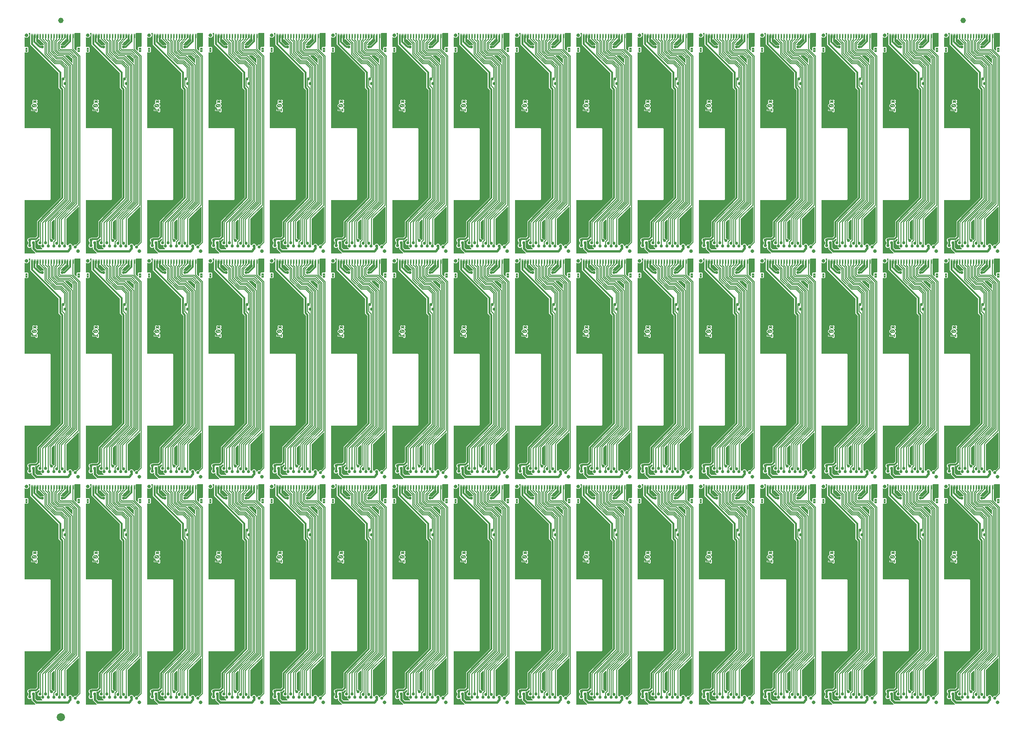
<source format=gbl>
G04 EAGLE Gerber RS-274X export*
G75*
%MOMM*%
%FSLAX34Y34*%
%LPD*%
%INBottom Copper*%
%IPPOS*%
%AMOC8*
5,1,8,0,0,1.08239X$1,22.5*%
G01*
%ADD10C,0.127000*%
%ADD11C,0.635000*%
%ADD12C,0.102000*%
%ADD13C,0.100000*%
%ADD14C,1.000000*%
%ADD15C,1.500000*%
%ADD16C,0.554000*%
%ADD17C,0.304800*%
%ADD18C,0.152400*%
%ADD19C,0.406400*%

G36*
X579901Y825251D02*
X579901Y825251D01*
X579930Y825248D01*
X580041Y825271D01*
X580153Y825287D01*
X580180Y825299D01*
X580209Y825304D01*
X580309Y825357D01*
X580412Y825403D01*
X580435Y825422D01*
X580461Y825435D01*
X580543Y825513D01*
X580629Y825586D01*
X580646Y825611D01*
X580667Y825631D01*
X580724Y825729D01*
X580787Y825823D01*
X580796Y825851D01*
X580811Y825876D01*
X580838Y825986D01*
X580873Y826094D01*
X580874Y826124D01*
X580881Y826152D01*
X580877Y826265D01*
X580880Y826378D01*
X580873Y826407D01*
X580872Y826436D01*
X580837Y826544D01*
X580808Y826653D01*
X580793Y826679D01*
X580784Y826707D01*
X580739Y826771D01*
X580663Y826898D01*
X580617Y826941D01*
X580589Y826980D01*
X579052Y828517D01*
X574547Y833022D01*
X574547Y834987D01*
X574543Y835016D01*
X574546Y835045D01*
X574523Y835156D01*
X574507Y835268D01*
X574495Y835295D01*
X574490Y835324D01*
X574437Y835425D01*
X574391Y835528D01*
X574372Y835550D01*
X574359Y835576D01*
X574281Y835658D01*
X574208Y835745D01*
X574183Y835761D01*
X574163Y835782D01*
X574065Y835839D01*
X573971Y835902D01*
X573943Y835911D01*
X573918Y835926D01*
X573808Y835954D01*
X573700Y835988D01*
X573670Y835989D01*
X573642Y835996D01*
X573529Y835992D01*
X573416Y835995D01*
X573387Y835988D01*
X573358Y835987D01*
X573250Y835952D01*
X573141Y835924D01*
X573115Y835909D01*
X573087Y835900D01*
X573023Y835854D01*
X572896Y835778D01*
X572853Y835733D01*
X572814Y835705D01*
X572539Y835429D01*
X569191Y835429D01*
X566824Y837796D01*
X566824Y841144D01*
X567773Y842092D01*
X567825Y842162D01*
X567885Y842226D01*
X567911Y842275D01*
X567944Y842320D01*
X567975Y842401D01*
X568015Y842479D01*
X568023Y842527D01*
X568045Y842585D01*
X568057Y842733D01*
X568070Y842810D01*
X568070Y845655D01*
X568058Y845741D01*
X568055Y845829D01*
X568038Y845881D01*
X568030Y845936D01*
X567995Y846016D01*
X567968Y846099D01*
X567940Y846139D01*
X567914Y846196D01*
X567818Y846309D01*
X567773Y846373D01*
X566507Y847639D01*
X566507Y850986D01*
X568874Y853353D01*
X570215Y853353D01*
X570302Y853365D01*
X570389Y853368D01*
X570442Y853385D01*
X570497Y853393D01*
X570577Y853429D01*
X570660Y853456D01*
X570699Y853484D01*
X570756Y853509D01*
X570869Y853605D01*
X570933Y853651D01*
X571295Y854012D01*
X581034Y854012D01*
X581121Y854024D01*
X581208Y854027D01*
X581261Y854044D01*
X581316Y854052D01*
X581396Y854088D01*
X581479Y854115D01*
X581518Y854143D01*
X581575Y854168D01*
X581689Y854264D01*
X581752Y854310D01*
X583902Y856459D01*
X583954Y856529D01*
X584014Y856593D01*
X584040Y856642D01*
X584073Y856686D01*
X584104Y856768D01*
X584144Y856846D01*
X584152Y856894D01*
X584174Y856952D01*
X584186Y857100D01*
X584199Y857177D01*
X584199Y884013D01*
X627336Y927150D01*
X627388Y927219D01*
X627448Y927283D01*
X627474Y927333D01*
X627507Y927377D01*
X627538Y927459D01*
X627578Y927536D01*
X627586Y927584D01*
X627608Y927643D01*
X627620Y927790D01*
X627633Y927868D01*
X627633Y1122547D01*
X627621Y1122634D01*
X627618Y1122722D01*
X627601Y1122774D01*
X627593Y1122829D01*
X627558Y1122909D01*
X627531Y1122992D01*
X627503Y1123031D01*
X627477Y1123088D01*
X627381Y1123202D01*
X627336Y1123265D01*
X625552Y1125050D01*
X623617Y1126984D01*
X623617Y1153882D01*
X623605Y1153969D01*
X623602Y1154056D01*
X623585Y1154109D01*
X623577Y1154164D01*
X623542Y1154243D01*
X623515Y1154327D01*
X623487Y1154366D01*
X623461Y1154423D01*
X623365Y1154536D01*
X623320Y1154600D01*
X573780Y1204140D01*
X571845Y1206075D01*
X571845Y1223298D01*
X571856Y1223430D01*
X571869Y1223507D01*
X571869Y1226058D01*
X571861Y1226116D01*
X571863Y1226174D01*
X571841Y1226256D01*
X571829Y1226340D01*
X571806Y1226393D01*
X571791Y1226449D01*
X571748Y1226522D01*
X571713Y1226599D01*
X571675Y1226644D01*
X571646Y1226694D01*
X571584Y1226752D01*
X571530Y1226816D01*
X571481Y1226848D01*
X571438Y1226888D01*
X571363Y1226927D01*
X571293Y1226974D01*
X571237Y1226991D01*
X571185Y1227018D01*
X571117Y1227029D01*
X571022Y1227059D01*
X570922Y1227062D01*
X570854Y1227073D01*
X569825Y1227073D01*
X569796Y1227069D01*
X569767Y1227072D01*
X569656Y1227049D01*
X569543Y1227033D01*
X569517Y1227021D01*
X569488Y1227016D01*
X569387Y1226963D01*
X569284Y1226917D01*
X569262Y1226898D01*
X569236Y1226885D01*
X569153Y1226807D01*
X569067Y1226734D01*
X569051Y1226709D01*
X569030Y1226689D01*
X568972Y1226591D01*
X568909Y1226497D01*
X568901Y1226469D01*
X568886Y1226444D01*
X568858Y1226334D01*
X568824Y1226226D01*
X568823Y1226196D01*
X568816Y1226168D01*
X568819Y1226055D01*
X568816Y1225942D01*
X568824Y1225913D01*
X568825Y1225884D01*
X568860Y1225776D01*
X568888Y1225667D01*
X568903Y1225641D01*
X568912Y1225613D01*
X568958Y1225549D01*
X569033Y1225422D01*
X569079Y1225379D01*
X569107Y1225340D01*
X569596Y1224851D01*
X569596Y1221168D01*
X566992Y1218564D01*
X563309Y1218564D01*
X562820Y1219053D01*
X562796Y1219071D01*
X562777Y1219093D01*
X562683Y1219156D01*
X562593Y1219224D01*
X562565Y1219234D01*
X562541Y1219251D01*
X562433Y1219285D01*
X562327Y1219325D01*
X562298Y1219327D01*
X562270Y1219336D01*
X562156Y1219339D01*
X562044Y1219349D01*
X562015Y1219343D01*
X561986Y1219344D01*
X561876Y1219315D01*
X561765Y1219293D01*
X561739Y1219279D01*
X561711Y1219272D01*
X561613Y1219214D01*
X561513Y1219162D01*
X561491Y1219142D01*
X561466Y1219127D01*
X561389Y1219044D01*
X561307Y1218966D01*
X561292Y1218941D01*
X561272Y1218919D01*
X561220Y1218818D01*
X561163Y1218721D01*
X561156Y1218692D01*
X561142Y1218666D01*
X561129Y1218589D01*
X561093Y1218445D01*
X561095Y1218383D01*
X561087Y1218335D01*
X561087Y1203191D01*
X561095Y1203133D01*
X561093Y1203075D01*
X561115Y1202993D01*
X561127Y1202909D01*
X561150Y1202856D01*
X561165Y1202800D01*
X561208Y1202727D01*
X561243Y1202650D01*
X561281Y1202605D01*
X561310Y1202555D01*
X561372Y1202497D01*
X561426Y1202433D01*
X561475Y1202401D01*
X561518Y1202361D01*
X561593Y1202322D01*
X561663Y1202275D01*
X561719Y1202258D01*
X561771Y1202231D01*
X561839Y1202220D01*
X561934Y1202190D01*
X562034Y1202187D01*
X562102Y1202176D01*
X566874Y1202176D01*
X567911Y1201139D01*
X567911Y1192671D01*
X566874Y1191634D01*
X562102Y1191634D01*
X562044Y1191626D01*
X561986Y1191628D01*
X561904Y1191606D01*
X561820Y1191594D01*
X561767Y1191571D01*
X561711Y1191556D01*
X561638Y1191513D01*
X561561Y1191478D01*
X561516Y1191440D01*
X561466Y1191411D01*
X561408Y1191349D01*
X561344Y1191295D01*
X561312Y1191246D01*
X561272Y1191203D01*
X561233Y1191128D01*
X561186Y1191058D01*
X561169Y1191002D01*
X561142Y1190950D01*
X561131Y1190882D01*
X561101Y1190787D01*
X561098Y1190687D01*
X561087Y1190619D01*
X561087Y1054608D01*
X561095Y1054550D01*
X561093Y1054492D01*
X561115Y1054410D01*
X561127Y1054326D01*
X561150Y1054273D01*
X561165Y1054217D01*
X561208Y1054144D01*
X561243Y1054067D01*
X561281Y1054022D01*
X561310Y1053972D01*
X561372Y1053914D01*
X561426Y1053850D01*
X561475Y1053818D01*
X561518Y1053778D01*
X561593Y1053739D01*
X561663Y1053692D01*
X561719Y1053675D01*
X561771Y1053648D01*
X561839Y1053637D01*
X561934Y1053607D01*
X562034Y1053604D01*
X562102Y1053593D01*
X607902Y1053593D01*
X609093Y1052402D01*
X609093Y923718D01*
X607902Y922527D01*
X562102Y922527D01*
X562044Y922519D01*
X561986Y922521D01*
X561904Y922499D01*
X561820Y922487D01*
X561767Y922464D01*
X561711Y922449D01*
X561638Y922406D01*
X561561Y922371D01*
X561516Y922333D01*
X561466Y922304D01*
X561408Y922242D01*
X561344Y922188D01*
X561312Y922139D01*
X561272Y922096D01*
X561233Y922021D01*
X561186Y921951D01*
X561169Y921895D01*
X561142Y921843D01*
X561131Y921775D01*
X561101Y921680D01*
X561098Y921580D01*
X561087Y921512D01*
X561087Y826262D01*
X561095Y826204D01*
X561093Y826146D01*
X561115Y826064D01*
X561127Y825980D01*
X561150Y825927D01*
X561165Y825871D01*
X561208Y825798D01*
X561243Y825721D01*
X561281Y825676D01*
X561310Y825626D01*
X561372Y825568D01*
X561426Y825504D01*
X561475Y825472D01*
X561518Y825432D01*
X561593Y825393D01*
X561663Y825346D01*
X561719Y825329D01*
X561771Y825302D01*
X561839Y825291D01*
X561934Y825261D01*
X562034Y825258D01*
X562102Y825247D01*
X579871Y825247D01*
X579901Y825251D01*
G37*
G36*
X915181Y2291D02*
X915181Y2291D01*
X915210Y2288D01*
X915321Y2311D01*
X915433Y2327D01*
X915460Y2339D01*
X915489Y2344D01*
X915589Y2397D01*
X915692Y2443D01*
X915715Y2462D01*
X915741Y2475D01*
X915823Y2553D01*
X915909Y2626D01*
X915926Y2651D01*
X915947Y2671D01*
X916004Y2769D01*
X916067Y2863D01*
X916076Y2891D01*
X916091Y2916D01*
X916118Y3026D01*
X916153Y3134D01*
X916154Y3164D01*
X916161Y3192D01*
X916157Y3305D01*
X916160Y3418D01*
X916153Y3447D01*
X916152Y3476D01*
X916117Y3584D01*
X916088Y3693D01*
X916073Y3719D01*
X916064Y3747D01*
X916019Y3811D01*
X915943Y3938D01*
X915897Y3981D01*
X915869Y4020D01*
X914332Y5557D01*
X909827Y10062D01*
X909827Y12027D01*
X909823Y12056D01*
X909826Y12085D01*
X909803Y12196D01*
X909787Y12308D01*
X909775Y12335D01*
X909770Y12364D01*
X909717Y12465D01*
X909671Y12568D01*
X909652Y12590D01*
X909639Y12616D01*
X909561Y12698D01*
X909488Y12785D01*
X909463Y12801D01*
X909443Y12822D01*
X909345Y12879D01*
X909251Y12942D01*
X909223Y12951D01*
X909198Y12966D01*
X909088Y12994D01*
X908980Y13028D01*
X908950Y13029D01*
X908922Y13036D01*
X908809Y13032D01*
X908696Y13035D01*
X908667Y13028D01*
X908638Y13027D01*
X908530Y12992D01*
X908421Y12964D01*
X908395Y12949D01*
X908367Y12940D01*
X908303Y12894D01*
X908176Y12818D01*
X908133Y12773D01*
X908094Y12745D01*
X907819Y12469D01*
X904471Y12469D01*
X902104Y14836D01*
X902104Y18184D01*
X903053Y19132D01*
X903105Y19202D01*
X903165Y19266D01*
X903191Y19315D01*
X903224Y19360D01*
X903255Y19441D01*
X903295Y19519D01*
X903303Y19567D01*
X903325Y19625D01*
X903337Y19773D01*
X903350Y19850D01*
X903350Y22695D01*
X903338Y22781D01*
X903335Y22869D01*
X903318Y22921D01*
X903310Y22976D01*
X903275Y23056D01*
X903248Y23139D01*
X903220Y23179D01*
X903194Y23236D01*
X903098Y23349D01*
X903053Y23413D01*
X901787Y24679D01*
X901787Y28026D01*
X904154Y30393D01*
X905495Y30393D01*
X905582Y30405D01*
X905669Y30408D01*
X905722Y30425D01*
X905777Y30433D01*
X905857Y30469D01*
X905940Y30496D01*
X905979Y30524D01*
X906036Y30549D01*
X906149Y30645D01*
X906213Y30691D01*
X906575Y31052D01*
X916314Y31052D01*
X916401Y31064D01*
X916488Y31067D01*
X916541Y31084D01*
X916596Y31092D01*
X916676Y31128D01*
X916759Y31155D01*
X916798Y31183D01*
X916855Y31208D01*
X916969Y31304D01*
X917032Y31350D01*
X919182Y33499D01*
X919234Y33569D01*
X919294Y33633D01*
X919320Y33682D01*
X919353Y33726D01*
X919384Y33808D01*
X919424Y33886D01*
X919432Y33934D01*
X919454Y33992D01*
X919466Y34140D01*
X919479Y34217D01*
X919479Y61053D01*
X962616Y104190D01*
X962668Y104259D01*
X962728Y104323D01*
X962754Y104373D01*
X962787Y104417D01*
X962818Y104499D01*
X962858Y104576D01*
X962866Y104624D01*
X962888Y104683D01*
X962900Y104830D01*
X962913Y104908D01*
X962913Y299587D01*
X962901Y299674D01*
X962898Y299762D01*
X962881Y299814D01*
X962873Y299869D01*
X962838Y299949D01*
X962811Y300032D01*
X962783Y300071D01*
X962757Y300128D01*
X962661Y300242D01*
X962616Y300305D01*
X960832Y302090D01*
X958897Y304024D01*
X958897Y330922D01*
X958885Y331009D01*
X958882Y331096D01*
X958865Y331149D01*
X958857Y331204D01*
X958822Y331283D01*
X958795Y331367D01*
X958767Y331406D01*
X958741Y331463D01*
X958645Y331576D01*
X958600Y331640D01*
X909060Y381180D01*
X907125Y383115D01*
X907125Y400338D01*
X907136Y400470D01*
X907149Y400547D01*
X907149Y403098D01*
X907141Y403156D01*
X907143Y403214D01*
X907121Y403296D01*
X907109Y403380D01*
X907086Y403433D01*
X907071Y403489D01*
X907028Y403562D01*
X906993Y403639D01*
X906955Y403684D01*
X906926Y403734D01*
X906864Y403792D01*
X906810Y403856D01*
X906761Y403888D01*
X906718Y403928D01*
X906643Y403967D01*
X906573Y404014D01*
X906517Y404031D01*
X906465Y404058D01*
X906397Y404069D01*
X906302Y404099D01*
X906202Y404102D01*
X906134Y404113D01*
X905105Y404113D01*
X905076Y404109D01*
X905047Y404112D01*
X904936Y404089D01*
X904823Y404073D01*
X904797Y404061D01*
X904768Y404056D01*
X904667Y404003D01*
X904564Y403957D01*
X904542Y403938D01*
X904516Y403925D01*
X904433Y403847D01*
X904347Y403774D01*
X904331Y403749D01*
X904310Y403729D01*
X904252Y403631D01*
X904189Y403537D01*
X904181Y403509D01*
X904166Y403484D01*
X904138Y403374D01*
X904104Y403266D01*
X904103Y403236D01*
X904096Y403208D01*
X904099Y403095D01*
X904096Y402982D01*
X904104Y402953D01*
X904105Y402924D01*
X904140Y402816D01*
X904168Y402707D01*
X904183Y402681D01*
X904192Y402653D01*
X904238Y402589D01*
X904313Y402462D01*
X904359Y402419D01*
X904387Y402380D01*
X904876Y401891D01*
X904876Y398208D01*
X902272Y395604D01*
X898589Y395604D01*
X898100Y396093D01*
X898076Y396111D01*
X898057Y396133D01*
X897963Y396196D01*
X897873Y396264D01*
X897845Y396274D01*
X897821Y396291D01*
X897713Y396325D01*
X897607Y396365D01*
X897578Y396367D01*
X897550Y396376D01*
X897436Y396379D01*
X897324Y396389D01*
X897295Y396383D01*
X897266Y396384D01*
X897156Y396355D01*
X897045Y396333D01*
X897019Y396319D01*
X896991Y396312D01*
X896893Y396254D01*
X896793Y396202D01*
X896771Y396182D01*
X896746Y396167D01*
X896669Y396084D01*
X896587Y396006D01*
X896572Y395981D01*
X896552Y395959D01*
X896500Y395858D01*
X896443Y395761D01*
X896436Y395732D01*
X896422Y395706D01*
X896409Y395629D01*
X896373Y395485D01*
X896375Y395423D01*
X896367Y395375D01*
X896367Y380231D01*
X896375Y380173D01*
X896373Y380115D01*
X896395Y380033D01*
X896407Y379949D01*
X896430Y379896D01*
X896445Y379840D01*
X896488Y379767D01*
X896523Y379690D01*
X896561Y379645D01*
X896590Y379595D01*
X896652Y379537D01*
X896706Y379473D01*
X896755Y379441D01*
X896798Y379401D01*
X896873Y379362D01*
X896943Y379315D01*
X896999Y379298D01*
X897051Y379271D01*
X897119Y379260D01*
X897214Y379230D01*
X897314Y379227D01*
X897382Y379216D01*
X902154Y379216D01*
X903191Y378179D01*
X903191Y369711D01*
X902154Y368674D01*
X897382Y368674D01*
X897324Y368666D01*
X897266Y368668D01*
X897184Y368646D01*
X897100Y368634D01*
X897047Y368611D01*
X896991Y368596D01*
X896918Y368553D01*
X896841Y368518D01*
X896796Y368480D01*
X896746Y368451D01*
X896688Y368389D01*
X896624Y368335D01*
X896592Y368286D01*
X896552Y368243D01*
X896513Y368168D01*
X896466Y368098D01*
X896449Y368042D01*
X896422Y367990D01*
X896411Y367922D01*
X896381Y367827D01*
X896378Y367727D01*
X896367Y367659D01*
X896367Y231648D01*
X896375Y231590D01*
X896373Y231532D01*
X896395Y231450D01*
X896407Y231366D01*
X896430Y231313D01*
X896445Y231257D01*
X896488Y231184D01*
X896523Y231107D01*
X896561Y231062D01*
X896590Y231012D01*
X896652Y230954D01*
X896706Y230890D01*
X896755Y230858D01*
X896798Y230818D01*
X896873Y230779D01*
X896943Y230732D01*
X896999Y230715D01*
X897051Y230688D01*
X897119Y230677D01*
X897214Y230647D01*
X897314Y230644D01*
X897382Y230633D01*
X943182Y230633D01*
X944373Y229442D01*
X944373Y100758D01*
X943182Y99567D01*
X897382Y99567D01*
X897324Y99559D01*
X897266Y99561D01*
X897184Y99539D01*
X897100Y99527D01*
X897047Y99504D01*
X896991Y99489D01*
X896918Y99446D01*
X896841Y99411D01*
X896796Y99373D01*
X896746Y99344D01*
X896688Y99282D01*
X896624Y99228D01*
X896592Y99179D01*
X896552Y99136D01*
X896513Y99061D01*
X896466Y98991D01*
X896449Y98935D01*
X896422Y98883D01*
X896411Y98815D01*
X896381Y98720D01*
X896378Y98620D01*
X896367Y98552D01*
X896367Y3302D01*
X896375Y3244D01*
X896373Y3186D01*
X896395Y3104D01*
X896407Y3020D01*
X896430Y2967D01*
X896445Y2911D01*
X896488Y2838D01*
X896523Y2761D01*
X896561Y2716D01*
X896590Y2666D01*
X896652Y2608D01*
X896706Y2544D01*
X896755Y2512D01*
X896798Y2472D01*
X896873Y2433D01*
X896943Y2386D01*
X896999Y2369D01*
X897051Y2342D01*
X897119Y2331D01*
X897214Y2301D01*
X897314Y2298D01*
X897382Y2287D01*
X915151Y2287D01*
X915181Y2291D01*
G37*
G36*
X1362221Y825251D02*
X1362221Y825251D01*
X1362250Y825248D01*
X1362361Y825271D01*
X1362473Y825287D01*
X1362500Y825299D01*
X1362529Y825304D01*
X1362629Y825357D01*
X1362732Y825403D01*
X1362755Y825422D01*
X1362781Y825435D01*
X1362863Y825513D01*
X1362949Y825586D01*
X1362966Y825611D01*
X1362987Y825631D01*
X1363044Y825729D01*
X1363107Y825823D01*
X1363116Y825851D01*
X1363131Y825876D01*
X1363158Y825986D01*
X1363193Y826094D01*
X1363194Y826124D01*
X1363201Y826152D01*
X1363197Y826265D01*
X1363200Y826378D01*
X1363193Y826407D01*
X1363192Y826436D01*
X1363157Y826544D01*
X1363128Y826653D01*
X1363113Y826679D01*
X1363104Y826707D01*
X1363059Y826771D01*
X1362983Y826898D01*
X1362937Y826941D01*
X1362909Y826980D01*
X1361372Y828517D01*
X1356867Y833022D01*
X1356867Y834987D01*
X1356863Y835016D01*
X1356866Y835045D01*
X1356843Y835156D01*
X1356827Y835268D01*
X1356815Y835295D01*
X1356810Y835324D01*
X1356757Y835425D01*
X1356711Y835528D01*
X1356692Y835550D01*
X1356679Y835576D01*
X1356601Y835658D01*
X1356528Y835745D01*
X1356503Y835761D01*
X1356483Y835782D01*
X1356385Y835839D01*
X1356291Y835902D01*
X1356263Y835911D01*
X1356238Y835926D01*
X1356128Y835954D01*
X1356020Y835988D01*
X1355990Y835989D01*
X1355962Y835996D01*
X1355849Y835992D01*
X1355736Y835995D01*
X1355707Y835988D01*
X1355678Y835987D01*
X1355570Y835952D01*
X1355461Y835924D01*
X1355435Y835909D01*
X1355407Y835900D01*
X1355343Y835854D01*
X1355216Y835778D01*
X1355173Y835733D01*
X1355134Y835705D01*
X1354859Y835429D01*
X1351511Y835429D01*
X1349144Y837796D01*
X1349144Y841144D01*
X1350093Y842092D01*
X1350145Y842162D01*
X1350205Y842226D01*
X1350231Y842275D01*
X1350264Y842320D01*
X1350295Y842401D01*
X1350335Y842479D01*
X1350343Y842527D01*
X1350365Y842585D01*
X1350377Y842733D01*
X1350390Y842810D01*
X1350390Y845655D01*
X1350378Y845741D01*
X1350375Y845829D01*
X1350358Y845881D01*
X1350350Y845936D01*
X1350315Y846016D01*
X1350288Y846099D01*
X1350260Y846139D01*
X1350234Y846196D01*
X1350138Y846309D01*
X1350093Y846373D01*
X1348827Y847639D01*
X1348827Y850986D01*
X1351194Y853353D01*
X1352535Y853353D01*
X1352622Y853365D01*
X1352709Y853368D01*
X1352762Y853385D01*
X1352817Y853393D01*
X1352897Y853429D01*
X1352980Y853456D01*
X1353019Y853484D01*
X1353076Y853509D01*
X1353189Y853605D01*
X1353253Y853651D01*
X1353615Y854012D01*
X1363354Y854012D01*
X1363441Y854024D01*
X1363528Y854027D01*
X1363581Y854044D01*
X1363636Y854052D01*
X1363716Y854088D01*
X1363799Y854115D01*
X1363838Y854143D01*
X1363895Y854168D01*
X1364009Y854264D01*
X1364072Y854310D01*
X1366222Y856459D01*
X1366274Y856529D01*
X1366334Y856593D01*
X1366360Y856642D01*
X1366393Y856686D01*
X1366424Y856768D01*
X1366464Y856846D01*
X1366472Y856894D01*
X1366494Y856952D01*
X1366506Y857100D01*
X1366519Y857177D01*
X1366519Y884013D01*
X1409656Y927150D01*
X1409708Y927219D01*
X1409768Y927283D01*
X1409794Y927333D01*
X1409827Y927377D01*
X1409858Y927459D01*
X1409898Y927536D01*
X1409906Y927584D01*
X1409928Y927643D01*
X1409940Y927790D01*
X1409953Y927868D01*
X1409953Y1122547D01*
X1409941Y1122634D01*
X1409938Y1122721D01*
X1409921Y1122774D01*
X1409913Y1122829D01*
X1409878Y1122909D01*
X1409851Y1122992D01*
X1409823Y1123031D01*
X1409797Y1123088D01*
X1409701Y1123202D01*
X1409656Y1123265D01*
X1405937Y1126984D01*
X1405937Y1153882D01*
X1405925Y1153969D01*
X1405922Y1154056D01*
X1405905Y1154109D01*
X1405897Y1154164D01*
X1405862Y1154243D01*
X1405835Y1154327D01*
X1405807Y1154366D01*
X1405781Y1154423D01*
X1405685Y1154536D01*
X1405640Y1154600D01*
X1356100Y1204140D01*
X1354165Y1206075D01*
X1354165Y1223298D01*
X1354176Y1223430D01*
X1354189Y1223507D01*
X1354189Y1226058D01*
X1354181Y1226116D01*
X1354183Y1226174D01*
X1354161Y1226256D01*
X1354149Y1226340D01*
X1354126Y1226393D01*
X1354111Y1226449D01*
X1354068Y1226522D01*
X1354033Y1226599D01*
X1353995Y1226644D01*
X1353966Y1226694D01*
X1353904Y1226752D01*
X1353850Y1226816D01*
X1353801Y1226848D01*
X1353758Y1226888D01*
X1353683Y1226927D01*
X1353613Y1226974D01*
X1353557Y1226991D01*
X1353505Y1227018D01*
X1353437Y1227029D01*
X1353342Y1227059D01*
X1353242Y1227062D01*
X1353174Y1227073D01*
X1352145Y1227073D01*
X1352116Y1227069D01*
X1352087Y1227072D01*
X1351976Y1227049D01*
X1351863Y1227033D01*
X1351837Y1227021D01*
X1351808Y1227016D01*
X1351707Y1226963D01*
X1351604Y1226917D01*
X1351582Y1226898D01*
X1351556Y1226885D01*
X1351473Y1226807D01*
X1351387Y1226734D01*
X1351371Y1226709D01*
X1351350Y1226689D01*
X1351292Y1226591D01*
X1351229Y1226497D01*
X1351221Y1226469D01*
X1351206Y1226444D01*
X1351178Y1226334D01*
X1351144Y1226226D01*
X1351143Y1226196D01*
X1351136Y1226168D01*
X1351139Y1226055D01*
X1351136Y1225942D01*
X1351144Y1225913D01*
X1351145Y1225884D01*
X1351180Y1225776D01*
X1351208Y1225667D01*
X1351223Y1225641D01*
X1351232Y1225613D01*
X1351278Y1225549D01*
X1351353Y1225422D01*
X1351399Y1225379D01*
X1351427Y1225340D01*
X1351916Y1224851D01*
X1351916Y1221168D01*
X1349312Y1218564D01*
X1345629Y1218564D01*
X1345140Y1219053D01*
X1345116Y1219071D01*
X1345097Y1219093D01*
X1345003Y1219156D01*
X1344913Y1219224D01*
X1344885Y1219234D01*
X1344861Y1219251D01*
X1344753Y1219285D01*
X1344647Y1219325D01*
X1344618Y1219327D01*
X1344590Y1219336D01*
X1344476Y1219339D01*
X1344364Y1219349D01*
X1344335Y1219343D01*
X1344306Y1219344D01*
X1344196Y1219315D01*
X1344085Y1219293D01*
X1344059Y1219279D01*
X1344031Y1219272D01*
X1343933Y1219214D01*
X1343833Y1219162D01*
X1343811Y1219142D01*
X1343786Y1219127D01*
X1343709Y1219044D01*
X1343627Y1218966D01*
X1343612Y1218941D01*
X1343592Y1218919D01*
X1343540Y1218818D01*
X1343483Y1218721D01*
X1343476Y1218692D01*
X1343462Y1218666D01*
X1343449Y1218589D01*
X1343413Y1218445D01*
X1343415Y1218383D01*
X1343407Y1218335D01*
X1343407Y1203191D01*
X1343415Y1203133D01*
X1343413Y1203075D01*
X1343435Y1202993D01*
X1343447Y1202909D01*
X1343470Y1202856D01*
X1343485Y1202800D01*
X1343528Y1202727D01*
X1343563Y1202650D01*
X1343601Y1202605D01*
X1343630Y1202555D01*
X1343692Y1202497D01*
X1343746Y1202433D01*
X1343795Y1202401D01*
X1343838Y1202361D01*
X1343913Y1202322D01*
X1343983Y1202275D01*
X1344039Y1202258D01*
X1344091Y1202231D01*
X1344159Y1202220D01*
X1344254Y1202190D01*
X1344354Y1202187D01*
X1344422Y1202176D01*
X1349194Y1202176D01*
X1350231Y1201139D01*
X1350231Y1192671D01*
X1349194Y1191634D01*
X1344422Y1191634D01*
X1344364Y1191626D01*
X1344306Y1191628D01*
X1344224Y1191606D01*
X1344140Y1191594D01*
X1344087Y1191571D01*
X1344031Y1191556D01*
X1343958Y1191513D01*
X1343881Y1191478D01*
X1343836Y1191440D01*
X1343786Y1191411D01*
X1343728Y1191349D01*
X1343664Y1191295D01*
X1343632Y1191246D01*
X1343592Y1191203D01*
X1343553Y1191128D01*
X1343506Y1191058D01*
X1343489Y1191002D01*
X1343462Y1190950D01*
X1343451Y1190882D01*
X1343421Y1190787D01*
X1343418Y1190687D01*
X1343407Y1190619D01*
X1343407Y1054608D01*
X1343415Y1054550D01*
X1343413Y1054492D01*
X1343435Y1054410D01*
X1343447Y1054326D01*
X1343470Y1054273D01*
X1343485Y1054217D01*
X1343528Y1054144D01*
X1343563Y1054067D01*
X1343601Y1054022D01*
X1343630Y1053972D01*
X1343692Y1053914D01*
X1343746Y1053850D01*
X1343795Y1053818D01*
X1343838Y1053778D01*
X1343913Y1053739D01*
X1343983Y1053692D01*
X1344039Y1053675D01*
X1344091Y1053648D01*
X1344159Y1053637D01*
X1344254Y1053607D01*
X1344354Y1053604D01*
X1344422Y1053593D01*
X1390222Y1053593D01*
X1391413Y1052402D01*
X1391413Y923718D01*
X1390222Y922527D01*
X1344422Y922527D01*
X1344364Y922519D01*
X1344306Y922521D01*
X1344224Y922499D01*
X1344140Y922487D01*
X1344087Y922464D01*
X1344031Y922449D01*
X1343958Y922406D01*
X1343881Y922371D01*
X1343836Y922333D01*
X1343786Y922304D01*
X1343728Y922242D01*
X1343664Y922188D01*
X1343632Y922139D01*
X1343592Y922096D01*
X1343553Y922021D01*
X1343506Y921951D01*
X1343489Y921895D01*
X1343462Y921843D01*
X1343451Y921775D01*
X1343421Y921680D01*
X1343418Y921580D01*
X1343407Y921512D01*
X1343407Y826262D01*
X1343415Y826204D01*
X1343413Y826146D01*
X1343435Y826064D01*
X1343447Y825980D01*
X1343470Y825927D01*
X1343485Y825871D01*
X1343528Y825798D01*
X1343563Y825721D01*
X1343601Y825676D01*
X1343630Y825626D01*
X1343692Y825568D01*
X1343746Y825504D01*
X1343795Y825472D01*
X1343838Y825432D01*
X1343913Y825393D01*
X1343983Y825346D01*
X1344039Y825329D01*
X1344091Y825302D01*
X1344159Y825291D01*
X1344254Y825261D01*
X1344354Y825258D01*
X1344422Y825247D01*
X1362191Y825247D01*
X1362221Y825251D01*
G37*
G36*
X1697501Y2291D02*
X1697501Y2291D01*
X1697530Y2288D01*
X1697641Y2311D01*
X1697753Y2327D01*
X1697780Y2339D01*
X1697809Y2344D01*
X1697909Y2397D01*
X1698012Y2443D01*
X1698035Y2462D01*
X1698061Y2475D01*
X1698143Y2553D01*
X1698229Y2626D01*
X1698246Y2651D01*
X1698267Y2671D01*
X1698324Y2769D01*
X1698387Y2863D01*
X1698396Y2891D01*
X1698411Y2916D01*
X1698438Y3026D01*
X1698473Y3134D01*
X1698474Y3164D01*
X1698481Y3192D01*
X1698477Y3305D01*
X1698480Y3418D01*
X1698473Y3447D01*
X1698472Y3476D01*
X1698437Y3584D01*
X1698408Y3693D01*
X1698393Y3719D01*
X1698384Y3747D01*
X1698339Y3811D01*
X1698263Y3938D01*
X1698217Y3981D01*
X1698189Y4020D01*
X1696652Y5557D01*
X1692147Y10062D01*
X1692147Y12027D01*
X1692143Y12056D01*
X1692146Y12085D01*
X1692123Y12196D01*
X1692107Y12308D01*
X1692095Y12335D01*
X1692090Y12364D01*
X1692037Y12465D01*
X1691991Y12568D01*
X1691972Y12590D01*
X1691959Y12616D01*
X1691881Y12698D01*
X1691808Y12785D01*
X1691783Y12801D01*
X1691763Y12822D01*
X1691665Y12879D01*
X1691571Y12942D01*
X1691543Y12951D01*
X1691518Y12966D01*
X1691408Y12994D01*
X1691300Y13028D01*
X1691270Y13029D01*
X1691242Y13036D01*
X1691129Y13032D01*
X1691016Y13035D01*
X1690987Y13028D01*
X1690958Y13027D01*
X1690850Y12992D01*
X1690741Y12964D01*
X1690715Y12949D01*
X1690687Y12940D01*
X1690623Y12894D01*
X1690496Y12818D01*
X1690453Y12773D01*
X1690414Y12745D01*
X1690139Y12469D01*
X1686791Y12469D01*
X1684424Y14836D01*
X1684424Y18184D01*
X1685373Y19132D01*
X1685425Y19202D01*
X1685485Y19266D01*
X1685511Y19315D01*
X1685544Y19360D01*
X1685575Y19441D01*
X1685615Y19519D01*
X1685623Y19567D01*
X1685645Y19625D01*
X1685657Y19773D01*
X1685670Y19850D01*
X1685670Y22695D01*
X1685658Y22781D01*
X1685655Y22869D01*
X1685638Y22921D01*
X1685630Y22976D01*
X1685595Y23056D01*
X1685568Y23139D01*
X1685540Y23179D01*
X1685514Y23236D01*
X1685418Y23349D01*
X1685373Y23413D01*
X1684107Y24679D01*
X1684107Y28026D01*
X1686474Y30393D01*
X1687815Y30393D01*
X1687902Y30405D01*
X1687989Y30408D01*
X1688042Y30425D01*
X1688097Y30433D01*
X1688177Y30469D01*
X1688260Y30496D01*
X1688299Y30524D01*
X1688356Y30549D01*
X1688469Y30645D01*
X1688533Y30691D01*
X1688895Y31052D01*
X1698634Y31052D01*
X1698721Y31064D01*
X1698808Y31067D01*
X1698861Y31084D01*
X1698916Y31092D01*
X1698996Y31128D01*
X1699079Y31155D01*
X1699118Y31183D01*
X1699175Y31208D01*
X1699289Y31304D01*
X1699352Y31350D01*
X1701502Y33499D01*
X1701554Y33569D01*
X1701614Y33633D01*
X1701640Y33682D01*
X1701673Y33726D01*
X1701704Y33808D01*
X1701744Y33886D01*
X1701752Y33934D01*
X1701774Y33992D01*
X1701786Y34140D01*
X1701799Y34217D01*
X1701799Y61053D01*
X1744936Y104190D01*
X1744988Y104259D01*
X1745048Y104323D01*
X1745074Y104373D01*
X1745107Y104417D01*
X1745138Y104499D01*
X1745178Y104576D01*
X1745186Y104624D01*
X1745208Y104683D01*
X1745220Y104830D01*
X1745233Y104908D01*
X1745233Y299587D01*
X1745221Y299674D01*
X1745218Y299761D01*
X1745201Y299814D01*
X1745193Y299869D01*
X1745158Y299949D01*
X1745131Y300032D01*
X1745103Y300071D01*
X1745077Y300128D01*
X1744981Y300242D01*
X1744936Y300305D01*
X1741217Y304024D01*
X1741217Y330922D01*
X1741205Y331009D01*
X1741202Y331096D01*
X1741185Y331149D01*
X1741177Y331204D01*
X1741142Y331283D01*
X1741115Y331367D01*
X1741087Y331406D01*
X1741061Y331463D01*
X1740965Y331576D01*
X1740920Y331640D01*
X1691380Y381180D01*
X1689445Y383115D01*
X1689445Y400338D01*
X1689456Y400470D01*
X1689469Y400547D01*
X1689469Y403098D01*
X1689461Y403156D01*
X1689463Y403214D01*
X1689441Y403296D01*
X1689429Y403380D01*
X1689406Y403433D01*
X1689391Y403489D01*
X1689348Y403562D01*
X1689313Y403639D01*
X1689275Y403684D01*
X1689246Y403734D01*
X1689184Y403792D01*
X1689130Y403856D01*
X1689081Y403888D01*
X1689038Y403928D01*
X1688963Y403967D01*
X1688893Y404014D01*
X1688837Y404031D01*
X1688785Y404058D01*
X1688717Y404069D01*
X1688622Y404099D01*
X1688522Y404102D01*
X1688454Y404113D01*
X1687425Y404113D01*
X1687396Y404109D01*
X1687367Y404112D01*
X1687256Y404089D01*
X1687143Y404073D01*
X1687117Y404061D01*
X1687088Y404056D01*
X1686987Y404003D01*
X1686884Y403957D01*
X1686862Y403938D01*
X1686836Y403925D01*
X1686753Y403847D01*
X1686667Y403774D01*
X1686651Y403749D01*
X1686630Y403729D01*
X1686572Y403631D01*
X1686509Y403537D01*
X1686501Y403509D01*
X1686486Y403484D01*
X1686458Y403374D01*
X1686424Y403266D01*
X1686423Y403236D01*
X1686416Y403208D01*
X1686419Y403095D01*
X1686416Y402982D01*
X1686424Y402953D01*
X1686425Y402924D01*
X1686460Y402816D01*
X1686488Y402707D01*
X1686503Y402681D01*
X1686512Y402653D01*
X1686558Y402589D01*
X1686633Y402462D01*
X1686679Y402419D01*
X1686707Y402380D01*
X1687196Y401891D01*
X1687196Y398208D01*
X1684592Y395604D01*
X1680909Y395604D01*
X1680420Y396093D01*
X1680396Y396111D01*
X1680377Y396133D01*
X1680283Y396196D01*
X1680193Y396264D01*
X1680165Y396274D01*
X1680141Y396291D01*
X1680033Y396325D01*
X1679927Y396365D01*
X1679898Y396367D01*
X1679870Y396376D01*
X1679756Y396379D01*
X1679644Y396389D01*
X1679615Y396383D01*
X1679586Y396384D01*
X1679476Y396355D01*
X1679365Y396333D01*
X1679339Y396319D01*
X1679311Y396312D01*
X1679213Y396254D01*
X1679113Y396202D01*
X1679091Y396182D01*
X1679066Y396167D01*
X1678989Y396084D01*
X1678907Y396006D01*
X1678892Y395981D01*
X1678872Y395959D01*
X1678820Y395858D01*
X1678763Y395761D01*
X1678756Y395732D01*
X1678742Y395706D01*
X1678729Y395629D01*
X1678693Y395485D01*
X1678695Y395423D01*
X1678687Y395375D01*
X1678687Y380231D01*
X1678695Y380173D01*
X1678693Y380115D01*
X1678715Y380033D01*
X1678727Y379949D01*
X1678750Y379896D01*
X1678765Y379840D01*
X1678808Y379767D01*
X1678843Y379690D01*
X1678881Y379645D01*
X1678910Y379595D01*
X1678972Y379537D01*
X1679026Y379473D01*
X1679075Y379441D01*
X1679118Y379401D01*
X1679193Y379362D01*
X1679263Y379315D01*
X1679319Y379298D01*
X1679371Y379271D01*
X1679439Y379260D01*
X1679534Y379230D01*
X1679634Y379227D01*
X1679702Y379216D01*
X1684474Y379216D01*
X1685511Y378179D01*
X1685511Y369711D01*
X1684474Y368674D01*
X1679702Y368674D01*
X1679644Y368666D01*
X1679586Y368668D01*
X1679504Y368646D01*
X1679420Y368634D01*
X1679367Y368611D01*
X1679311Y368596D01*
X1679238Y368553D01*
X1679161Y368518D01*
X1679116Y368480D01*
X1679066Y368451D01*
X1679008Y368389D01*
X1678944Y368335D01*
X1678912Y368286D01*
X1678872Y368243D01*
X1678833Y368168D01*
X1678786Y368098D01*
X1678769Y368042D01*
X1678742Y367990D01*
X1678731Y367922D01*
X1678701Y367827D01*
X1678698Y367727D01*
X1678687Y367659D01*
X1678687Y231648D01*
X1678695Y231590D01*
X1678693Y231532D01*
X1678715Y231450D01*
X1678727Y231366D01*
X1678750Y231313D01*
X1678765Y231257D01*
X1678808Y231184D01*
X1678843Y231107D01*
X1678881Y231062D01*
X1678910Y231012D01*
X1678972Y230954D01*
X1679026Y230890D01*
X1679075Y230858D01*
X1679118Y230818D01*
X1679193Y230779D01*
X1679263Y230732D01*
X1679319Y230715D01*
X1679371Y230688D01*
X1679439Y230677D01*
X1679534Y230647D01*
X1679634Y230644D01*
X1679702Y230633D01*
X1725502Y230633D01*
X1726693Y229442D01*
X1726693Y100758D01*
X1725502Y99567D01*
X1679702Y99567D01*
X1679644Y99559D01*
X1679586Y99561D01*
X1679504Y99539D01*
X1679420Y99527D01*
X1679367Y99504D01*
X1679311Y99489D01*
X1679238Y99446D01*
X1679161Y99411D01*
X1679116Y99373D01*
X1679066Y99344D01*
X1679008Y99282D01*
X1678944Y99228D01*
X1678912Y99179D01*
X1678872Y99136D01*
X1678833Y99061D01*
X1678786Y98991D01*
X1678769Y98935D01*
X1678742Y98883D01*
X1678731Y98815D01*
X1678701Y98720D01*
X1678698Y98620D01*
X1678687Y98552D01*
X1678687Y3302D01*
X1678695Y3244D01*
X1678693Y3186D01*
X1678715Y3104D01*
X1678727Y3020D01*
X1678750Y2967D01*
X1678765Y2911D01*
X1678808Y2838D01*
X1678843Y2761D01*
X1678881Y2716D01*
X1678910Y2666D01*
X1678972Y2608D01*
X1679026Y2544D01*
X1679075Y2512D01*
X1679118Y2472D01*
X1679193Y2433D01*
X1679263Y2386D01*
X1679319Y2369D01*
X1679371Y2342D01*
X1679439Y2331D01*
X1679534Y2301D01*
X1679634Y2298D01*
X1679702Y2287D01*
X1697471Y2287D01*
X1697501Y2291D01*
G37*
G36*
X468141Y825251D02*
X468141Y825251D01*
X468170Y825248D01*
X468281Y825271D01*
X468393Y825287D01*
X468420Y825299D01*
X468449Y825304D01*
X468549Y825357D01*
X468652Y825403D01*
X468675Y825422D01*
X468701Y825435D01*
X468783Y825513D01*
X468869Y825586D01*
X468886Y825611D01*
X468907Y825631D01*
X468964Y825729D01*
X469027Y825823D01*
X469036Y825851D01*
X469051Y825876D01*
X469078Y825986D01*
X469113Y826094D01*
X469114Y826124D01*
X469121Y826152D01*
X469117Y826265D01*
X469120Y826378D01*
X469113Y826407D01*
X469112Y826436D01*
X469077Y826544D01*
X469048Y826653D01*
X469033Y826679D01*
X469024Y826707D01*
X468979Y826771D01*
X468903Y826898D01*
X468857Y826941D01*
X468829Y826980D01*
X467292Y828517D01*
X462787Y833022D01*
X462787Y834987D01*
X462783Y835016D01*
X462786Y835045D01*
X462763Y835156D01*
X462747Y835268D01*
X462735Y835295D01*
X462730Y835324D01*
X462677Y835425D01*
X462631Y835528D01*
X462612Y835550D01*
X462599Y835576D01*
X462521Y835658D01*
X462448Y835745D01*
X462423Y835761D01*
X462403Y835782D01*
X462305Y835839D01*
X462211Y835902D01*
X462183Y835911D01*
X462158Y835926D01*
X462048Y835954D01*
X461940Y835988D01*
X461910Y835989D01*
X461882Y835996D01*
X461769Y835992D01*
X461656Y835995D01*
X461627Y835988D01*
X461598Y835987D01*
X461490Y835952D01*
X461381Y835924D01*
X461355Y835909D01*
X461327Y835900D01*
X461263Y835854D01*
X461136Y835778D01*
X461093Y835733D01*
X461054Y835705D01*
X460779Y835429D01*
X457431Y835429D01*
X455064Y837796D01*
X455064Y841144D01*
X456013Y842092D01*
X456065Y842162D01*
X456125Y842226D01*
X456151Y842275D01*
X456184Y842320D01*
X456215Y842401D01*
X456255Y842479D01*
X456263Y842527D01*
X456285Y842585D01*
X456297Y842733D01*
X456310Y842810D01*
X456310Y845655D01*
X456298Y845741D01*
X456295Y845829D01*
X456278Y845881D01*
X456270Y845936D01*
X456235Y846016D01*
X456208Y846099D01*
X456180Y846139D01*
X456154Y846196D01*
X456058Y846309D01*
X456013Y846373D01*
X454747Y847639D01*
X454747Y850986D01*
X457114Y853353D01*
X458455Y853353D01*
X458542Y853365D01*
X458629Y853368D01*
X458682Y853385D01*
X458737Y853393D01*
X458817Y853429D01*
X458900Y853456D01*
X458939Y853484D01*
X458996Y853509D01*
X459109Y853605D01*
X459173Y853651D01*
X459535Y854012D01*
X469274Y854012D01*
X469361Y854024D01*
X469448Y854027D01*
X469501Y854044D01*
X469556Y854052D01*
X469636Y854088D01*
X469719Y854115D01*
X469758Y854143D01*
X469815Y854168D01*
X469929Y854264D01*
X469992Y854310D01*
X472142Y856459D01*
X472194Y856529D01*
X472254Y856593D01*
X472280Y856642D01*
X472313Y856686D01*
X472344Y856768D01*
X472384Y856846D01*
X472392Y856894D01*
X472414Y856952D01*
X472426Y857100D01*
X472439Y857177D01*
X472439Y884013D01*
X474374Y885947D01*
X515576Y927150D01*
X515628Y927219D01*
X515688Y927283D01*
X515714Y927333D01*
X515747Y927377D01*
X515778Y927459D01*
X515818Y927536D01*
X515826Y927584D01*
X515848Y927642D01*
X515860Y927790D01*
X515873Y927868D01*
X515873Y1122547D01*
X515861Y1122634D01*
X515858Y1122721D01*
X515841Y1122774D01*
X515833Y1122829D01*
X515798Y1122909D01*
X515771Y1122992D01*
X515743Y1123031D01*
X515717Y1123088D01*
X515621Y1123202D01*
X515576Y1123265D01*
X511857Y1126984D01*
X511857Y1153882D01*
X511845Y1153969D01*
X511842Y1154056D01*
X511825Y1154109D01*
X511817Y1154164D01*
X511782Y1154243D01*
X511755Y1154327D01*
X511727Y1154366D01*
X511701Y1154423D01*
X511605Y1154536D01*
X511560Y1154600D01*
X460085Y1206075D01*
X460085Y1223297D01*
X460096Y1223430D01*
X460109Y1223507D01*
X460109Y1226058D01*
X460101Y1226116D01*
X460103Y1226174D01*
X460081Y1226256D01*
X460069Y1226340D01*
X460046Y1226393D01*
X460031Y1226449D01*
X459988Y1226522D01*
X459953Y1226599D01*
X459915Y1226644D01*
X459886Y1226694D01*
X459824Y1226752D01*
X459770Y1226816D01*
X459721Y1226848D01*
X459678Y1226888D01*
X459603Y1226927D01*
X459533Y1226974D01*
X459477Y1226991D01*
X459425Y1227018D01*
X459357Y1227029D01*
X459262Y1227059D01*
X459162Y1227062D01*
X459094Y1227073D01*
X458065Y1227073D01*
X458036Y1227069D01*
X458007Y1227072D01*
X457896Y1227049D01*
X457783Y1227033D01*
X457757Y1227021D01*
X457728Y1227016D01*
X457627Y1226963D01*
X457524Y1226917D01*
X457502Y1226898D01*
X457476Y1226885D01*
X457393Y1226807D01*
X457307Y1226734D01*
X457291Y1226709D01*
X457270Y1226689D01*
X457212Y1226591D01*
X457149Y1226497D01*
X457141Y1226469D01*
X457126Y1226444D01*
X457098Y1226334D01*
X457064Y1226226D01*
X457063Y1226196D01*
X457056Y1226168D01*
X457059Y1226055D01*
X457056Y1225942D01*
X457064Y1225913D01*
X457065Y1225884D01*
X457100Y1225776D01*
X457128Y1225667D01*
X457143Y1225641D01*
X457152Y1225613D01*
X457198Y1225549D01*
X457273Y1225422D01*
X457319Y1225379D01*
X457347Y1225340D01*
X457836Y1224851D01*
X457836Y1221168D01*
X455232Y1218564D01*
X451549Y1218564D01*
X451060Y1219053D01*
X451036Y1219071D01*
X451017Y1219093D01*
X450923Y1219156D01*
X450833Y1219224D01*
X450805Y1219234D01*
X450781Y1219251D01*
X450673Y1219285D01*
X450567Y1219325D01*
X450538Y1219327D01*
X450510Y1219336D01*
X450396Y1219339D01*
X450284Y1219349D01*
X450255Y1219343D01*
X450226Y1219344D01*
X450116Y1219315D01*
X450005Y1219293D01*
X449979Y1219279D01*
X449951Y1219272D01*
X449853Y1219214D01*
X449753Y1219162D01*
X449731Y1219142D01*
X449706Y1219127D01*
X449629Y1219044D01*
X449547Y1218966D01*
X449532Y1218941D01*
X449512Y1218919D01*
X449460Y1218818D01*
X449403Y1218721D01*
X449396Y1218692D01*
X449382Y1218666D01*
X449369Y1218589D01*
X449333Y1218445D01*
X449335Y1218383D01*
X449327Y1218335D01*
X449327Y1203191D01*
X449335Y1203133D01*
X449333Y1203075D01*
X449355Y1202993D01*
X449367Y1202909D01*
X449390Y1202856D01*
X449405Y1202800D01*
X449448Y1202727D01*
X449483Y1202650D01*
X449521Y1202605D01*
X449550Y1202555D01*
X449612Y1202497D01*
X449666Y1202433D01*
X449715Y1202401D01*
X449758Y1202361D01*
X449833Y1202322D01*
X449903Y1202275D01*
X449959Y1202258D01*
X450011Y1202231D01*
X450079Y1202220D01*
X450174Y1202190D01*
X450274Y1202187D01*
X450342Y1202176D01*
X455114Y1202176D01*
X456151Y1201139D01*
X456151Y1192671D01*
X455114Y1191634D01*
X450342Y1191634D01*
X450284Y1191626D01*
X450226Y1191628D01*
X450144Y1191606D01*
X450060Y1191594D01*
X450007Y1191571D01*
X449951Y1191556D01*
X449878Y1191513D01*
X449801Y1191478D01*
X449756Y1191440D01*
X449706Y1191411D01*
X449648Y1191349D01*
X449584Y1191295D01*
X449552Y1191246D01*
X449512Y1191203D01*
X449473Y1191128D01*
X449426Y1191058D01*
X449409Y1191002D01*
X449382Y1190950D01*
X449371Y1190882D01*
X449341Y1190787D01*
X449338Y1190687D01*
X449327Y1190619D01*
X449327Y1054608D01*
X449335Y1054550D01*
X449333Y1054492D01*
X449355Y1054410D01*
X449367Y1054326D01*
X449390Y1054273D01*
X449405Y1054217D01*
X449448Y1054144D01*
X449483Y1054067D01*
X449521Y1054022D01*
X449550Y1053972D01*
X449612Y1053914D01*
X449666Y1053850D01*
X449715Y1053818D01*
X449758Y1053778D01*
X449833Y1053739D01*
X449903Y1053692D01*
X449959Y1053675D01*
X450011Y1053648D01*
X450079Y1053637D01*
X450174Y1053607D01*
X450274Y1053604D01*
X450342Y1053593D01*
X496142Y1053593D01*
X497333Y1052402D01*
X497333Y923718D01*
X496142Y922527D01*
X450342Y922527D01*
X450284Y922519D01*
X450226Y922521D01*
X450144Y922499D01*
X450060Y922487D01*
X450007Y922464D01*
X449951Y922449D01*
X449878Y922406D01*
X449801Y922371D01*
X449756Y922333D01*
X449706Y922304D01*
X449648Y922242D01*
X449584Y922188D01*
X449552Y922139D01*
X449512Y922096D01*
X449473Y922021D01*
X449426Y921951D01*
X449409Y921895D01*
X449382Y921843D01*
X449371Y921775D01*
X449341Y921680D01*
X449338Y921580D01*
X449327Y921512D01*
X449327Y826262D01*
X449335Y826204D01*
X449333Y826146D01*
X449355Y826064D01*
X449367Y825980D01*
X449390Y825927D01*
X449405Y825871D01*
X449448Y825798D01*
X449483Y825721D01*
X449521Y825676D01*
X449550Y825626D01*
X449612Y825568D01*
X449666Y825504D01*
X449715Y825472D01*
X449758Y825432D01*
X449833Y825393D01*
X449903Y825346D01*
X449959Y825329D01*
X450011Y825302D01*
X450079Y825291D01*
X450174Y825261D01*
X450274Y825258D01*
X450342Y825247D01*
X468111Y825247D01*
X468141Y825251D01*
G37*
G36*
X803421Y2291D02*
X803421Y2291D01*
X803450Y2288D01*
X803561Y2311D01*
X803673Y2327D01*
X803700Y2339D01*
X803729Y2344D01*
X803829Y2397D01*
X803932Y2443D01*
X803955Y2462D01*
X803981Y2475D01*
X804063Y2553D01*
X804149Y2626D01*
X804166Y2651D01*
X804187Y2671D01*
X804244Y2769D01*
X804307Y2863D01*
X804316Y2891D01*
X804331Y2916D01*
X804358Y3026D01*
X804393Y3134D01*
X804394Y3164D01*
X804401Y3192D01*
X804397Y3305D01*
X804400Y3418D01*
X804393Y3447D01*
X804392Y3476D01*
X804357Y3584D01*
X804328Y3693D01*
X804313Y3719D01*
X804304Y3747D01*
X804259Y3811D01*
X804183Y3938D01*
X804137Y3981D01*
X804109Y4020D01*
X802572Y5557D01*
X798067Y10062D01*
X798067Y12027D01*
X798063Y12056D01*
X798066Y12085D01*
X798043Y12196D01*
X798027Y12308D01*
X798015Y12335D01*
X798010Y12364D01*
X797957Y12465D01*
X797911Y12568D01*
X797892Y12590D01*
X797879Y12616D01*
X797801Y12698D01*
X797728Y12785D01*
X797703Y12801D01*
X797683Y12822D01*
X797585Y12879D01*
X797491Y12942D01*
X797463Y12951D01*
X797438Y12966D01*
X797328Y12994D01*
X797220Y13028D01*
X797190Y13029D01*
X797162Y13036D01*
X797049Y13032D01*
X796936Y13035D01*
X796907Y13028D01*
X796878Y13027D01*
X796770Y12992D01*
X796661Y12964D01*
X796635Y12949D01*
X796607Y12940D01*
X796543Y12894D01*
X796416Y12818D01*
X796373Y12773D01*
X796334Y12745D01*
X796059Y12469D01*
X792711Y12469D01*
X790344Y14836D01*
X790344Y18184D01*
X791293Y19132D01*
X791345Y19202D01*
X791405Y19266D01*
X791431Y19315D01*
X791464Y19360D01*
X791495Y19441D01*
X791535Y19519D01*
X791543Y19567D01*
X791565Y19625D01*
X791577Y19773D01*
X791590Y19850D01*
X791590Y22695D01*
X791578Y22781D01*
X791575Y22869D01*
X791558Y22921D01*
X791550Y22976D01*
X791515Y23056D01*
X791488Y23139D01*
X791460Y23179D01*
X791434Y23236D01*
X791338Y23349D01*
X791293Y23413D01*
X790027Y24679D01*
X790027Y28026D01*
X792394Y30393D01*
X793735Y30393D01*
X793822Y30405D01*
X793909Y30408D01*
X793962Y30425D01*
X794017Y30433D01*
X794097Y30469D01*
X794180Y30496D01*
X794219Y30524D01*
X794276Y30549D01*
X794389Y30645D01*
X794453Y30691D01*
X794815Y31052D01*
X804554Y31052D01*
X804641Y31064D01*
X804728Y31067D01*
X804781Y31084D01*
X804836Y31092D01*
X804916Y31128D01*
X804999Y31155D01*
X805038Y31183D01*
X805095Y31208D01*
X805209Y31304D01*
X805272Y31350D01*
X807422Y33499D01*
X807474Y33569D01*
X807534Y33633D01*
X807560Y33682D01*
X807593Y33726D01*
X807624Y33808D01*
X807664Y33886D01*
X807672Y33934D01*
X807694Y33992D01*
X807706Y34140D01*
X807719Y34217D01*
X807719Y61053D01*
X809654Y62987D01*
X850856Y104190D01*
X850908Y104259D01*
X850968Y104323D01*
X850994Y104373D01*
X851027Y104417D01*
X851058Y104499D01*
X851098Y104576D01*
X851106Y104624D01*
X851128Y104682D01*
X851140Y104830D01*
X851153Y104908D01*
X851153Y299587D01*
X851141Y299674D01*
X851138Y299761D01*
X851121Y299814D01*
X851113Y299869D01*
X851078Y299949D01*
X851051Y300032D01*
X851023Y300071D01*
X850997Y300128D01*
X850901Y300242D01*
X850856Y300305D01*
X847137Y304024D01*
X847137Y330922D01*
X847125Y331009D01*
X847122Y331096D01*
X847105Y331149D01*
X847097Y331204D01*
X847062Y331283D01*
X847035Y331367D01*
X847007Y331406D01*
X846981Y331463D01*
X846885Y331576D01*
X846840Y331640D01*
X795365Y383115D01*
X795365Y400337D01*
X795376Y400470D01*
X795389Y400547D01*
X795389Y403098D01*
X795381Y403156D01*
X795383Y403214D01*
X795361Y403296D01*
X795349Y403380D01*
X795326Y403433D01*
X795311Y403489D01*
X795268Y403562D01*
X795233Y403639D01*
X795195Y403684D01*
X795166Y403734D01*
X795104Y403792D01*
X795050Y403856D01*
X795001Y403888D01*
X794958Y403928D01*
X794883Y403967D01*
X794813Y404014D01*
X794757Y404031D01*
X794705Y404058D01*
X794637Y404069D01*
X794542Y404099D01*
X794442Y404102D01*
X794374Y404113D01*
X793345Y404113D01*
X793316Y404109D01*
X793287Y404112D01*
X793176Y404089D01*
X793063Y404073D01*
X793037Y404061D01*
X793008Y404056D01*
X792907Y404003D01*
X792804Y403957D01*
X792782Y403938D01*
X792756Y403925D01*
X792673Y403847D01*
X792587Y403774D01*
X792571Y403749D01*
X792550Y403729D01*
X792492Y403631D01*
X792429Y403537D01*
X792421Y403509D01*
X792406Y403484D01*
X792378Y403374D01*
X792344Y403266D01*
X792343Y403236D01*
X792336Y403208D01*
X792339Y403095D01*
X792336Y402982D01*
X792344Y402953D01*
X792345Y402924D01*
X792380Y402816D01*
X792408Y402707D01*
X792423Y402681D01*
X792432Y402653D01*
X792478Y402589D01*
X792553Y402462D01*
X792599Y402419D01*
X792627Y402380D01*
X793116Y401891D01*
X793116Y398208D01*
X790512Y395604D01*
X786829Y395604D01*
X786340Y396093D01*
X786316Y396111D01*
X786297Y396133D01*
X786203Y396196D01*
X786113Y396264D01*
X786085Y396274D01*
X786061Y396291D01*
X785953Y396325D01*
X785847Y396365D01*
X785818Y396367D01*
X785790Y396376D01*
X785676Y396379D01*
X785564Y396389D01*
X785535Y396383D01*
X785506Y396384D01*
X785396Y396355D01*
X785285Y396333D01*
X785259Y396319D01*
X785231Y396312D01*
X785133Y396254D01*
X785033Y396202D01*
X785011Y396182D01*
X784986Y396167D01*
X784909Y396084D01*
X784827Y396006D01*
X784812Y395981D01*
X784792Y395959D01*
X784740Y395858D01*
X784683Y395761D01*
X784676Y395732D01*
X784662Y395706D01*
X784649Y395629D01*
X784613Y395485D01*
X784615Y395423D01*
X784607Y395375D01*
X784607Y380231D01*
X784615Y380173D01*
X784613Y380115D01*
X784635Y380033D01*
X784647Y379949D01*
X784670Y379896D01*
X784685Y379840D01*
X784728Y379767D01*
X784763Y379690D01*
X784801Y379645D01*
X784830Y379595D01*
X784892Y379537D01*
X784946Y379473D01*
X784995Y379441D01*
X785038Y379401D01*
X785113Y379362D01*
X785183Y379315D01*
X785239Y379298D01*
X785291Y379271D01*
X785359Y379260D01*
X785454Y379230D01*
X785554Y379227D01*
X785622Y379216D01*
X790394Y379216D01*
X791431Y378179D01*
X791431Y369711D01*
X790394Y368674D01*
X785622Y368674D01*
X785564Y368666D01*
X785506Y368668D01*
X785424Y368646D01*
X785340Y368634D01*
X785287Y368611D01*
X785231Y368596D01*
X785158Y368553D01*
X785081Y368518D01*
X785036Y368480D01*
X784986Y368451D01*
X784928Y368389D01*
X784864Y368335D01*
X784832Y368286D01*
X784792Y368243D01*
X784753Y368168D01*
X784706Y368098D01*
X784689Y368042D01*
X784662Y367990D01*
X784651Y367922D01*
X784621Y367827D01*
X784618Y367727D01*
X784607Y367659D01*
X784607Y231648D01*
X784615Y231590D01*
X784613Y231532D01*
X784635Y231450D01*
X784647Y231366D01*
X784670Y231313D01*
X784685Y231257D01*
X784728Y231184D01*
X784763Y231107D01*
X784801Y231062D01*
X784830Y231012D01*
X784892Y230954D01*
X784946Y230890D01*
X784995Y230858D01*
X785038Y230818D01*
X785113Y230779D01*
X785183Y230732D01*
X785239Y230715D01*
X785291Y230688D01*
X785359Y230677D01*
X785454Y230647D01*
X785554Y230644D01*
X785622Y230633D01*
X831422Y230633D01*
X832613Y229442D01*
X832613Y100758D01*
X831422Y99567D01*
X785622Y99567D01*
X785564Y99559D01*
X785506Y99561D01*
X785424Y99539D01*
X785340Y99527D01*
X785287Y99504D01*
X785231Y99489D01*
X785158Y99446D01*
X785081Y99411D01*
X785036Y99373D01*
X784986Y99344D01*
X784928Y99282D01*
X784864Y99228D01*
X784832Y99179D01*
X784792Y99136D01*
X784753Y99061D01*
X784706Y98991D01*
X784689Y98935D01*
X784662Y98883D01*
X784651Y98815D01*
X784621Y98720D01*
X784618Y98620D01*
X784607Y98552D01*
X784607Y3302D01*
X784615Y3244D01*
X784613Y3186D01*
X784635Y3104D01*
X784647Y3020D01*
X784670Y2967D01*
X784685Y2911D01*
X784728Y2838D01*
X784763Y2761D01*
X784801Y2716D01*
X784830Y2666D01*
X784892Y2608D01*
X784946Y2544D01*
X784995Y2512D01*
X785038Y2472D01*
X785113Y2433D01*
X785183Y2386D01*
X785239Y2369D01*
X785291Y2342D01*
X785359Y2331D01*
X785454Y2301D01*
X785554Y2298D01*
X785622Y2287D01*
X803391Y2287D01*
X803421Y2291D01*
G37*
G36*
X132861Y2291D02*
X132861Y2291D01*
X132890Y2288D01*
X133001Y2311D01*
X133113Y2327D01*
X133140Y2339D01*
X133169Y2344D01*
X133269Y2397D01*
X133372Y2443D01*
X133395Y2462D01*
X133421Y2475D01*
X133503Y2553D01*
X133589Y2626D01*
X133606Y2651D01*
X133627Y2671D01*
X133684Y2769D01*
X133747Y2863D01*
X133756Y2891D01*
X133771Y2916D01*
X133798Y3026D01*
X133833Y3134D01*
X133834Y3164D01*
X133841Y3192D01*
X133837Y3305D01*
X133840Y3418D01*
X133833Y3447D01*
X133832Y3476D01*
X133797Y3584D01*
X133768Y3693D01*
X133753Y3719D01*
X133744Y3747D01*
X133699Y3811D01*
X133623Y3938D01*
X133577Y3981D01*
X133549Y4020D01*
X132012Y5557D01*
X127507Y10062D01*
X127507Y12027D01*
X127503Y12056D01*
X127506Y12085D01*
X127483Y12196D01*
X127467Y12308D01*
X127455Y12335D01*
X127450Y12364D01*
X127397Y12465D01*
X127351Y12568D01*
X127332Y12590D01*
X127319Y12616D01*
X127241Y12698D01*
X127168Y12785D01*
X127143Y12801D01*
X127123Y12822D01*
X127025Y12879D01*
X126931Y12942D01*
X126903Y12951D01*
X126878Y12966D01*
X126768Y12994D01*
X126660Y13028D01*
X126630Y13029D01*
X126602Y13036D01*
X126489Y13032D01*
X126376Y13035D01*
X126347Y13028D01*
X126318Y13027D01*
X126210Y12992D01*
X126101Y12964D01*
X126075Y12949D01*
X126047Y12940D01*
X125983Y12894D01*
X125856Y12818D01*
X125813Y12773D01*
X125774Y12745D01*
X125499Y12469D01*
X122151Y12469D01*
X119784Y14836D01*
X119784Y18184D01*
X120733Y19132D01*
X120785Y19202D01*
X120845Y19266D01*
X120871Y19315D01*
X120904Y19360D01*
X120935Y19441D01*
X120975Y19519D01*
X120983Y19567D01*
X121005Y19625D01*
X121017Y19773D01*
X121030Y19850D01*
X121030Y22695D01*
X121018Y22781D01*
X121015Y22869D01*
X120998Y22922D01*
X120990Y22976D01*
X120955Y23056D01*
X120928Y23139D01*
X120900Y23179D01*
X120874Y23236D01*
X120778Y23349D01*
X120733Y23413D01*
X119467Y24679D01*
X119467Y28026D01*
X121834Y30393D01*
X123175Y30393D01*
X123262Y30405D01*
X123349Y30408D01*
X123402Y30425D01*
X123457Y30433D01*
X123537Y30469D01*
X123620Y30496D01*
X123659Y30524D01*
X123716Y30549D01*
X123830Y30645D01*
X123893Y30691D01*
X124255Y31052D01*
X133994Y31052D01*
X134081Y31064D01*
X134168Y31067D01*
X134221Y31084D01*
X134276Y31092D01*
X134356Y31128D01*
X134439Y31155D01*
X134478Y31183D01*
X134535Y31208D01*
X134649Y31304D01*
X134712Y31350D01*
X136862Y33499D01*
X136914Y33569D01*
X136974Y33633D01*
X137000Y33682D01*
X137033Y33726D01*
X137064Y33808D01*
X137104Y33886D01*
X137112Y33934D01*
X137134Y33992D01*
X137146Y34140D01*
X137159Y34217D01*
X137159Y61053D01*
X180296Y104190D01*
X180348Y104259D01*
X180408Y104323D01*
X180434Y104373D01*
X180467Y104417D01*
X180498Y104499D01*
X180538Y104576D01*
X180546Y104624D01*
X180568Y104683D01*
X180580Y104830D01*
X180593Y104908D01*
X180593Y299587D01*
X180581Y299674D01*
X180578Y299762D01*
X180561Y299814D01*
X180553Y299869D01*
X180518Y299949D01*
X180491Y300032D01*
X180463Y300071D01*
X180437Y300128D01*
X180341Y300242D01*
X180296Y300305D01*
X178512Y302090D01*
X176577Y304024D01*
X176577Y330922D01*
X176565Y331009D01*
X176562Y331096D01*
X176545Y331149D01*
X176537Y331204D01*
X176502Y331283D01*
X176475Y331367D01*
X176447Y331406D01*
X176421Y331463D01*
X176325Y331576D01*
X176280Y331640D01*
X126740Y381180D01*
X124805Y383115D01*
X124805Y400338D01*
X124816Y400470D01*
X124829Y400547D01*
X124829Y403098D01*
X124821Y403156D01*
X124823Y403214D01*
X124801Y403296D01*
X124789Y403380D01*
X124766Y403433D01*
X124751Y403489D01*
X124708Y403562D01*
X124673Y403639D01*
X124635Y403684D01*
X124606Y403734D01*
X124544Y403792D01*
X124490Y403856D01*
X124441Y403888D01*
X124398Y403928D01*
X124323Y403967D01*
X124253Y404014D01*
X124197Y404031D01*
X124145Y404058D01*
X124077Y404069D01*
X123982Y404099D01*
X123882Y404102D01*
X123814Y404113D01*
X122785Y404113D01*
X122756Y404109D01*
X122727Y404112D01*
X122616Y404089D01*
X122503Y404073D01*
X122477Y404061D01*
X122448Y404056D01*
X122347Y404003D01*
X122244Y403957D01*
X122222Y403938D01*
X122196Y403925D01*
X122113Y403847D01*
X122027Y403774D01*
X122011Y403749D01*
X121990Y403729D01*
X121932Y403631D01*
X121869Y403537D01*
X121861Y403509D01*
X121846Y403484D01*
X121818Y403374D01*
X121784Y403266D01*
X121783Y403236D01*
X121776Y403208D01*
X121779Y403095D01*
X121776Y402982D01*
X121784Y402953D01*
X121785Y402924D01*
X121820Y402816D01*
X121848Y402707D01*
X121863Y402681D01*
X121872Y402653D01*
X121918Y402589D01*
X121993Y402462D01*
X122039Y402419D01*
X122067Y402380D01*
X122556Y401891D01*
X122556Y398208D01*
X119952Y395604D01*
X116269Y395604D01*
X115780Y396093D01*
X115756Y396111D01*
X115737Y396133D01*
X115643Y396196D01*
X115553Y396264D01*
X115525Y396274D01*
X115501Y396291D01*
X115393Y396325D01*
X115287Y396365D01*
X115258Y396367D01*
X115230Y396376D01*
X115116Y396379D01*
X115004Y396389D01*
X114975Y396383D01*
X114946Y396384D01*
X114836Y396355D01*
X114725Y396333D01*
X114699Y396319D01*
X114671Y396312D01*
X114573Y396254D01*
X114473Y396202D01*
X114451Y396182D01*
X114426Y396167D01*
X114349Y396084D01*
X114267Y396006D01*
X114252Y395981D01*
X114232Y395959D01*
X114180Y395858D01*
X114123Y395761D01*
X114116Y395732D01*
X114102Y395706D01*
X114089Y395629D01*
X114053Y395485D01*
X114055Y395423D01*
X114047Y395375D01*
X114047Y380231D01*
X114055Y380173D01*
X114053Y380115D01*
X114075Y380033D01*
X114087Y379949D01*
X114110Y379896D01*
X114125Y379840D01*
X114168Y379767D01*
X114203Y379690D01*
X114241Y379645D01*
X114270Y379595D01*
X114332Y379537D01*
X114386Y379473D01*
X114435Y379441D01*
X114478Y379401D01*
X114553Y379362D01*
X114623Y379315D01*
X114679Y379298D01*
X114731Y379271D01*
X114799Y379260D01*
X114894Y379230D01*
X114994Y379227D01*
X115062Y379216D01*
X119834Y379216D01*
X120871Y378179D01*
X120871Y369711D01*
X119834Y368674D01*
X115062Y368674D01*
X115004Y368666D01*
X114946Y368668D01*
X114864Y368646D01*
X114780Y368634D01*
X114727Y368611D01*
X114671Y368596D01*
X114598Y368553D01*
X114521Y368518D01*
X114476Y368480D01*
X114426Y368451D01*
X114368Y368389D01*
X114304Y368335D01*
X114272Y368286D01*
X114232Y368243D01*
X114193Y368168D01*
X114146Y368098D01*
X114129Y368042D01*
X114102Y367990D01*
X114091Y367922D01*
X114061Y367827D01*
X114058Y367727D01*
X114047Y367659D01*
X114047Y231648D01*
X114055Y231590D01*
X114053Y231532D01*
X114075Y231450D01*
X114087Y231366D01*
X114110Y231313D01*
X114125Y231257D01*
X114168Y231184D01*
X114203Y231107D01*
X114241Y231062D01*
X114270Y231012D01*
X114332Y230954D01*
X114386Y230890D01*
X114435Y230858D01*
X114478Y230818D01*
X114553Y230779D01*
X114623Y230732D01*
X114679Y230715D01*
X114731Y230688D01*
X114799Y230677D01*
X114894Y230647D01*
X114994Y230644D01*
X115062Y230633D01*
X160862Y230633D01*
X162053Y229442D01*
X162053Y100758D01*
X160862Y99567D01*
X115062Y99567D01*
X115004Y99559D01*
X114946Y99561D01*
X114864Y99539D01*
X114780Y99527D01*
X114727Y99504D01*
X114671Y99489D01*
X114598Y99446D01*
X114521Y99411D01*
X114476Y99373D01*
X114426Y99344D01*
X114368Y99282D01*
X114304Y99228D01*
X114272Y99179D01*
X114232Y99136D01*
X114193Y99061D01*
X114146Y98991D01*
X114129Y98935D01*
X114102Y98883D01*
X114091Y98815D01*
X114061Y98720D01*
X114058Y98620D01*
X114047Y98552D01*
X114047Y3302D01*
X114055Y3244D01*
X114053Y3186D01*
X114075Y3104D01*
X114087Y3020D01*
X114110Y2967D01*
X114125Y2911D01*
X114168Y2838D01*
X114203Y2761D01*
X114241Y2716D01*
X114270Y2666D01*
X114332Y2608D01*
X114386Y2544D01*
X114435Y2512D01*
X114478Y2472D01*
X114553Y2433D01*
X114623Y2386D01*
X114679Y2369D01*
X114731Y2342D01*
X114799Y2331D01*
X114894Y2301D01*
X114994Y2298D01*
X115062Y2287D01*
X132831Y2287D01*
X132861Y2291D01*
G37*
G36*
X803421Y413771D02*
X803421Y413771D01*
X803450Y413768D01*
X803561Y413791D01*
X803673Y413807D01*
X803700Y413819D01*
X803729Y413824D01*
X803829Y413877D01*
X803932Y413923D01*
X803955Y413942D01*
X803981Y413955D01*
X804063Y414033D01*
X804149Y414106D01*
X804166Y414131D01*
X804187Y414151D01*
X804244Y414249D01*
X804307Y414343D01*
X804316Y414371D01*
X804331Y414396D01*
X804358Y414506D01*
X804393Y414614D01*
X804394Y414644D01*
X804401Y414672D01*
X804397Y414785D01*
X804400Y414898D01*
X804393Y414927D01*
X804392Y414956D01*
X804357Y415064D01*
X804328Y415173D01*
X804313Y415199D01*
X804304Y415227D01*
X804259Y415291D01*
X804183Y415418D01*
X804137Y415461D01*
X804109Y415500D01*
X802572Y417037D01*
X798067Y421542D01*
X798067Y423507D01*
X798063Y423536D01*
X798066Y423565D01*
X798043Y423676D01*
X798027Y423788D01*
X798015Y423815D01*
X798010Y423844D01*
X797957Y423945D01*
X797911Y424048D01*
X797892Y424070D01*
X797879Y424096D01*
X797801Y424178D01*
X797728Y424265D01*
X797703Y424281D01*
X797683Y424302D01*
X797585Y424359D01*
X797491Y424422D01*
X797463Y424431D01*
X797438Y424446D01*
X797328Y424474D01*
X797220Y424508D01*
X797190Y424509D01*
X797162Y424516D01*
X797049Y424512D01*
X796936Y424515D01*
X796907Y424508D01*
X796878Y424507D01*
X796770Y424472D01*
X796661Y424444D01*
X796635Y424429D01*
X796607Y424420D01*
X796543Y424374D01*
X796416Y424298D01*
X796373Y424253D01*
X796334Y424225D01*
X796059Y423949D01*
X792711Y423949D01*
X790344Y426316D01*
X790344Y429664D01*
X791293Y430612D01*
X791345Y430682D01*
X791405Y430746D01*
X791431Y430795D01*
X791464Y430840D01*
X791495Y430921D01*
X791535Y430999D01*
X791543Y431047D01*
X791565Y431105D01*
X791577Y431253D01*
X791590Y431330D01*
X791590Y434175D01*
X791578Y434261D01*
X791575Y434349D01*
X791558Y434401D01*
X791550Y434456D01*
X791515Y434536D01*
X791488Y434619D01*
X791460Y434659D01*
X791434Y434716D01*
X791338Y434829D01*
X791293Y434893D01*
X790027Y436159D01*
X790027Y439506D01*
X792394Y441873D01*
X793735Y441873D01*
X793822Y441885D01*
X793909Y441888D01*
X793962Y441905D01*
X794017Y441913D01*
X794097Y441949D01*
X794180Y441976D01*
X794219Y442004D01*
X794276Y442029D01*
X794390Y442125D01*
X794453Y442171D01*
X794815Y442532D01*
X804554Y442532D01*
X804641Y442544D01*
X804728Y442547D01*
X804781Y442564D01*
X804836Y442572D01*
X804916Y442608D01*
X804999Y442635D01*
X805038Y442663D01*
X805095Y442688D01*
X805209Y442784D01*
X805272Y442830D01*
X807422Y444979D01*
X807474Y445049D01*
X807534Y445113D01*
X807560Y445162D01*
X807593Y445206D01*
X807624Y445288D01*
X807664Y445366D01*
X807672Y445414D01*
X807694Y445472D01*
X807706Y445620D01*
X807719Y445697D01*
X807719Y472533D01*
X850856Y515670D01*
X850908Y515739D01*
X850968Y515803D01*
X850994Y515853D01*
X851027Y515897D01*
X851058Y515979D01*
X851098Y516056D01*
X851106Y516104D01*
X851128Y516163D01*
X851140Y516310D01*
X851153Y516388D01*
X851153Y711067D01*
X851141Y711154D01*
X851138Y711242D01*
X851121Y711294D01*
X851113Y711349D01*
X851078Y711429D01*
X851051Y711512D01*
X851023Y711551D01*
X850997Y711608D01*
X850901Y711722D01*
X850856Y711785D01*
X849072Y713570D01*
X847137Y715504D01*
X847137Y742402D01*
X847125Y742489D01*
X847122Y742576D01*
X847105Y742629D01*
X847097Y742684D01*
X847062Y742763D01*
X847035Y742847D01*
X847007Y742886D01*
X846981Y742943D01*
X846885Y743056D01*
X846840Y743120D01*
X797300Y792660D01*
X795365Y794595D01*
X795365Y811818D01*
X795376Y811950D01*
X795389Y812027D01*
X795389Y814578D01*
X795381Y814636D01*
X795383Y814694D01*
X795361Y814776D01*
X795349Y814860D01*
X795326Y814913D01*
X795311Y814969D01*
X795268Y815042D01*
X795233Y815119D01*
X795195Y815164D01*
X795166Y815214D01*
X795104Y815272D01*
X795050Y815336D01*
X795001Y815368D01*
X794958Y815408D01*
X794883Y815447D01*
X794813Y815494D01*
X794757Y815511D01*
X794705Y815538D01*
X794637Y815549D01*
X794542Y815579D01*
X794442Y815582D01*
X794374Y815593D01*
X793345Y815593D01*
X793316Y815589D01*
X793287Y815592D01*
X793176Y815569D01*
X793063Y815553D01*
X793037Y815541D01*
X793008Y815536D01*
X792907Y815483D01*
X792804Y815437D01*
X792782Y815418D01*
X792756Y815405D01*
X792673Y815327D01*
X792587Y815254D01*
X792571Y815229D01*
X792550Y815209D01*
X792492Y815111D01*
X792429Y815017D01*
X792421Y814989D01*
X792406Y814964D01*
X792378Y814854D01*
X792344Y814746D01*
X792343Y814716D01*
X792336Y814688D01*
X792339Y814575D01*
X792336Y814462D01*
X792344Y814433D01*
X792345Y814404D01*
X792380Y814296D01*
X792408Y814187D01*
X792423Y814161D01*
X792432Y814133D01*
X792478Y814069D01*
X792553Y813942D01*
X792599Y813899D01*
X792627Y813860D01*
X793116Y813371D01*
X793116Y809688D01*
X790512Y807084D01*
X786829Y807084D01*
X786340Y807573D01*
X786316Y807591D01*
X786297Y807613D01*
X786203Y807676D01*
X786113Y807744D01*
X786085Y807754D01*
X786061Y807771D01*
X785953Y807805D01*
X785847Y807845D01*
X785818Y807847D01*
X785790Y807856D01*
X785676Y807859D01*
X785564Y807869D01*
X785535Y807863D01*
X785506Y807864D01*
X785396Y807835D01*
X785285Y807813D01*
X785259Y807799D01*
X785231Y807792D01*
X785133Y807734D01*
X785033Y807682D01*
X785011Y807662D01*
X784986Y807647D01*
X784909Y807564D01*
X784827Y807486D01*
X784812Y807461D01*
X784792Y807439D01*
X784740Y807338D01*
X784683Y807241D01*
X784676Y807212D01*
X784662Y807186D01*
X784649Y807109D01*
X784613Y806965D01*
X784615Y806903D01*
X784607Y806855D01*
X784607Y791711D01*
X784615Y791653D01*
X784613Y791595D01*
X784635Y791513D01*
X784647Y791429D01*
X784670Y791376D01*
X784685Y791320D01*
X784728Y791247D01*
X784763Y791170D01*
X784801Y791125D01*
X784830Y791075D01*
X784892Y791017D01*
X784946Y790953D01*
X784995Y790921D01*
X785038Y790881D01*
X785113Y790842D01*
X785183Y790795D01*
X785239Y790778D01*
X785291Y790751D01*
X785359Y790740D01*
X785454Y790710D01*
X785554Y790707D01*
X785622Y790696D01*
X790394Y790696D01*
X791431Y789659D01*
X791431Y781191D01*
X790394Y780154D01*
X785622Y780154D01*
X785564Y780146D01*
X785506Y780148D01*
X785424Y780126D01*
X785340Y780114D01*
X785287Y780091D01*
X785231Y780076D01*
X785158Y780033D01*
X785081Y779998D01*
X785036Y779960D01*
X784986Y779931D01*
X784928Y779869D01*
X784864Y779815D01*
X784832Y779766D01*
X784792Y779723D01*
X784753Y779648D01*
X784706Y779578D01*
X784689Y779522D01*
X784662Y779470D01*
X784651Y779402D01*
X784621Y779307D01*
X784618Y779207D01*
X784607Y779139D01*
X784607Y643128D01*
X784615Y643070D01*
X784613Y643012D01*
X784635Y642930D01*
X784647Y642846D01*
X784670Y642793D01*
X784685Y642737D01*
X784728Y642664D01*
X784763Y642587D01*
X784801Y642542D01*
X784830Y642492D01*
X784892Y642434D01*
X784946Y642370D01*
X784995Y642338D01*
X785038Y642298D01*
X785113Y642259D01*
X785183Y642212D01*
X785239Y642195D01*
X785291Y642168D01*
X785359Y642157D01*
X785454Y642127D01*
X785554Y642124D01*
X785622Y642113D01*
X831422Y642113D01*
X832613Y640922D01*
X832613Y512238D01*
X831422Y511047D01*
X785622Y511047D01*
X785564Y511039D01*
X785506Y511041D01*
X785424Y511019D01*
X785340Y511007D01*
X785287Y510984D01*
X785231Y510969D01*
X785158Y510926D01*
X785081Y510891D01*
X785036Y510853D01*
X784986Y510824D01*
X784928Y510762D01*
X784864Y510708D01*
X784832Y510659D01*
X784792Y510616D01*
X784753Y510541D01*
X784706Y510471D01*
X784689Y510415D01*
X784662Y510363D01*
X784651Y510295D01*
X784621Y510200D01*
X784618Y510100D01*
X784607Y510032D01*
X784607Y414782D01*
X784615Y414724D01*
X784613Y414666D01*
X784635Y414584D01*
X784647Y414500D01*
X784670Y414447D01*
X784685Y414391D01*
X784728Y414318D01*
X784763Y414241D01*
X784801Y414196D01*
X784830Y414146D01*
X784892Y414088D01*
X784946Y414024D01*
X784995Y413992D01*
X785038Y413952D01*
X785113Y413913D01*
X785183Y413866D01*
X785239Y413849D01*
X785291Y413822D01*
X785359Y413811D01*
X785454Y413781D01*
X785554Y413778D01*
X785622Y413767D01*
X803391Y413767D01*
X803421Y413771D01*
G37*
G36*
X1585741Y413771D02*
X1585741Y413771D01*
X1585770Y413768D01*
X1585881Y413791D01*
X1585993Y413807D01*
X1586020Y413819D01*
X1586049Y413824D01*
X1586149Y413877D01*
X1586252Y413923D01*
X1586275Y413942D01*
X1586301Y413955D01*
X1586383Y414033D01*
X1586469Y414106D01*
X1586486Y414131D01*
X1586507Y414151D01*
X1586564Y414249D01*
X1586627Y414343D01*
X1586636Y414371D01*
X1586651Y414396D01*
X1586678Y414506D01*
X1586713Y414614D01*
X1586714Y414644D01*
X1586721Y414672D01*
X1586717Y414785D01*
X1586720Y414898D01*
X1586713Y414927D01*
X1586712Y414956D01*
X1586677Y415064D01*
X1586648Y415173D01*
X1586633Y415199D01*
X1586624Y415227D01*
X1586579Y415291D01*
X1586503Y415418D01*
X1586457Y415461D01*
X1586429Y415500D01*
X1584892Y417037D01*
X1580387Y421542D01*
X1580387Y423507D01*
X1580383Y423536D01*
X1580386Y423565D01*
X1580363Y423676D01*
X1580347Y423788D01*
X1580335Y423815D01*
X1580330Y423844D01*
X1580277Y423945D01*
X1580231Y424048D01*
X1580212Y424070D01*
X1580199Y424096D01*
X1580121Y424178D01*
X1580048Y424265D01*
X1580023Y424281D01*
X1580003Y424302D01*
X1579905Y424359D01*
X1579811Y424422D01*
X1579783Y424431D01*
X1579758Y424446D01*
X1579648Y424474D01*
X1579540Y424508D01*
X1579510Y424509D01*
X1579482Y424516D01*
X1579369Y424512D01*
X1579256Y424515D01*
X1579227Y424508D01*
X1579198Y424507D01*
X1579090Y424472D01*
X1578981Y424444D01*
X1578955Y424429D01*
X1578927Y424420D01*
X1578863Y424374D01*
X1578736Y424298D01*
X1578693Y424253D01*
X1578654Y424225D01*
X1578379Y423949D01*
X1575031Y423949D01*
X1572664Y426316D01*
X1572664Y429664D01*
X1573613Y430612D01*
X1573665Y430682D01*
X1573725Y430746D01*
X1573751Y430795D01*
X1573784Y430840D01*
X1573815Y430921D01*
X1573855Y430999D01*
X1573863Y431047D01*
X1573885Y431105D01*
X1573897Y431253D01*
X1573910Y431330D01*
X1573910Y434175D01*
X1573898Y434261D01*
X1573895Y434349D01*
X1573878Y434401D01*
X1573870Y434456D01*
X1573835Y434536D01*
X1573808Y434619D01*
X1573780Y434659D01*
X1573754Y434716D01*
X1573658Y434829D01*
X1573613Y434893D01*
X1572347Y436159D01*
X1572347Y439506D01*
X1574714Y441873D01*
X1576055Y441873D01*
X1576142Y441885D01*
X1576229Y441888D01*
X1576282Y441905D01*
X1576337Y441913D01*
X1576417Y441949D01*
X1576500Y441976D01*
X1576539Y442004D01*
X1576596Y442029D01*
X1576710Y442125D01*
X1576773Y442171D01*
X1577135Y442532D01*
X1586874Y442532D01*
X1586961Y442544D01*
X1587048Y442547D01*
X1587101Y442564D01*
X1587156Y442572D01*
X1587236Y442608D01*
X1587319Y442635D01*
X1587358Y442663D01*
X1587415Y442688D01*
X1587529Y442784D01*
X1587592Y442830D01*
X1589742Y444979D01*
X1589794Y445049D01*
X1589854Y445113D01*
X1589880Y445162D01*
X1589913Y445206D01*
X1589944Y445288D01*
X1589984Y445366D01*
X1589992Y445414D01*
X1590014Y445472D01*
X1590026Y445620D01*
X1590039Y445697D01*
X1590039Y472533D01*
X1633176Y515670D01*
X1633228Y515739D01*
X1633288Y515803D01*
X1633314Y515853D01*
X1633347Y515897D01*
X1633378Y515979D01*
X1633418Y516056D01*
X1633426Y516104D01*
X1633448Y516163D01*
X1633460Y516310D01*
X1633473Y516388D01*
X1633473Y711067D01*
X1633461Y711154D01*
X1633458Y711242D01*
X1633441Y711294D01*
X1633433Y711349D01*
X1633398Y711429D01*
X1633371Y711512D01*
X1633343Y711551D01*
X1633317Y711608D01*
X1633221Y711722D01*
X1633176Y711785D01*
X1631392Y713570D01*
X1629457Y715504D01*
X1629457Y742402D01*
X1629445Y742489D01*
X1629442Y742576D01*
X1629425Y742629D01*
X1629417Y742684D01*
X1629382Y742763D01*
X1629355Y742847D01*
X1629327Y742886D01*
X1629301Y742943D01*
X1629205Y743056D01*
X1629160Y743120D01*
X1579620Y792660D01*
X1577685Y794595D01*
X1577685Y811818D01*
X1577696Y811950D01*
X1577709Y812027D01*
X1577709Y814578D01*
X1577701Y814636D01*
X1577703Y814694D01*
X1577681Y814776D01*
X1577669Y814860D01*
X1577646Y814913D01*
X1577631Y814969D01*
X1577588Y815042D01*
X1577553Y815119D01*
X1577515Y815164D01*
X1577486Y815214D01*
X1577424Y815272D01*
X1577370Y815336D01*
X1577321Y815368D01*
X1577278Y815408D01*
X1577203Y815447D01*
X1577133Y815494D01*
X1577077Y815511D01*
X1577025Y815538D01*
X1576957Y815549D01*
X1576862Y815579D01*
X1576762Y815582D01*
X1576694Y815593D01*
X1575665Y815593D01*
X1575636Y815589D01*
X1575607Y815592D01*
X1575496Y815569D01*
X1575383Y815553D01*
X1575357Y815541D01*
X1575328Y815536D01*
X1575227Y815483D01*
X1575124Y815437D01*
X1575102Y815418D01*
X1575076Y815405D01*
X1574993Y815327D01*
X1574907Y815254D01*
X1574891Y815229D01*
X1574870Y815209D01*
X1574812Y815111D01*
X1574749Y815017D01*
X1574741Y814989D01*
X1574726Y814964D01*
X1574698Y814854D01*
X1574664Y814746D01*
X1574663Y814716D01*
X1574656Y814688D01*
X1574659Y814575D01*
X1574656Y814462D01*
X1574664Y814433D01*
X1574665Y814404D01*
X1574700Y814296D01*
X1574728Y814187D01*
X1574743Y814161D01*
X1574752Y814133D01*
X1574798Y814069D01*
X1574873Y813942D01*
X1574919Y813899D01*
X1574947Y813860D01*
X1575436Y813371D01*
X1575436Y809688D01*
X1572832Y807084D01*
X1569149Y807084D01*
X1568660Y807573D01*
X1568636Y807591D01*
X1568617Y807613D01*
X1568523Y807676D01*
X1568433Y807744D01*
X1568405Y807754D01*
X1568381Y807771D01*
X1568273Y807805D01*
X1568167Y807845D01*
X1568138Y807847D01*
X1568110Y807856D01*
X1567996Y807859D01*
X1567884Y807869D01*
X1567855Y807863D01*
X1567826Y807864D01*
X1567716Y807835D01*
X1567605Y807813D01*
X1567579Y807799D01*
X1567551Y807792D01*
X1567453Y807734D01*
X1567353Y807682D01*
X1567331Y807662D01*
X1567306Y807647D01*
X1567229Y807564D01*
X1567147Y807486D01*
X1567132Y807461D01*
X1567112Y807439D01*
X1567060Y807338D01*
X1567003Y807241D01*
X1566996Y807212D01*
X1566982Y807186D01*
X1566969Y807109D01*
X1566933Y806965D01*
X1566935Y806903D01*
X1566927Y806855D01*
X1566927Y791711D01*
X1566935Y791653D01*
X1566933Y791595D01*
X1566955Y791513D01*
X1566967Y791429D01*
X1566990Y791376D01*
X1567005Y791320D01*
X1567048Y791247D01*
X1567083Y791170D01*
X1567121Y791125D01*
X1567150Y791075D01*
X1567212Y791017D01*
X1567266Y790953D01*
X1567315Y790921D01*
X1567358Y790881D01*
X1567433Y790842D01*
X1567503Y790795D01*
X1567559Y790778D01*
X1567611Y790751D01*
X1567679Y790740D01*
X1567774Y790710D01*
X1567874Y790707D01*
X1567942Y790696D01*
X1572714Y790696D01*
X1573751Y789659D01*
X1573751Y781191D01*
X1572714Y780154D01*
X1567942Y780154D01*
X1567884Y780146D01*
X1567826Y780148D01*
X1567744Y780126D01*
X1567660Y780114D01*
X1567607Y780091D01*
X1567551Y780076D01*
X1567478Y780033D01*
X1567401Y779998D01*
X1567356Y779960D01*
X1567306Y779931D01*
X1567248Y779869D01*
X1567184Y779815D01*
X1567152Y779766D01*
X1567112Y779723D01*
X1567073Y779648D01*
X1567026Y779578D01*
X1567009Y779522D01*
X1566982Y779470D01*
X1566971Y779402D01*
X1566941Y779307D01*
X1566938Y779207D01*
X1566927Y779139D01*
X1566927Y643128D01*
X1566935Y643070D01*
X1566933Y643012D01*
X1566955Y642930D01*
X1566967Y642846D01*
X1566990Y642793D01*
X1567005Y642737D01*
X1567048Y642664D01*
X1567083Y642587D01*
X1567121Y642542D01*
X1567150Y642492D01*
X1567212Y642434D01*
X1567266Y642370D01*
X1567315Y642338D01*
X1567358Y642298D01*
X1567433Y642259D01*
X1567503Y642212D01*
X1567559Y642195D01*
X1567611Y642168D01*
X1567679Y642157D01*
X1567774Y642127D01*
X1567874Y642124D01*
X1567942Y642113D01*
X1613742Y642113D01*
X1614933Y640922D01*
X1614933Y512238D01*
X1613742Y511047D01*
X1567942Y511047D01*
X1567884Y511039D01*
X1567826Y511041D01*
X1567744Y511019D01*
X1567660Y511007D01*
X1567607Y510984D01*
X1567551Y510969D01*
X1567478Y510926D01*
X1567401Y510891D01*
X1567356Y510853D01*
X1567306Y510824D01*
X1567248Y510762D01*
X1567184Y510708D01*
X1567152Y510659D01*
X1567112Y510616D01*
X1567073Y510541D01*
X1567026Y510471D01*
X1567009Y510415D01*
X1566982Y510363D01*
X1566971Y510295D01*
X1566941Y510200D01*
X1566938Y510100D01*
X1566927Y510032D01*
X1566927Y414782D01*
X1566935Y414724D01*
X1566933Y414666D01*
X1566955Y414584D01*
X1566967Y414500D01*
X1566990Y414447D01*
X1567005Y414391D01*
X1567048Y414318D01*
X1567083Y414241D01*
X1567121Y414196D01*
X1567150Y414146D01*
X1567212Y414088D01*
X1567266Y414024D01*
X1567315Y413992D01*
X1567358Y413952D01*
X1567433Y413913D01*
X1567503Y413866D01*
X1567559Y413849D01*
X1567611Y413822D01*
X1567679Y413811D01*
X1567774Y413781D01*
X1567874Y413778D01*
X1567942Y413767D01*
X1585711Y413767D01*
X1585741Y413771D01*
G37*
G36*
X1473981Y413771D02*
X1473981Y413771D01*
X1474010Y413768D01*
X1474121Y413791D01*
X1474233Y413807D01*
X1474260Y413819D01*
X1474289Y413824D01*
X1474389Y413877D01*
X1474492Y413923D01*
X1474515Y413942D01*
X1474541Y413955D01*
X1474623Y414033D01*
X1474709Y414106D01*
X1474726Y414131D01*
X1474747Y414151D01*
X1474804Y414249D01*
X1474867Y414343D01*
X1474876Y414371D01*
X1474891Y414396D01*
X1474918Y414506D01*
X1474953Y414614D01*
X1474954Y414644D01*
X1474961Y414672D01*
X1474957Y414785D01*
X1474960Y414898D01*
X1474953Y414927D01*
X1474952Y414956D01*
X1474917Y415064D01*
X1474888Y415173D01*
X1474873Y415199D01*
X1474864Y415227D01*
X1474819Y415291D01*
X1474743Y415418D01*
X1474697Y415461D01*
X1474669Y415500D01*
X1473132Y417037D01*
X1468627Y421542D01*
X1468627Y423507D01*
X1468623Y423536D01*
X1468626Y423565D01*
X1468603Y423676D01*
X1468587Y423788D01*
X1468575Y423815D01*
X1468570Y423844D01*
X1468517Y423945D01*
X1468471Y424048D01*
X1468452Y424070D01*
X1468439Y424096D01*
X1468361Y424178D01*
X1468288Y424265D01*
X1468263Y424281D01*
X1468243Y424302D01*
X1468145Y424359D01*
X1468051Y424422D01*
X1468023Y424431D01*
X1467998Y424446D01*
X1467888Y424474D01*
X1467780Y424508D01*
X1467750Y424509D01*
X1467722Y424516D01*
X1467609Y424512D01*
X1467496Y424515D01*
X1467467Y424508D01*
X1467438Y424507D01*
X1467330Y424472D01*
X1467221Y424444D01*
X1467195Y424429D01*
X1467167Y424420D01*
X1467103Y424374D01*
X1466976Y424298D01*
X1466933Y424253D01*
X1466894Y424225D01*
X1466619Y423949D01*
X1463271Y423949D01*
X1460904Y426316D01*
X1460904Y429664D01*
X1461853Y430612D01*
X1461905Y430682D01*
X1461965Y430746D01*
X1461991Y430795D01*
X1462024Y430840D01*
X1462055Y430921D01*
X1462095Y430999D01*
X1462103Y431047D01*
X1462125Y431105D01*
X1462137Y431253D01*
X1462150Y431330D01*
X1462150Y434175D01*
X1462138Y434261D01*
X1462135Y434349D01*
X1462118Y434401D01*
X1462110Y434456D01*
X1462075Y434536D01*
X1462048Y434619D01*
X1462020Y434659D01*
X1461994Y434716D01*
X1461898Y434829D01*
X1461853Y434893D01*
X1460587Y436159D01*
X1460587Y439506D01*
X1462954Y441873D01*
X1464295Y441873D01*
X1464382Y441885D01*
X1464469Y441888D01*
X1464522Y441905D01*
X1464577Y441913D01*
X1464657Y441949D01*
X1464740Y441976D01*
X1464779Y442004D01*
X1464836Y442029D01*
X1464949Y442125D01*
X1465013Y442171D01*
X1465375Y442532D01*
X1475114Y442532D01*
X1475201Y442544D01*
X1475288Y442547D01*
X1475341Y442564D01*
X1475396Y442572D01*
X1475476Y442608D01*
X1475559Y442635D01*
X1475598Y442663D01*
X1475655Y442688D01*
X1475769Y442784D01*
X1475832Y442830D01*
X1477982Y444979D01*
X1478034Y445049D01*
X1478094Y445113D01*
X1478120Y445162D01*
X1478153Y445206D01*
X1478184Y445288D01*
X1478224Y445366D01*
X1478232Y445414D01*
X1478254Y445472D01*
X1478266Y445620D01*
X1478279Y445697D01*
X1478279Y472533D01*
X1480214Y474467D01*
X1521416Y515670D01*
X1521468Y515739D01*
X1521528Y515803D01*
X1521554Y515853D01*
X1521587Y515897D01*
X1521618Y515979D01*
X1521658Y516056D01*
X1521666Y516104D01*
X1521688Y516163D01*
X1521700Y516310D01*
X1521713Y516388D01*
X1521713Y711067D01*
X1521701Y711154D01*
X1521698Y711241D01*
X1521681Y711294D01*
X1521673Y711349D01*
X1521638Y711429D01*
X1521611Y711512D01*
X1521583Y711551D01*
X1521557Y711608D01*
X1521461Y711722D01*
X1521416Y711785D01*
X1517697Y715504D01*
X1517697Y742402D01*
X1517685Y742489D01*
X1517682Y742576D01*
X1517665Y742629D01*
X1517657Y742684D01*
X1517622Y742763D01*
X1517595Y742847D01*
X1517567Y742886D01*
X1517541Y742943D01*
X1517445Y743056D01*
X1517400Y743120D01*
X1465925Y794595D01*
X1465925Y811817D01*
X1465936Y811950D01*
X1465949Y812027D01*
X1465949Y814578D01*
X1465941Y814636D01*
X1465943Y814694D01*
X1465921Y814776D01*
X1465909Y814860D01*
X1465886Y814913D01*
X1465871Y814969D01*
X1465828Y815042D01*
X1465793Y815119D01*
X1465755Y815164D01*
X1465726Y815214D01*
X1465664Y815272D01*
X1465610Y815336D01*
X1465561Y815368D01*
X1465518Y815408D01*
X1465443Y815447D01*
X1465373Y815494D01*
X1465317Y815511D01*
X1465265Y815538D01*
X1465197Y815549D01*
X1465102Y815579D01*
X1465002Y815582D01*
X1464934Y815593D01*
X1463905Y815593D01*
X1463876Y815589D01*
X1463847Y815592D01*
X1463736Y815569D01*
X1463623Y815553D01*
X1463597Y815541D01*
X1463568Y815536D01*
X1463467Y815483D01*
X1463364Y815437D01*
X1463342Y815418D01*
X1463316Y815405D01*
X1463233Y815327D01*
X1463147Y815254D01*
X1463131Y815229D01*
X1463110Y815209D01*
X1463052Y815111D01*
X1462989Y815017D01*
X1462981Y814989D01*
X1462966Y814964D01*
X1462938Y814854D01*
X1462904Y814746D01*
X1462903Y814716D01*
X1462896Y814688D01*
X1462899Y814575D01*
X1462896Y814462D01*
X1462904Y814433D01*
X1462905Y814404D01*
X1462940Y814296D01*
X1462968Y814187D01*
X1462983Y814161D01*
X1462992Y814133D01*
X1463038Y814069D01*
X1463113Y813942D01*
X1463159Y813899D01*
X1463187Y813860D01*
X1463676Y813371D01*
X1463676Y809688D01*
X1461072Y807084D01*
X1457389Y807084D01*
X1456900Y807573D01*
X1456876Y807591D01*
X1456857Y807613D01*
X1456763Y807676D01*
X1456673Y807744D01*
X1456645Y807754D01*
X1456621Y807771D01*
X1456513Y807805D01*
X1456407Y807845D01*
X1456378Y807847D01*
X1456350Y807856D01*
X1456236Y807859D01*
X1456124Y807869D01*
X1456095Y807863D01*
X1456066Y807864D01*
X1455956Y807835D01*
X1455845Y807813D01*
X1455819Y807799D01*
X1455791Y807792D01*
X1455693Y807734D01*
X1455593Y807682D01*
X1455571Y807662D01*
X1455546Y807647D01*
X1455469Y807564D01*
X1455387Y807486D01*
X1455372Y807461D01*
X1455352Y807439D01*
X1455300Y807338D01*
X1455243Y807241D01*
X1455236Y807212D01*
X1455222Y807186D01*
X1455209Y807109D01*
X1455173Y806965D01*
X1455175Y806903D01*
X1455167Y806855D01*
X1455167Y791711D01*
X1455175Y791653D01*
X1455173Y791595D01*
X1455195Y791513D01*
X1455207Y791429D01*
X1455230Y791376D01*
X1455245Y791320D01*
X1455288Y791247D01*
X1455323Y791170D01*
X1455361Y791125D01*
X1455390Y791075D01*
X1455452Y791017D01*
X1455506Y790953D01*
X1455555Y790921D01*
X1455598Y790881D01*
X1455673Y790842D01*
X1455743Y790795D01*
X1455799Y790778D01*
X1455851Y790751D01*
X1455919Y790740D01*
X1456014Y790710D01*
X1456114Y790707D01*
X1456182Y790696D01*
X1460954Y790696D01*
X1461991Y789659D01*
X1461991Y781191D01*
X1460954Y780154D01*
X1456182Y780154D01*
X1456124Y780146D01*
X1456066Y780148D01*
X1455984Y780126D01*
X1455900Y780114D01*
X1455847Y780091D01*
X1455791Y780076D01*
X1455718Y780033D01*
X1455641Y779998D01*
X1455596Y779960D01*
X1455546Y779931D01*
X1455488Y779869D01*
X1455424Y779815D01*
X1455392Y779766D01*
X1455352Y779723D01*
X1455313Y779648D01*
X1455266Y779578D01*
X1455249Y779522D01*
X1455222Y779470D01*
X1455211Y779402D01*
X1455181Y779307D01*
X1455178Y779207D01*
X1455167Y779139D01*
X1455167Y643128D01*
X1455175Y643070D01*
X1455173Y643012D01*
X1455195Y642930D01*
X1455207Y642846D01*
X1455230Y642793D01*
X1455245Y642737D01*
X1455288Y642664D01*
X1455323Y642587D01*
X1455361Y642542D01*
X1455390Y642492D01*
X1455452Y642434D01*
X1455506Y642370D01*
X1455555Y642338D01*
X1455598Y642298D01*
X1455673Y642259D01*
X1455743Y642212D01*
X1455799Y642195D01*
X1455851Y642168D01*
X1455919Y642157D01*
X1456014Y642127D01*
X1456114Y642124D01*
X1456182Y642113D01*
X1501982Y642113D01*
X1503173Y640922D01*
X1503173Y512238D01*
X1501982Y511047D01*
X1456182Y511047D01*
X1456124Y511039D01*
X1456066Y511041D01*
X1455984Y511019D01*
X1455900Y511007D01*
X1455847Y510984D01*
X1455791Y510969D01*
X1455718Y510926D01*
X1455641Y510891D01*
X1455596Y510853D01*
X1455546Y510824D01*
X1455488Y510762D01*
X1455424Y510708D01*
X1455392Y510659D01*
X1455352Y510616D01*
X1455313Y510541D01*
X1455266Y510471D01*
X1455249Y510415D01*
X1455222Y510363D01*
X1455211Y510295D01*
X1455181Y510200D01*
X1455178Y510100D01*
X1455167Y510032D01*
X1455167Y414782D01*
X1455175Y414724D01*
X1455173Y414666D01*
X1455195Y414584D01*
X1455207Y414500D01*
X1455230Y414447D01*
X1455245Y414391D01*
X1455288Y414318D01*
X1455323Y414241D01*
X1455361Y414196D01*
X1455390Y414146D01*
X1455452Y414088D01*
X1455506Y414024D01*
X1455555Y413992D01*
X1455598Y413952D01*
X1455673Y413913D01*
X1455743Y413866D01*
X1455799Y413849D01*
X1455851Y413822D01*
X1455919Y413811D01*
X1456014Y413781D01*
X1456114Y413778D01*
X1456182Y413767D01*
X1473951Y413767D01*
X1473981Y413771D01*
G37*
G36*
X21101Y2291D02*
X21101Y2291D01*
X21130Y2288D01*
X21241Y2311D01*
X21353Y2327D01*
X21380Y2339D01*
X21409Y2344D01*
X21509Y2397D01*
X21612Y2443D01*
X21635Y2462D01*
X21661Y2475D01*
X21743Y2553D01*
X21829Y2626D01*
X21846Y2651D01*
X21867Y2671D01*
X21924Y2769D01*
X21987Y2863D01*
X21996Y2891D01*
X22011Y2916D01*
X22038Y3026D01*
X22073Y3134D01*
X22074Y3164D01*
X22081Y3192D01*
X22077Y3305D01*
X22080Y3418D01*
X22073Y3447D01*
X22072Y3476D01*
X22037Y3584D01*
X22008Y3693D01*
X21993Y3719D01*
X21984Y3747D01*
X21939Y3811D01*
X21863Y3938D01*
X21817Y3981D01*
X21789Y4020D01*
X20252Y5557D01*
X15747Y10062D01*
X15747Y12027D01*
X15743Y12056D01*
X15746Y12085D01*
X15723Y12196D01*
X15707Y12308D01*
X15695Y12335D01*
X15690Y12364D01*
X15637Y12465D01*
X15591Y12568D01*
X15572Y12590D01*
X15559Y12616D01*
X15481Y12698D01*
X15408Y12785D01*
X15383Y12801D01*
X15363Y12822D01*
X15265Y12879D01*
X15171Y12942D01*
X15143Y12951D01*
X15118Y12966D01*
X15008Y12994D01*
X14900Y13028D01*
X14870Y13029D01*
X14842Y13036D01*
X14729Y13032D01*
X14616Y13035D01*
X14587Y13028D01*
X14558Y13027D01*
X14450Y12992D01*
X14341Y12964D01*
X14315Y12949D01*
X14287Y12940D01*
X14223Y12894D01*
X14096Y12818D01*
X14053Y12773D01*
X14014Y12745D01*
X13739Y12469D01*
X10391Y12469D01*
X8024Y14836D01*
X8024Y18184D01*
X8973Y19132D01*
X9025Y19202D01*
X9085Y19266D01*
X9111Y19315D01*
X9144Y19360D01*
X9175Y19441D01*
X9215Y19519D01*
X9223Y19567D01*
X9245Y19625D01*
X9257Y19773D01*
X9270Y19850D01*
X9270Y22695D01*
X9258Y22781D01*
X9255Y22869D01*
X9238Y22921D01*
X9230Y22976D01*
X9195Y23056D01*
X9168Y23139D01*
X9140Y23179D01*
X9114Y23236D01*
X9018Y23349D01*
X8973Y23413D01*
X7707Y24679D01*
X7707Y28026D01*
X10074Y30393D01*
X11415Y30393D01*
X11502Y30405D01*
X11589Y30408D01*
X11642Y30425D01*
X11697Y30433D01*
X11777Y30469D01*
X11860Y30496D01*
X11899Y30524D01*
X11956Y30549D01*
X12069Y30645D01*
X12133Y30691D01*
X12495Y31052D01*
X22234Y31052D01*
X22321Y31064D01*
X22408Y31067D01*
X22461Y31084D01*
X22516Y31092D01*
X22596Y31128D01*
X22679Y31155D01*
X22718Y31183D01*
X22775Y31208D01*
X22889Y31304D01*
X22952Y31350D01*
X25102Y33499D01*
X25154Y33569D01*
X25214Y33633D01*
X25240Y33682D01*
X25273Y33726D01*
X25304Y33808D01*
X25344Y33886D01*
X25352Y33934D01*
X25374Y33992D01*
X25386Y34140D01*
X25399Y34217D01*
X25399Y61053D01*
X27334Y62987D01*
X68536Y104190D01*
X68588Y104259D01*
X68648Y104323D01*
X68674Y104373D01*
X68707Y104417D01*
X68738Y104499D01*
X68778Y104576D01*
X68786Y104624D01*
X68808Y104683D01*
X68820Y104830D01*
X68833Y104908D01*
X68833Y299587D01*
X68821Y299674D01*
X68818Y299761D01*
X68801Y299814D01*
X68793Y299869D01*
X68758Y299949D01*
X68731Y300032D01*
X68703Y300071D01*
X68677Y300128D01*
X68581Y300242D01*
X68536Y300305D01*
X64817Y304024D01*
X64817Y330922D01*
X64805Y331009D01*
X64802Y331096D01*
X64785Y331149D01*
X64777Y331204D01*
X64742Y331283D01*
X64715Y331367D01*
X64687Y331406D01*
X64661Y331463D01*
X64565Y331576D01*
X64520Y331640D01*
X13045Y383115D01*
X13045Y400337D01*
X13056Y400470D01*
X13069Y400547D01*
X13069Y403098D01*
X13061Y403156D01*
X13063Y403214D01*
X13041Y403296D01*
X13029Y403380D01*
X13006Y403433D01*
X12991Y403489D01*
X12948Y403562D01*
X12913Y403639D01*
X12875Y403684D01*
X12846Y403734D01*
X12784Y403792D01*
X12730Y403856D01*
X12681Y403888D01*
X12638Y403928D01*
X12563Y403967D01*
X12493Y404014D01*
X12437Y404031D01*
X12385Y404058D01*
X12317Y404069D01*
X12222Y404099D01*
X12122Y404102D01*
X12054Y404113D01*
X11025Y404113D01*
X10996Y404109D01*
X10967Y404112D01*
X10856Y404089D01*
X10743Y404073D01*
X10717Y404061D01*
X10688Y404056D01*
X10587Y404003D01*
X10484Y403957D01*
X10462Y403938D01*
X10436Y403925D01*
X10353Y403847D01*
X10267Y403774D01*
X10251Y403749D01*
X10230Y403729D01*
X10172Y403631D01*
X10109Y403537D01*
X10101Y403509D01*
X10086Y403484D01*
X10058Y403374D01*
X10024Y403266D01*
X10023Y403236D01*
X10016Y403208D01*
X10019Y403095D01*
X10016Y402982D01*
X10024Y402953D01*
X10025Y402924D01*
X10060Y402816D01*
X10088Y402707D01*
X10103Y402681D01*
X10112Y402653D01*
X10158Y402589D01*
X10233Y402462D01*
X10279Y402419D01*
X10307Y402380D01*
X10796Y401891D01*
X10796Y398208D01*
X8192Y395604D01*
X4509Y395604D01*
X4020Y396093D01*
X3996Y396111D01*
X3977Y396133D01*
X3883Y396196D01*
X3793Y396264D01*
X3765Y396274D01*
X3741Y396291D01*
X3633Y396325D01*
X3527Y396365D01*
X3498Y396367D01*
X3470Y396376D01*
X3356Y396379D01*
X3244Y396389D01*
X3215Y396383D01*
X3186Y396384D01*
X3076Y396355D01*
X2965Y396333D01*
X2939Y396319D01*
X2911Y396312D01*
X2813Y396254D01*
X2713Y396202D01*
X2691Y396182D01*
X2666Y396167D01*
X2589Y396084D01*
X2507Y396006D01*
X2492Y395981D01*
X2472Y395959D01*
X2420Y395858D01*
X2363Y395761D01*
X2356Y395732D01*
X2342Y395706D01*
X2329Y395629D01*
X2293Y395485D01*
X2295Y395423D01*
X2287Y395375D01*
X2287Y380231D01*
X2295Y380173D01*
X2293Y380115D01*
X2315Y380033D01*
X2327Y379949D01*
X2350Y379896D01*
X2365Y379840D01*
X2408Y379767D01*
X2443Y379690D01*
X2481Y379645D01*
X2510Y379595D01*
X2572Y379537D01*
X2626Y379473D01*
X2675Y379441D01*
X2718Y379401D01*
X2793Y379362D01*
X2863Y379315D01*
X2919Y379298D01*
X2971Y379271D01*
X3039Y379260D01*
X3134Y379230D01*
X3234Y379227D01*
X3302Y379216D01*
X8074Y379216D01*
X9111Y378179D01*
X9111Y369711D01*
X8074Y368674D01*
X3302Y368674D01*
X3244Y368666D01*
X3186Y368668D01*
X3104Y368646D01*
X3020Y368634D01*
X2967Y368611D01*
X2911Y368596D01*
X2838Y368553D01*
X2761Y368518D01*
X2716Y368480D01*
X2666Y368451D01*
X2608Y368389D01*
X2544Y368335D01*
X2512Y368286D01*
X2472Y368243D01*
X2433Y368168D01*
X2386Y368098D01*
X2369Y368042D01*
X2342Y367990D01*
X2331Y367922D01*
X2301Y367827D01*
X2298Y367727D01*
X2287Y367659D01*
X2287Y231648D01*
X2295Y231590D01*
X2293Y231532D01*
X2315Y231450D01*
X2327Y231366D01*
X2350Y231313D01*
X2365Y231257D01*
X2408Y231184D01*
X2443Y231107D01*
X2481Y231062D01*
X2510Y231012D01*
X2572Y230954D01*
X2626Y230890D01*
X2675Y230858D01*
X2718Y230818D01*
X2793Y230779D01*
X2863Y230732D01*
X2919Y230715D01*
X2971Y230688D01*
X3039Y230677D01*
X3134Y230647D01*
X3234Y230644D01*
X3302Y230633D01*
X49102Y230633D01*
X50293Y229442D01*
X50293Y100758D01*
X49102Y99567D01*
X3302Y99567D01*
X3244Y99559D01*
X3186Y99561D01*
X3104Y99539D01*
X3020Y99527D01*
X2967Y99504D01*
X2911Y99489D01*
X2838Y99446D01*
X2761Y99411D01*
X2716Y99373D01*
X2666Y99344D01*
X2608Y99282D01*
X2544Y99228D01*
X2512Y99179D01*
X2472Y99136D01*
X2433Y99061D01*
X2386Y98991D01*
X2369Y98935D01*
X2342Y98883D01*
X2331Y98815D01*
X2301Y98720D01*
X2298Y98620D01*
X2287Y98552D01*
X2287Y3302D01*
X2295Y3244D01*
X2293Y3186D01*
X2315Y3104D01*
X2327Y3020D01*
X2350Y2967D01*
X2365Y2911D01*
X2408Y2838D01*
X2443Y2761D01*
X2481Y2716D01*
X2510Y2666D01*
X2572Y2608D01*
X2626Y2544D01*
X2675Y2512D01*
X2718Y2472D01*
X2793Y2433D01*
X2863Y2386D01*
X2919Y2369D01*
X2971Y2342D01*
X3039Y2331D01*
X3134Y2301D01*
X3234Y2298D01*
X3302Y2287D01*
X21071Y2287D01*
X21101Y2291D01*
G37*
G36*
X915181Y825251D02*
X915181Y825251D01*
X915210Y825248D01*
X915321Y825271D01*
X915433Y825287D01*
X915460Y825299D01*
X915489Y825304D01*
X915589Y825357D01*
X915692Y825403D01*
X915715Y825422D01*
X915741Y825435D01*
X915823Y825513D01*
X915909Y825586D01*
X915926Y825611D01*
X915947Y825631D01*
X916004Y825729D01*
X916067Y825823D01*
X916076Y825851D01*
X916091Y825876D01*
X916118Y825986D01*
X916153Y826094D01*
X916154Y826124D01*
X916161Y826152D01*
X916157Y826265D01*
X916160Y826378D01*
X916153Y826407D01*
X916152Y826436D01*
X916117Y826544D01*
X916088Y826653D01*
X916073Y826679D01*
X916064Y826707D01*
X916019Y826771D01*
X915943Y826898D01*
X915897Y826941D01*
X915869Y826980D01*
X914332Y828517D01*
X909827Y833022D01*
X909827Y834987D01*
X909823Y835016D01*
X909826Y835045D01*
X909803Y835156D01*
X909787Y835268D01*
X909775Y835295D01*
X909770Y835324D01*
X909717Y835425D01*
X909671Y835528D01*
X909652Y835550D01*
X909639Y835576D01*
X909561Y835658D01*
X909488Y835745D01*
X909463Y835761D01*
X909443Y835782D01*
X909345Y835839D01*
X909251Y835902D01*
X909223Y835911D01*
X909198Y835926D01*
X909088Y835954D01*
X908980Y835988D01*
X908950Y835989D01*
X908922Y835996D01*
X908809Y835992D01*
X908696Y835995D01*
X908667Y835988D01*
X908638Y835987D01*
X908530Y835952D01*
X908421Y835924D01*
X908395Y835909D01*
X908367Y835900D01*
X908303Y835854D01*
X908176Y835778D01*
X908133Y835733D01*
X908094Y835705D01*
X907819Y835429D01*
X904471Y835429D01*
X902104Y837796D01*
X902104Y841144D01*
X903053Y842092D01*
X903105Y842162D01*
X903165Y842226D01*
X903191Y842275D01*
X903224Y842320D01*
X903255Y842401D01*
X903295Y842479D01*
X903303Y842527D01*
X903325Y842585D01*
X903337Y842733D01*
X903350Y842810D01*
X903350Y845655D01*
X903338Y845741D01*
X903335Y845829D01*
X903318Y845881D01*
X903310Y845936D01*
X903275Y846016D01*
X903248Y846099D01*
X903220Y846139D01*
X903194Y846196D01*
X903098Y846309D01*
X903053Y846373D01*
X901787Y847639D01*
X901787Y850986D01*
X904154Y853353D01*
X905495Y853353D01*
X905582Y853365D01*
X905669Y853368D01*
X905722Y853385D01*
X905777Y853393D01*
X905857Y853429D01*
X905940Y853456D01*
X905979Y853484D01*
X906036Y853509D01*
X906150Y853605D01*
X906213Y853651D01*
X906575Y854012D01*
X916314Y854012D01*
X916401Y854024D01*
X916488Y854027D01*
X916541Y854044D01*
X916596Y854052D01*
X916676Y854088D01*
X916759Y854115D01*
X916798Y854143D01*
X916855Y854168D01*
X916969Y854264D01*
X917032Y854310D01*
X919182Y856459D01*
X919234Y856529D01*
X919294Y856593D01*
X919320Y856642D01*
X919353Y856686D01*
X919384Y856768D01*
X919424Y856846D01*
X919432Y856894D01*
X919454Y856952D01*
X919466Y857100D01*
X919479Y857177D01*
X919479Y884013D01*
X962616Y927150D01*
X962668Y927219D01*
X962728Y927283D01*
X962754Y927333D01*
X962787Y927377D01*
X962818Y927459D01*
X962858Y927536D01*
X962866Y927584D01*
X962888Y927643D01*
X962900Y927790D01*
X962913Y927868D01*
X962913Y1122547D01*
X962901Y1122634D01*
X962898Y1122721D01*
X962881Y1122774D01*
X962873Y1122829D01*
X962838Y1122909D01*
X962811Y1122992D01*
X962783Y1123031D01*
X962757Y1123088D01*
X962661Y1123202D01*
X962616Y1123265D01*
X958897Y1126984D01*
X958897Y1153882D01*
X958885Y1153969D01*
X958882Y1154056D01*
X958865Y1154109D01*
X958857Y1154164D01*
X958822Y1154243D01*
X958795Y1154327D01*
X958767Y1154366D01*
X958741Y1154423D01*
X958645Y1154536D01*
X958600Y1154600D01*
X907125Y1206075D01*
X907125Y1223297D01*
X907136Y1223430D01*
X907149Y1223507D01*
X907149Y1226058D01*
X907141Y1226116D01*
X907143Y1226174D01*
X907121Y1226256D01*
X907109Y1226340D01*
X907086Y1226393D01*
X907071Y1226449D01*
X907028Y1226522D01*
X906993Y1226599D01*
X906955Y1226644D01*
X906926Y1226694D01*
X906864Y1226752D01*
X906810Y1226816D01*
X906761Y1226848D01*
X906718Y1226888D01*
X906643Y1226927D01*
X906573Y1226974D01*
X906517Y1226991D01*
X906465Y1227018D01*
X906397Y1227029D01*
X906302Y1227059D01*
X906202Y1227062D01*
X906134Y1227073D01*
X905105Y1227073D01*
X905076Y1227069D01*
X905047Y1227072D01*
X904936Y1227049D01*
X904823Y1227033D01*
X904797Y1227021D01*
X904768Y1227016D01*
X904667Y1226963D01*
X904564Y1226917D01*
X904542Y1226898D01*
X904516Y1226885D01*
X904433Y1226807D01*
X904347Y1226734D01*
X904331Y1226709D01*
X904310Y1226689D01*
X904252Y1226591D01*
X904189Y1226497D01*
X904181Y1226469D01*
X904166Y1226444D01*
X904138Y1226334D01*
X904104Y1226226D01*
X904103Y1226196D01*
X904096Y1226168D01*
X904099Y1226055D01*
X904096Y1225942D01*
X904104Y1225913D01*
X904105Y1225884D01*
X904140Y1225776D01*
X904168Y1225667D01*
X904183Y1225641D01*
X904192Y1225613D01*
X904238Y1225549D01*
X904313Y1225422D01*
X904359Y1225379D01*
X904387Y1225340D01*
X904876Y1224851D01*
X904876Y1221168D01*
X902272Y1218564D01*
X898589Y1218564D01*
X898100Y1219053D01*
X898076Y1219071D01*
X898057Y1219093D01*
X897963Y1219156D01*
X897873Y1219224D01*
X897845Y1219234D01*
X897821Y1219251D01*
X897713Y1219285D01*
X897607Y1219325D01*
X897578Y1219327D01*
X897550Y1219336D01*
X897436Y1219339D01*
X897324Y1219349D01*
X897295Y1219343D01*
X897266Y1219344D01*
X897156Y1219315D01*
X897045Y1219293D01*
X897019Y1219279D01*
X896991Y1219272D01*
X896893Y1219214D01*
X896793Y1219162D01*
X896771Y1219142D01*
X896746Y1219127D01*
X896669Y1219044D01*
X896587Y1218966D01*
X896572Y1218941D01*
X896552Y1218919D01*
X896500Y1218818D01*
X896443Y1218721D01*
X896436Y1218692D01*
X896422Y1218666D01*
X896409Y1218589D01*
X896373Y1218445D01*
X896375Y1218383D01*
X896367Y1218335D01*
X896367Y1203191D01*
X896375Y1203133D01*
X896373Y1203075D01*
X896395Y1202993D01*
X896407Y1202909D01*
X896430Y1202856D01*
X896445Y1202800D01*
X896488Y1202727D01*
X896523Y1202650D01*
X896561Y1202605D01*
X896590Y1202555D01*
X896652Y1202497D01*
X896706Y1202433D01*
X896755Y1202401D01*
X896798Y1202361D01*
X896873Y1202322D01*
X896943Y1202275D01*
X896999Y1202258D01*
X897051Y1202231D01*
X897119Y1202220D01*
X897214Y1202190D01*
X897314Y1202187D01*
X897382Y1202176D01*
X902154Y1202176D01*
X903191Y1201139D01*
X903191Y1192671D01*
X902154Y1191634D01*
X897382Y1191634D01*
X897324Y1191626D01*
X897266Y1191628D01*
X897184Y1191606D01*
X897100Y1191594D01*
X897047Y1191571D01*
X896991Y1191556D01*
X896918Y1191513D01*
X896841Y1191478D01*
X896796Y1191440D01*
X896746Y1191411D01*
X896688Y1191349D01*
X896624Y1191295D01*
X896592Y1191246D01*
X896552Y1191203D01*
X896513Y1191128D01*
X896466Y1191058D01*
X896449Y1191002D01*
X896422Y1190950D01*
X896411Y1190882D01*
X896381Y1190787D01*
X896378Y1190687D01*
X896367Y1190619D01*
X896367Y1054608D01*
X896375Y1054550D01*
X896373Y1054492D01*
X896395Y1054410D01*
X896407Y1054326D01*
X896430Y1054273D01*
X896445Y1054217D01*
X896488Y1054144D01*
X896523Y1054067D01*
X896561Y1054022D01*
X896590Y1053972D01*
X896652Y1053914D01*
X896706Y1053850D01*
X896755Y1053818D01*
X896798Y1053778D01*
X896873Y1053739D01*
X896943Y1053692D01*
X896999Y1053675D01*
X897051Y1053648D01*
X897119Y1053637D01*
X897214Y1053607D01*
X897314Y1053604D01*
X897382Y1053593D01*
X943182Y1053593D01*
X944373Y1052402D01*
X944373Y923718D01*
X943182Y922527D01*
X897382Y922527D01*
X897324Y922519D01*
X897266Y922521D01*
X897184Y922499D01*
X897100Y922487D01*
X897047Y922464D01*
X896991Y922449D01*
X896918Y922406D01*
X896841Y922371D01*
X896796Y922333D01*
X896746Y922304D01*
X896688Y922242D01*
X896624Y922188D01*
X896592Y922139D01*
X896552Y922096D01*
X896513Y922021D01*
X896466Y921951D01*
X896449Y921895D01*
X896422Y921843D01*
X896411Y921775D01*
X896381Y921680D01*
X896378Y921580D01*
X896367Y921512D01*
X896367Y826262D01*
X896375Y826204D01*
X896373Y826146D01*
X896395Y826064D01*
X896407Y825980D01*
X896430Y825927D01*
X896445Y825871D01*
X896488Y825798D01*
X896523Y825721D01*
X896561Y825676D01*
X896590Y825626D01*
X896652Y825568D01*
X896706Y825504D01*
X896755Y825472D01*
X896798Y825432D01*
X896873Y825393D01*
X896943Y825346D01*
X896999Y825329D01*
X897051Y825302D01*
X897119Y825291D01*
X897214Y825261D01*
X897314Y825258D01*
X897382Y825247D01*
X915151Y825247D01*
X915181Y825251D01*
G37*
G36*
X1250461Y2291D02*
X1250461Y2291D01*
X1250490Y2288D01*
X1250601Y2311D01*
X1250713Y2327D01*
X1250740Y2339D01*
X1250769Y2344D01*
X1250869Y2397D01*
X1250972Y2443D01*
X1250995Y2462D01*
X1251021Y2475D01*
X1251103Y2553D01*
X1251189Y2626D01*
X1251206Y2651D01*
X1251227Y2671D01*
X1251284Y2769D01*
X1251347Y2863D01*
X1251356Y2891D01*
X1251371Y2916D01*
X1251398Y3026D01*
X1251433Y3134D01*
X1251434Y3164D01*
X1251441Y3192D01*
X1251437Y3305D01*
X1251440Y3418D01*
X1251433Y3447D01*
X1251432Y3476D01*
X1251397Y3584D01*
X1251368Y3693D01*
X1251353Y3719D01*
X1251344Y3747D01*
X1251299Y3811D01*
X1251223Y3938D01*
X1251177Y3981D01*
X1251149Y4020D01*
X1249612Y5557D01*
X1245107Y10062D01*
X1245107Y12027D01*
X1245103Y12056D01*
X1245106Y12085D01*
X1245083Y12196D01*
X1245067Y12308D01*
X1245055Y12335D01*
X1245050Y12364D01*
X1244997Y12465D01*
X1244951Y12568D01*
X1244932Y12590D01*
X1244919Y12616D01*
X1244841Y12698D01*
X1244768Y12785D01*
X1244743Y12801D01*
X1244723Y12822D01*
X1244625Y12879D01*
X1244531Y12942D01*
X1244503Y12951D01*
X1244478Y12966D01*
X1244368Y12994D01*
X1244260Y13028D01*
X1244230Y13029D01*
X1244202Y13036D01*
X1244089Y13032D01*
X1243976Y13035D01*
X1243947Y13028D01*
X1243918Y13027D01*
X1243810Y12992D01*
X1243701Y12964D01*
X1243675Y12949D01*
X1243647Y12940D01*
X1243583Y12894D01*
X1243456Y12818D01*
X1243413Y12773D01*
X1243374Y12745D01*
X1243099Y12469D01*
X1239751Y12469D01*
X1237384Y14836D01*
X1237384Y18184D01*
X1238333Y19132D01*
X1238385Y19202D01*
X1238445Y19266D01*
X1238471Y19315D01*
X1238504Y19360D01*
X1238535Y19441D01*
X1238575Y19519D01*
X1238583Y19567D01*
X1238605Y19625D01*
X1238617Y19773D01*
X1238630Y19850D01*
X1238630Y22695D01*
X1238618Y22781D01*
X1238615Y22869D01*
X1238598Y22921D01*
X1238590Y22976D01*
X1238555Y23056D01*
X1238528Y23139D01*
X1238500Y23179D01*
X1238474Y23236D01*
X1238378Y23349D01*
X1238333Y23413D01*
X1237067Y24679D01*
X1237067Y28026D01*
X1239434Y30393D01*
X1240775Y30393D01*
X1240862Y30405D01*
X1240949Y30408D01*
X1241002Y30425D01*
X1241057Y30433D01*
X1241137Y30469D01*
X1241220Y30496D01*
X1241259Y30524D01*
X1241316Y30549D01*
X1241430Y30645D01*
X1241493Y30691D01*
X1241855Y31052D01*
X1251594Y31052D01*
X1251681Y31064D01*
X1251768Y31067D01*
X1251821Y31084D01*
X1251876Y31092D01*
X1251956Y31128D01*
X1252039Y31155D01*
X1252078Y31183D01*
X1252135Y31208D01*
X1252249Y31304D01*
X1252312Y31350D01*
X1254462Y33499D01*
X1254514Y33569D01*
X1254574Y33633D01*
X1254600Y33682D01*
X1254633Y33726D01*
X1254664Y33808D01*
X1254704Y33886D01*
X1254712Y33934D01*
X1254734Y33992D01*
X1254746Y34140D01*
X1254759Y34217D01*
X1254759Y61053D01*
X1297896Y104190D01*
X1297948Y104259D01*
X1298008Y104323D01*
X1298034Y104373D01*
X1298067Y104417D01*
X1298098Y104499D01*
X1298138Y104576D01*
X1298146Y104624D01*
X1298168Y104683D01*
X1298180Y104830D01*
X1298193Y104908D01*
X1298193Y299587D01*
X1298181Y299674D01*
X1298178Y299761D01*
X1298161Y299814D01*
X1298153Y299869D01*
X1298118Y299949D01*
X1298091Y300032D01*
X1298063Y300071D01*
X1298037Y300128D01*
X1297941Y300242D01*
X1297896Y300305D01*
X1294177Y304024D01*
X1294177Y330922D01*
X1294165Y331009D01*
X1294162Y331096D01*
X1294145Y331149D01*
X1294137Y331204D01*
X1294102Y331283D01*
X1294075Y331367D01*
X1294047Y331406D01*
X1294021Y331463D01*
X1293925Y331576D01*
X1293880Y331640D01*
X1242405Y383115D01*
X1242405Y400338D01*
X1242416Y400470D01*
X1242429Y400547D01*
X1242429Y403098D01*
X1242421Y403156D01*
X1242423Y403214D01*
X1242401Y403296D01*
X1242389Y403380D01*
X1242366Y403433D01*
X1242351Y403489D01*
X1242308Y403562D01*
X1242273Y403639D01*
X1242235Y403684D01*
X1242206Y403734D01*
X1242144Y403792D01*
X1242090Y403856D01*
X1242041Y403888D01*
X1241998Y403928D01*
X1241923Y403967D01*
X1241853Y404014D01*
X1241797Y404031D01*
X1241745Y404058D01*
X1241677Y404069D01*
X1241582Y404099D01*
X1241482Y404102D01*
X1241414Y404113D01*
X1240385Y404113D01*
X1240356Y404109D01*
X1240327Y404112D01*
X1240216Y404089D01*
X1240103Y404073D01*
X1240077Y404061D01*
X1240048Y404056D01*
X1239947Y404003D01*
X1239844Y403957D01*
X1239822Y403938D01*
X1239796Y403925D01*
X1239713Y403847D01*
X1239627Y403774D01*
X1239611Y403749D01*
X1239590Y403729D01*
X1239532Y403631D01*
X1239469Y403537D01*
X1239461Y403509D01*
X1239446Y403484D01*
X1239418Y403374D01*
X1239384Y403266D01*
X1239383Y403236D01*
X1239376Y403208D01*
X1239379Y403095D01*
X1239376Y402982D01*
X1239384Y402953D01*
X1239385Y402924D01*
X1239420Y402816D01*
X1239448Y402707D01*
X1239463Y402681D01*
X1239472Y402653D01*
X1239518Y402589D01*
X1239593Y402462D01*
X1239639Y402419D01*
X1239667Y402380D01*
X1240156Y401891D01*
X1240156Y398208D01*
X1237552Y395604D01*
X1233869Y395604D01*
X1233380Y396093D01*
X1233356Y396111D01*
X1233337Y396133D01*
X1233243Y396196D01*
X1233153Y396264D01*
X1233125Y396274D01*
X1233101Y396291D01*
X1232993Y396325D01*
X1232887Y396365D01*
X1232858Y396367D01*
X1232830Y396376D01*
X1232716Y396379D01*
X1232604Y396389D01*
X1232575Y396383D01*
X1232546Y396384D01*
X1232436Y396355D01*
X1232325Y396333D01*
X1232299Y396319D01*
X1232271Y396312D01*
X1232173Y396254D01*
X1232073Y396202D01*
X1232051Y396182D01*
X1232026Y396167D01*
X1231949Y396084D01*
X1231867Y396006D01*
X1231852Y395981D01*
X1231832Y395959D01*
X1231780Y395858D01*
X1231723Y395761D01*
X1231716Y395732D01*
X1231702Y395706D01*
X1231689Y395629D01*
X1231653Y395485D01*
X1231655Y395423D01*
X1231647Y395375D01*
X1231647Y380231D01*
X1231655Y380173D01*
X1231653Y380115D01*
X1231675Y380033D01*
X1231687Y379949D01*
X1231710Y379896D01*
X1231725Y379840D01*
X1231768Y379767D01*
X1231803Y379690D01*
X1231841Y379645D01*
X1231870Y379595D01*
X1231932Y379537D01*
X1231986Y379473D01*
X1232035Y379441D01*
X1232078Y379401D01*
X1232153Y379362D01*
X1232223Y379315D01*
X1232279Y379298D01*
X1232331Y379271D01*
X1232399Y379260D01*
X1232494Y379230D01*
X1232594Y379227D01*
X1232662Y379216D01*
X1237434Y379216D01*
X1238471Y378179D01*
X1238471Y369711D01*
X1237434Y368674D01*
X1232662Y368674D01*
X1232604Y368666D01*
X1232546Y368668D01*
X1232464Y368646D01*
X1232380Y368634D01*
X1232327Y368611D01*
X1232271Y368596D01*
X1232198Y368553D01*
X1232121Y368518D01*
X1232076Y368480D01*
X1232026Y368451D01*
X1231968Y368389D01*
X1231904Y368335D01*
X1231872Y368286D01*
X1231832Y368243D01*
X1231793Y368168D01*
X1231746Y368098D01*
X1231729Y368042D01*
X1231702Y367990D01*
X1231691Y367922D01*
X1231661Y367827D01*
X1231658Y367727D01*
X1231647Y367659D01*
X1231647Y231648D01*
X1231655Y231590D01*
X1231653Y231532D01*
X1231675Y231450D01*
X1231687Y231366D01*
X1231710Y231313D01*
X1231725Y231257D01*
X1231768Y231184D01*
X1231803Y231107D01*
X1231841Y231062D01*
X1231870Y231012D01*
X1231932Y230954D01*
X1231986Y230890D01*
X1232035Y230858D01*
X1232078Y230818D01*
X1232153Y230779D01*
X1232223Y230732D01*
X1232279Y230715D01*
X1232331Y230688D01*
X1232399Y230677D01*
X1232494Y230647D01*
X1232594Y230644D01*
X1232662Y230633D01*
X1278462Y230633D01*
X1279653Y229442D01*
X1279653Y100758D01*
X1278462Y99567D01*
X1232662Y99567D01*
X1232604Y99559D01*
X1232546Y99561D01*
X1232464Y99539D01*
X1232380Y99527D01*
X1232327Y99504D01*
X1232271Y99489D01*
X1232198Y99446D01*
X1232121Y99411D01*
X1232076Y99373D01*
X1232026Y99344D01*
X1231968Y99282D01*
X1231904Y99228D01*
X1231872Y99179D01*
X1231832Y99136D01*
X1231793Y99061D01*
X1231746Y98991D01*
X1231729Y98935D01*
X1231702Y98883D01*
X1231691Y98815D01*
X1231661Y98720D01*
X1231658Y98620D01*
X1231647Y98552D01*
X1231647Y3302D01*
X1231655Y3244D01*
X1231653Y3186D01*
X1231675Y3104D01*
X1231687Y3020D01*
X1231710Y2967D01*
X1231725Y2911D01*
X1231768Y2838D01*
X1231803Y2761D01*
X1231841Y2716D01*
X1231870Y2666D01*
X1231932Y2608D01*
X1231986Y2544D01*
X1232035Y2512D01*
X1232078Y2472D01*
X1232153Y2433D01*
X1232223Y2386D01*
X1232279Y2369D01*
X1232331Y2342D01*
X1232399Y2331D01*
X1232494Y2301D01*
X1232594Y2298D01*
X1232662Y2287D01*
X1250431Y2287D01*
X1250461Y2291D01*
G37*
G36*
X1026941Y413771D02*
X1026941Y413771D01*
X1026970Y413768D01*
X1027081Y413791D01*
X1027193Y413807D01*
X1027220Y413819D01*
X1027248Y413824D01*
X1027349Y413876D01*
X1027452Y413923D01*
X1027475Y413942D01*
X1027501Y413955D01*
X1027583Y414033D01*
X1027669Y414106D01*
X1027686Y414131D01*
X1027707Y414151D01*
X1027764Y414249D01*
X1027827Y414343D01*
X1027836Y414371D01*
X1027851Y414396D01*
X1027879Y414506D01*
X1027913Y414614D01*
X1027914Y414644D01*
X1027921Y414672D01*
X1027917Y414785D01*
X1027920Y414898D01*
X1027913Y414927D01*
X1027912Y414956D01*
X1027877Y415064D01*
X1027848Y415173D01*
X1027833Y415199D01*
X1027824Y415227D01*
X1027779Y415290D01*
X1027703Y415418D01*
X1027657Y415461D01*
X1027629Y415500D01*
X1021587Y421542D01*
X1021587Y423507D01*
X1021583Y423536D01*
X1021586Y423565D01*
X1021563Y423676D01*
X1021547Y423788D01*
X1021535Y423815D01*
X1021530Y423844D01*
X1021477Y423945D01*
X1021431Y424048D01*
X1021412Y424070D01*
X1021399Y424096D01*
X1021321Y424178D01*
X1021248Y424265D01*
X1021223Y424281D01*
X1021203Y424302D01*
X1021105Y424359D01*
X1021011Y424422D01*
X1020983Y424431D01*
X1020958Y424446D01*
X1020848Y424474D01*
X1020740Y424508D01*
X1020710Y424509D01*
X1020682Y424516D01*
X1020569Y424512D01*
X1020456Y424515D01*
X1020427Y424508D01*
X1020398Y424507D01*
X1020290Y424472D01*
X1020181Y424444D01*
X1020155Y424429D01*
X1020127Y424420D01*
X1020063Y424374D01*
X1019936Y424298D01*
X1019893Y424253D01*
X1019854Y424225D01*
X1019579Y423949D01*
X1016231Y423949D01*
X1013864Y426316D01*
X1013864Y429664D01*
X1014813Y430612D01*
X1014865Y430682D01*
X1014925Y430746D01*
X1014951Y430795D01*
X1014984Y430840D01*
X1015015Y430921D01*
X1015055Y430999D01*
X1015063Y431047D01*
X1015085Y431105D01*
X1015097Y431253D01*
X1015110Y431330D01*
X1015110Y434175D01*
X1015098Y434261D01*
X1015095Y434349D01*
X1015078Y434401D01*
X1015070Y434456D01*
X1015035Y434536D01*
X1015008Y434619D01*
X1014980Y434659D01*
X1014954Y434716D01*
X1014858Y434829D01*
X1014813Y434893D01*
X1013547Y436159D01*
X1013547Y439506D01*
X1015914Y441873D01*
X1017255Y441873D01*
X1017342Y441885D01*
X1017429Y441888D01*
X1017482Y441905D01*
X1017537Y441913D01*
X1017617Y441949D01*
X1017700Y441976D01*
X1017739Y442004D01*
X1017796Y442029D01*
X1017910Y442125D01*
X1017973Y442171D01*
X1018335Y442532D01*
X1028074Y442532D01*
X1028161Y442544D01*
X1028248Y442547D01*
X1028301Y442564D01*
X1028356Y442572D01*
X1028436Y442608D01*
X1028519Y442635D01*
X1028558Y442663D01*
X1028615Y442688D01*
X1028729Y442784D01*
X1028792Y442830D01*
X1030942Y444979D01*
X1030994Y445049D01*
X1031054Y445113D01*
X1031080Y445162D01*
X1031113Y445206D01*
X1031144Y445288D01*
X1031184Y445366D01*
X1031192Y445414D01*
X1031214Y445472D01*
X1031226Y445620D01*
X1031239Y445697D01*
X1031239Y472533D01*
X1074376Y515670D01*
X1074428Y515739D01*
X1074488Y515803D01*
X1074514Y515853D01*
X1074547Y515897D01*
X1074578Y515979D01*
X1074618Y516056D01*
X1074626Y516104D01*
X1074648Y516163D01*
X1074660Y516310D01*
X1074673Y516388D01*
X1074673Y711067D01*
X1074661Y711154D01*
X1074658Y711241D01*
X1074641Y711294D01*
X1074633Y711349D01*
X1074598Y711429D01*
X1074571Y711512D01*
X1074543Y711551D01*
X1074517Y711608D01*
X1074421Y711722D01*
X1074376Y711785D01*
X1070657Y715504D01*
X1070657Y742402D01*
X1070645Y742489D01*
X1070642Y742576D01*
X1070625Y742629D01*
X1070617Y742684D01*
X1070582Y742763D01*
X1070555Y742847D01*
X1070527Y742886D01*
X1070501Y742943D01*
X1070405Y743056D01*
X1070360Y743120D01*
X1018885Y794595D01*
X1018885Y811818D01*
X1018896Y811950D01*
X1018909Y812027D01*
X1018909Y814578D01*
X1018901Y814636D01*
X1018903Y814694D01*
X1018881Y814776D01*
X1018869Y814860D01*
X1018846Y814913D01*
X1018831Y814969D01*
X1018788Y815042D01*
X1018753Y815119D01*
X1018715Y815164D01*
X1018686Y815214D01*
X1018624Y815272D01*
X1018570Y815336D01*
X1018521Y815368D01*
X1018478Y815408D01*
X1018403Y815447D01*
X1018333Y815494D01*
X1018277Y815511D01*
X1018225Y815538D01*
X1018157Y815549D01*
X1018062Y815579D01*
X1017962Y815582D01*
X1017894Y815593D01*
X1016865Y815593D01*
X1016836Y815589D01*
X1016807Y815592D01*
X1016696Y815569D01*
X1016583Y815553D01*
X1016557Y815541D01*
X1016528Y815536D01*
X1016427Y815483D01*
X1016324Y815437D01*
X1016302Y815418D01*
X1016276Y815405D01*
X1016193Y815327D01*
X1016107Y815254D01*
X1016091Y815229D01*
X1016070Y815209D01*
X1016012Y815111D01*
X1015949Y815017D01*
X1015941Y814989D01*
X1015926Y814964D01*
X1015898Y814854D01*
X1015864Y814746D01*
X1015863Y814716D01*
X1015856Y814688D01*
X1015859Y814575D01*
X1015856Y814462D01*
X1015864Y814433D01*
X1015865Y814404D01*
X1015900Y814296D01*
X1015928Y814187D01*
X1015943Y814161D01*
X1015952Y814133D01*
X1015998Y814069D01*
X1016073Y813942D01*
X1016119Y813899D01*
X1016147Y813860D01*
X1016636Y813371D01*
X1016636Y809688D01*
X1014032Y807084D01*
X1010349Y807084D01*
X1009860Y807573D01*
X1009836Y807591D01*
X1009817Y807613D01*
X1009723Y807676D01*
X1009633Y807744D01*
X1009605Y807754D01*
X1009581Y807771D01*
X1009473Y807805D01*
X1009367Y807845D01*
X1009338Y807847D01*
X1009310Y807856D01*
X1009196Y807859D01*
X1009084Y807869D01*
X1009055Y807863D01*
X1009026Y807864D01*
X1008916Y807835D01*
X1008805Y807813D01*
X1008779Y807799D01*
X1008751Y807792D01*
X1008653Y807734D01*
X1008553Y807682D01*
X1008531Y807662D01*
X1008506Y807647D01*
X1008429Y807564D01*
X1008347Y807486D01*
X1008332Y807461D01*
X1008312Y807439D01*
X1008260Y807338D01*
X1008203Y807241D01*
X1008196Y807212D01*
X1008182Y807186D01*
X1008169Y807109D01*
X1008133Y806965D01*
X1008135Y806903D01*
X1008127Y806855D01*
X1008127Y791711D01*
X1008135Y791653D01*
X1008133Y791595D01*
X1008155Y791513D01*
X1008167Y791429D01*
X1008190Y791376D01*
X1008205Y791320D01*
X1008248Y791247D01*
X1008283Y791170D01*
X1008321Y791125D01*
X1008350Y791075D01*
X1008412Y791017D01*
X1008466Y790953D01*
X1008515Y790921D01*
X1008558Y790881D01*
X1008633Y790842D01*
X1008703Y790795D01*
X1008759Y790778D01*
X1008811Y790751D01*
X1008879Y790740D01*
X1008974Y790710D01*
X1009074Y790707D01*
X1009142Y790696D01*
X1013914Y790696D01*
X1014951Y789659D01*
X1014951Y781191D01*
X1013914Y780154D01*
X1009142Y780154D01*
X1009084Y780146D01*
X1009026Y780148D01*
X1008944Y780126D01*
X1008860Y780114D01*
X1008807Y780091D01*
X1008751Y780076D01*
X1008678Y780033D01*
X1008601Y779998D01*
X1008556Y779960D01*
X1008506Y779931D01*
X1008448Y779869D01*
X1008384Y779815D01*
X1008352Y779766D01*
X1008312Y779723D01*
X1008273Y779648D01*
X1008226Y779578D01*
X1008209Y779522D01*
X1008182Y779470D01*
X1008171Y779402D01*
X1008141Y779307D01*
X1008138Y779207D01*
X1008127Y779139D01*
X1008127Y643128D01*
X1008135Y643070D01*
X1008133Y643012D01*
X1008155Y642930D01*
X1008167Y642846D01*
X1008190Y642793D01*
X1008205Y642737D01*
X1008248Y642664D01*
X1008283Y642587D01*
X1008321Y642542D01*
X1008350Y642492D01*
X1008412Y642434D01*
X1008466Y642370D01*
X1008515Y642338D01*
X1008558Y642298D01*
X1008633Y642259D01*
X1008703Y642212D01*
X1008759Y642195D01*
X1008811Y642168D01*
X1008879Y642157D01*
X1008974Y642127D01*
X1009074Y642124D01*
X1009142Y642113D01*
X1054942Y642113D01*
X1056133Y640922D01*
X1056133Y512238D01*
X1054942Y511047D01*
X1009142Y511047D01*
X1009084Y511039D01*
X1009026Y511041D01*
X1008944Y511019D01*
X1008860Y511007D01*
X1008807Y510984D01*
X1008751Y510969D01*
X1008678Y510926D01*
X1008601Y510891D01*
X1008556Y510853D01*
X1008506Y510824D01*
X1008448Y510762D01*
X1008384Y510708D01*
X1008352Y510659D01*
X1008312Y510616D01*
X1008273Y510541D01*
X1008226Y510471D01*
X1008209Y510415D01*
X1008182Y510363D01*
X1008171Y510295D01*
X1008141Y510200D01*
X1008138Y510100D01*
X1008127Y510032D01*
X1008127Y414782D01*
X1008135Y414724D01*
X1008133Y414666D01*
X1008155Y414584D01*
X1008167Y414500D01*
X1008190Y414447D01*
X1008205Y414391D01*
X1008248Y414318D01*
X1008283Y414241D01*
X1008321Y414196D01*
X1008350Y414146D01*
X1008412Y414088D01*
X1008466Y414024D01*
X1008515Y413992D01*
X1008558Y413952D01*
X1008633Y413913D01*
X1008703Y413866D01*
X1008759Y413849D01*
X1008811Y413822D01*
X1008879Y413811D01*
X1008974Y413781D01*
X1009074Y413778D01*
X1009142Y413767D01*
X1026911Y413767D01*
X1026941Y413771D01*
G37*
G36*
X915181Y413771D02*
X915181Y413771D01*
X915210Y413768D01*
X915321Y413791D01*
X915433Y413807D01*
X915460Y413819D01*
X915489Y413824D01*
X915589Y413877D01*
X915692Y413923D01*
X915715Y413942D01*
X915741Y413955D01*
X915823Y414033D01*
X915909Y414106D01*
X915926Y414131D01*
X915947Y414151D01*
X916004Y414249D01*
X916067Y414343D01*
X916076Y414371D01*
X916091Y414396D01*
X916118Y414506D01*
X916153Y414614D01*
X916154Y414644D01*
X916161Y414672D01*
X916157Y414785D01*
X916160Y414898D01*
X916153Y414927D01*
X916152Y414956D01*
X916117Y415064D01*
X916088Y415173D01*
X916073Y415199D01*
X916064Y415227D01*
X916019Y415291D01*
X915943Y415418D01*
X915897Y415461D01*
X915869Y415500D01*
X914332Y417037D01*
X909827Y421542D01*
X909827Y423507D01*
X909823Y423536D01*
X909826Y423565D01*
X909803Y423676D01*
X909787Y423788D01*
X909775Y423815D01*
X909770Y423844D01*
X909717Y423945D01*
X909671Y424048D01*
X909652Y424070D01*
X909639Y424096D01*
X909561Y424178D01*
X909488Y424265D01*
X909463Y424281D01*
X909443Y424302D01*
X909345Y424359D01*
X909251Y424422D01*
X909223Y424431D01*
X909198Y424446D01*
X909088Y424474D01*
X908980Y424508D01*
X908950Y424509D01*
X908922Y424516D01*
X908809Y424512D01*
X908696Y424515D01*
X908667Y424508D01*
X908638Y424507D01*
X908530Y424472D01*
X908421Y424444D01*
X908395Y424429D01*
X908367Y424420D01*
X908303Y424374D01*
X908176Y424298D01*
X908133Y424253D01*
X908094Y424225D01*
X907819Y423949D01*
X904471Y423949D01*
X902104Y426316D01*
X902104Y429664D01*
X903053Y430612D01*
X903105Y430682D01*
X903165Y430746D01*
X903191Y430795D01*
X903224Y430840D01*
X903255Y430921D01*
X903295Y430999D01*
X903303Y431047D01*
X903325Y431105D01*
X903337Y431253D01*
X903350Y431330D01*
X903350Y434175D01*
X903338Y434261D01*
X903335Y434349D01*
X903318Y434401D01*
X903310Y434456D01*
X903275Y434536D01*
X903248Y434619D01*
X903220Y434659D01*
X903194Y434716D01*
X903098Y434829D01*
X903053Y434893D01*
X901787Y436159D01*
X901787Y439506D01*
X904154Y441873D01*
X905495Y441873D01*
X905582Y441885D01*
X905669Y441888D01*
X905722Y441905D01*
X905777Y441913D01*
X905857Y441949D01*
X905940Y441976D01*
X905979Y442004D01*
X906036Y442029D01*
X906150Y442125D01*
X906213Y442171D01*
X906575Y442532D01*
X916314Y442532D01*
X916401Y442544D01*
X916488Y442547D01*
X916541Y442564D01*
X916596Y442572D01*
X916676Y442608D01*
X916759Y442635D01*
X916798Y442663D01*
X916855Y442688D01*
X916969Y442784D01*
X917032Y442830D01*
X919182Y444979D01*
X919234Y445049D01*
X919294Y445113D01*
X919320Y445162D01*
X919353Y445206D01*
X919384Y445288D01*
X919424Y445366D01*
X919432Y445414D01*
X919454Y445472D01*
X919466Y445620D01*
X919479Y445697D01*
X919479Y472533D01*
X962616Y515670D01*
X962668Y515739D01*
X962728Y515803D01*
X962754Y515853D01*
X962787Y515897D01*
X962818Y515979D01*
X962858Y516056D01*
X962866Y516104D01*
X962888Y516163D01*
X962900Y516310D01*
X962913Y516388D01*
X962913Y711067D01*
X962901Y711154D01*
X962898Y711242D01*
X962881Y711294D01*
X962873Y711349D01*
X962838Y711429D01*
X962811Y711512D01*
X962783Y711551D01*
X962757Y711608D01*
X962661Y711722D01*
X962616Y711785D01*
X960832Y713570D01*
X958897Y715504D01*
X958897Y742402D01*
X958885Y742489D01*
X958882Y742576D01*
X958865Y742629D01*
X958857Y742684D01*
X958822Y742763D01*
X958795Y742847D01*
X958767Y742886D01*
X958741Y742943D01*
X958645Y743056D01*
X958600Y743120D01*
X907125Y794595D01*
X907125Y811817D01*
X907136Y811950D01*
X907149Y812027D01*
X907149Y814578D01*
X907141Y814636D01*
X907143Y814694D01*
X907121Y814776D01*
X907109Y814860D01*
X907086Y814913D01*
X907071Y814969D01*
X907028Y815042D01*
X906993Y815119D01*
X906955Y815164D01*
X906926Y815214D01*
X906864Y815272D01*
X906810Y815336D01*
X906761Y815368D01*
X906718Y815408D01*
X906643Y815447D01*
X906573Y815494D01*
X906517Y815511D01*
X906465Y815538D01*
X906397Y815549D01*
X906302Y815579D01*
X906202Y815582D01*
X906134Y815593D01*
X905105Y815593D01*
X905076Y815589D01*
X905047Y815592D01*
X904936Y815569D01*
X904823Y815553D01*
X904797Y815541D01*
X904768Y815536D01*
X904667Y815483D01*
X904564Y815437D01*
X904542Y815418D01*
X904516Y815405D01*
X904433Y815327D01*
X904347Y815254D01*
X904331Y815229D01*
X904310Y815209D01*
X904252Y815111D01*
X904189Y815017D01*
X904181Y814989D01*
X904166Y814964D01*
X904138Y814854D01*
X904104Y814746D01*
X904103Y814716D01*
X904096Y814688D01*
X904099Y814575D01*
X904096Y814462D01*
X904104Y814433D01*
X904105Y814404D01*
X904140Y814296D01*
X904168Y814187D01*
X904183Y814161D01*
X904192Y814133D01*
X904238Y814069D01*
X904313Y813942D01*
X904359Y813899D01*
X904387Y813860D01*
X904876Y813371D01*
X904876Y809688D01*
X902272Y807084D01*
X898589Y807084D01*
X898100Y807573D01*
X898076Y807591D01*
X898057Y807613D01*
X897963Y807676D01*
X897873Y807744D01*
X897845Y807754D01*
X897821Y807771D01*
X897713Y807805D01*
X897607Y807845D01*
X897578Y807847D01*
X897550Y807856D01*
X897436Y807859D01*
X897324Y807869D01*
X897295Y807863D01*
X897266Y807864D01*
X897156Y807835D01*
X897045Y807813D01*
X897019Y807799D01*
X896991Y807792D01*
X896893Y807734D01*
X896793Y807682D01*
X896771Y807662D01*
X896746Y807647D01*
X896669Y807564D01*
X896587Y807486D01*
X896572Y807461D01*
X896552Y807439D01*
X896500Y807338D01*
X896443Y807241D01*
X896436Y807212D01*
X896422Y807186D01*
X896409Y807109D01*
X896373Y806965D01*
X896375Y806903D01*
X896367Y806855D01*
X896367Y791711D01*
X896375Y791653D01*
X896373Y791595D01*
X896395Y791513D01*
X896407Y791429D01*
X896430Y791376D01*
X896445Y791320D01*
X896488Y791247D01*
X896523Y791170D01*
X896561Y791125D01*
X896590Y791075D01*
X896652Y791017D01*
X896706Y790953D01*
X896755Y790921D01*
X896798Y790881D01*
X896873Y790842D01*
X896943Y790795D01*
X896999Y790778D01*
X897051Y790751D01*
X897119Y790740D01*
X897214Y790710D01*
X897314Y790707D01*
X897382Y790696D01*
X902154Y790696D01*
X903191Y789659D01*
X903191Y781191D01*
X902154Y780154D01*
X897382Y780154D01*
X897324Y780146D01*
X897266Y780148D01*
X897184Y780126D01*
X897100Y780114D01*
X897047Y780091D01*
X896991Y780076D01*
X896918Y780033D01*
X896841Y779998D01*
X896796Y779960D01*
X896746Y779931D01*
X896688Y779869D01*
X896624Y779815D01*
X896592Y779766D01*
X896552Y779723D01*
X896513Y779648D01*
X896466Y779578D01*
X896449Y779522D01*
X896422Y779470D01*
X896411Y779402D01*
X896381Y779307D01*
X896378Y779207D01*
X896367Y779139D01*
X896367Y643128D01*
X896375Y643070D01*
X896373Y643012D01*
X896395Y642930D01*
X896407Y642846D01*
X896430Y642793D01*
X896445Y642737D01*
X896488Y642664D01*
X896523Y642587D01*
X896561Y642542D01*
X896590Y642492D01*
X896652Y642434D01*
X896706Y642370D01*
X896755Y642338D01*
X896798Y642298D01*
X896873Y642259D01*
X896943Y642212D01*
X896999Y642195D01*
X897051Y642168D01*
X897119Y642157D01*
X897214Y642127D01*
X897314Y642124D01*
X897382Y642113D01*
X943182Y642113D01*
X944373Y640922D01*
X944373Y512238D01*
X943182Y511047D01*
X897382Y511047D01*
X897324Y511039D01*
X897266Y511041D01*
X897184Y511019D01*
X897100Y511007D01*
X897047Y510984D01*
X896991Y510969D01*
X896918Y510926D01*
X896841Y510891D01*
X896796Y510853D01*
X896746Y510824D01*
X896688Y510762D01*
X896624Y510708D01*
X896592Y510659D01*
X896552Y510616D01*
X896513Y510541D01*
X896466Y510471D01*
X896449Y510415D01*
X896422Y510363D01*
X896411Y510295D01*
X896381Y510200D01*
X896378Y510100D01*
X896367Y510032D01*
X896367Y414782D01*
X896375Y414724D01*
X896373Y414666D01*
X896395Y414584D01*
X896407Y414500D01*
X896430Y414447D01*
X896445Y414391D01*
X896488Y414318D01*
X896523Y414241D01*
X896561Y414196D01*
X896590Y414146D01*
X896652Y414088D01*
X896706Y414024D01*
X896755Y413992D01*
X896798Y413952D01*
X896873Y413913D01*
X896943Y413866D01*
X896999Y413849D01*
X897051Y413822D01*
X897119Y413811D01*
X897214Y413781D01*
X897314Y413778D01*
X897382Y413767D01*
X915151Y413767D01*
X915181Y413771D01*
G37*
G36*
X579901Y413771D02*
X579901Y413771D01*
X579930Y413768D01*
X580041Y413791D01*
X580153Y413807D01*
X580180Y413819D01*
X580209Y413824D01*
X580309Y413877D01*
X580412Y413923D01*
X580435Y413942D01*
X580461Y413955D01*
X580543Y414033D01*
X580629Y414106D01*
X580646Y414131D01*
X580667Y414151D01*
X580724Y414249D01*
X580787Y414343D01*
X580796Y414371D01*
X580811Y414396D01*
X580838Y414506D01*
X580873Y414614D01*
X580874Y414644D01*
X580881Y414672D01*
X580877Y414785D01*
X580880Y414898D01*
X580873Y414927D01*
X580872Y414956D01*
X580837Y415064D01*
X580808Y415173D01*
X580793Y415199D01*
X580784Y415227D01*
X580739Y415291D01*
X580663Y415418D01*
X580617Y415461D01*
X580589Y415500D01*
X579052Y417037D01*
X574547Y421542D01*
X574547Y423507D01*
X574543Y423536D01*
X574546Y423565D01*
X574523Y423676D01*
X574507Y423788D01*
X574495Y423815D01*
X574490Y423844D01*
X574437Y423945D01*
X574391Y424048D01*
X574372Y424070D01*
X574359Y424096D01*
X574281Y424178D01*
X574208Y424265D01*
X574183Y424281D01*
X574163Y424302D01*
X574065Y424359D01*
X573971Y424422D01*
X573943Y424431D01*
X573918Y424446D01*
X573808Y424474D01*
X573700Y424508D01*
X573670Y424509D01*
X573642Y424516D01*
X573529Y424512D01*
X573416Y424515D01*
X573387Y424508D01*
X573358Y424507D01*
X573250Y424472D01*
X573141Y424444D01*
X573115Y424429D01*
X573087Y424420D01*
X573023Y424374D01*
X572896Y424298D01*
X572853Y424253D01*
X572814Y424225D01*
X572539Y423949D01*
X569191Y423949D01*
X566824Y426316D01*
X566824Y429664D01*
X567773Y430612D01*
X567825Y430682D01*
X567885Y430746D01*
X567911Y430795D01*
X567944Y430840D01*
X567975Y430921D01*
X568015Y430999D01*
X568023Y431047D01*
X568045Y431105D01*
X568057Y431253D01*
X568070Y431330D01*
X568070Y434175D01*
X568058Y434261D01*
X568055Y434349D01*
X568038Y434401D01*
X568030Y434456D01*
X567995Y434536D01*
X567968Y434619D01*
X567940Y434659D01*
X567914Y434716D01*
X567818Y434829D01*
X567773Y434893D01*
X566507Y436159D01*
X566507Y439506D01*
X568874Y441873D01*
X570215Y441873D01*
X570302Y441885D01*
X570389Y441888D01*
X570442Y441905D01*
X570497Y441913D01*
X570577Y441949D01*
X570660Y441976D01*
X570699Y442004D01*
X570756Y442029D01*
X570869Y442125D01*
X570933Y442171D01*
X571295Y442532D01*
X581034Y442532D01*
X581121Y442544D01*
X581208Y442547D01*
X581261Y442564D01*
X581316Y442572D01*
X581396Y442608D01*
X581479Y442635D01*
X581518Y442663D01*
X581575Y442688D01*
X581688Y442784D01*
X581752Y442830D01*
X583902Y444979D01*
X583954Y445049D01*
X584014Y445113D01*
X584040Y445162D01*
X584073Y445206D01*
X584104Y445288D01*
X584144Y445366D01*
X584152Y445414D01*
X584174Y445472D01*
X584186Y445620D01*
X584199Y445697D01*
X584199Y472533D01*
X627336Y515670D01*
X627388Y515739D01*
X627448Y515803D01*
X627474Y515853D01*
X627507Y515897D01*
X627538Y515979D01*
X627578Y516056D01*
X627586Y516104D01*
X627608Y516163D01*
X627620Y516310D01*
X627633Y516388D01*
X627633Y711067D01*
X627621Y711154D01*
X627618Y711241D01*
X627601Y711294D01*
X627593Y711349D01*
X627558Y711429D01*
X627531Y711512D01*
X627503Y711551D01*
X627477Y711608D01*
X627381Y711722D01*
X627336Y711785D01*
X623617Y715504D01*
X623617Y742402D01*
X623605Y742489D01*
X623602Y742576D01*
X623585Y742629D01*
X623577Y742684D01*
X623542Y742763D01*
X623515Y742847D01*
X623487Y742886D01*
X623461Y742943D01*
X623365Y743056D01*
X623320Y743120D01*
X571845Y794595D01*
X571845Y811817D01*
X571856Y811950D01*
X571869Y812027D01*
X571869Y814578D01*
X571861Y814636D01*
X571863Y814694D01*
X571841Y814776D01*
X571829Y814860D01*
X571806Y814913D01*
X571791Y814969D01*
X571748Y815042D01*
X571713Y815119D01*
X571675Y815164D01*
X571646Y815214D01*
X571584Y815272D01*
X571530Y815336D01*
X571481Y815368D01*
X571438Y815408D01*
X571363Y815447D01*
X571293Y815494D01*
X571237Y815511D01*
X571185Y815538D01*
X571117Y815549D01*
X571022Y815579D01*
X570922Y815582D01*
X570854Y815593D01*
X569825Y815593D01*
X569796Y815589D01*
X569767Y815592D01*
X569656Y815569D01*
X569543Y815553D01*
X569517Y815541D01*
X569488Y815536D01*
X569387Y815483D01*
X569284Y815437D01*
X569262Y815418D01*
X569236Y815405D01*
X569153Y815327D01*
X569067Y815254D01*
X569051Y815229D01*
X569030Y815209D01*
X568972Y815111D01*
X568909Y815017D01*
X568901Y814989D01*
X568886Y814964D01*
X568858Y814854D01*
X568824Y814746D01*
X568823Y814716D01*
X568816Y814688D01*
X568819Y814575D01*
X568816Y814462D01*
X568824Y814433D01*
X568825Y814404D01*
X568860Y814296D01*
X568888Y814187D01*
X568903Y814161D01*
X568912Y814133D01*
X568958Y814069D01*
X569033Y813942D01*
X569079Y813899D01*
X569107Y813860D01*
X569596Y813371D01*
X569596Y809688D01*
X566992Y807084D01*
X563309Y807084D01*
X562820Y807573D01*
X562796Y807591D01*
X562777Y807613D01*
X562683Y807676D01*
X562593Y807744D01*
X562565Y807754D01*
X562541Y807771D01*
X562433Y807805D01*
X562327Y807845D01*
X562298Y807847D01*
X562270Y807856D01*
X562156Y807859D01*
X562044Y807869D01*
X562015Y807863D01*
X561986Y807864D01*
X561876Y807835D01*
X561765Y807813D01*
X561739Y807799D01*
X561711Y807792D01*
X561613Y807734D01*
X561513Y807682D01*
X561491Y807662D01*
X561466Y807647D01*
X561389Y807564D01*
X561307Y807486D01*
X561292Y807461D01*
X561272Y807439D01*
X561220Y807338D01*
X561163Y807241D01*
X561156Y807212D01*
X561142Y807186D01*
X561129Y807109D01*
X561093Y806965D01*
X561095Y806903D01*
X561087Y806855D01*
X561087Y791711D01*
X561095Y791653D01*
X561093Y791595D01*
X561115Y791513D01*
X561127Y791429D01*
X561150Y791376D01*
X561165Y791320D01*
X561208Y791247D01*
X561243Y791170D01*
X561281Y791125D01*
X561310Y791075D01*
X561372Y791017D01*
X561426Y790953D01*
X561475Y790921D01*
X561518Y790881D01*
X561593Y790842D01*
X561663Y790795D01*
X561719Y790778D01*
X561771Y790751D01*
X561839Y790740D01*
X561934Y790710D01*
X562034Y790707D01*
X562102Y790696D01*
X566874Y790696D01*
X567911Y789659D01*
X567911Y781191D01*
X566874Y780154D01*
X562102Y780154D01*
X562044Y780146D01*
X561986Y780148D01*
X561904Y780126D01*
X561820Y780114D01*
X561767Y780091D01*
X561711Y780076D01*
X561638Y780033D01*
X561561Y779998D01*
X561516Y779960D01*
X561466Y779931D01*
X561408Y779869D01*
X561344Y779815D01*
X561312Y779766D01*
X561272Y779723D01*
X561233Y779648D01*
X561186Y779578D01*
X561169Y779522D01*
X561142Y779470D01*
X561131Y779402D01*
X561101Y779307D01*
X561098Y779207D01*
X561087Y779139D01*
X561087Y643128D01*
X561095Y643070D01*
X561093Y643012D01*
X561115Y642930D01*
X561127Y642846D01*
X561150Y642793D01*
X561165Y642737D01*
X561208Y642664D01*
X561243Y642587D01*
X561281Y642542D01*
X561310Y642492D01*
X561372Y642434D01*
X561426Y642370D01*
X561475Y642338D01*
X561518Y642298D01*
X561593Y642259D01*
X561663Y642212D01*
X561719Y642195D01*
X561771Y642168D01*
X561839Y642157D01*
X561934Y642127D01*
X562034Y642124D01*
X562102Y642113D01*
X607902Y642113D01*
X609093Y640922D01*
X609093Y512238D01*
X607902Y511047D01*
X562102Y511047D01*
X562044Y511039D01*
X561986Y511041D01*
X561904Y511019D01*
X561820Y511007D01*
X561767Y510984D01*
X561711Y510969D01*
X561638Y510926D01*
X561561Y510891D01*
X561516Y510853D01*
X561466Y510824D01*
X561408Y510762D01*
X561344Y510708D01*
X561312Y510659D01*
X561272Y510616D01*
X561233Y510541D01*
X561186Y510471D01*
X561169Y510415D01*
X561142Y510363D01*
X561131Y510295D01*
X561101Y510200D01*
X561098Y510100D01*
X561087Y510032D01*
X561087Y414782D01*
X561095Y414724D01*
X561093Y414666D01*
X561115Y414584D01*
X561127Y414500D01*
X561150Y414447D01*
X561165Y414391D01*
X561208Y414318D01*
X561243Y414241D01*
X561281Y414196D01*
X561310Y414146D01*
X561372Y414088D01*
X561426Y414024D01*
X561475Y413992D01*
X561518Y413952D01*
X561593Y413913D01*
X561663Y413866D01*
X561719Y413849D01*
X561771Y413822D01*
X561839Y413811D01*
X561934Y413781D01*
X562034Y413778D01*
X562102Y413767D01*
X579871Y413767D01*
X579901Y413771D01*
G37*
G36*
X1697501Y413771D02*
X1697501Y413771D01*
X1697530Y413768D01*
X1697641Y413791D01*
X1697753Y413807D01*
X1697780Y413819D01*
X1697809Y413824D01*
X1697909Y413877D01*
X1698012Y413923D01*
X1698035Y413942D01*
X1698061Y413955D01*
X1698143Y414033D01*
X1698229Y414106D01*
X1698246Y414131D01*
X1698267Y414151D01*
X1698324Y414249D01*
X1698387Y414343D01*
X1698396Y414371D01*
X1698411Y414396D01*
X1698438Y414506D01*
X1698473Y414614D01*
X1698474Y414644D01*
X1698481Y414672D01*
X1698477Y414785D01*
X1698480Y414898D01*
X1698473Y414927D01*
X1698472Y414956D01*
X1698437Y415064D01*
X1698408Y415173D01*
X1698393Y415199D01*
X1698384Y415227D01*
X1698339Y415291D01*
X1698263Y415418D01*
X1698217Y415461D01*
X1698189Y415500D01*
X1696652Y417037D01*
X1692147Y421542D01*
X1692147Y423507D01*
X1692143Y423536D01*
X1692146Y423565D01*
X1692123Y423676D01*
X1692107Y423788D01*
X1692095Y423815D01*
X1692090Y423844D01*
X1692037Y423945D01*
X1691991Y424048D01*
X1691972Y424070D01*
X1691959Y424096D01*
X1691881Y424178D01*
X1691808Y424265D01*
X1691783Y424281D01*
X1691763Y424302D01*
X1691665Y424359D01*
X1691571Y424422D01*
X1691543Y424431D01*
X1691518Y424446D01*
X1691408Y424474D01*
X1691300Y424508D01*
X1691270Y424509D01*
X1691242Y424516D01*
X1691129Y424512D01*
X1691016Y424515D01*
X1690987Y424508D01*
X1690958Y424507D01*
X1690850Y424472D01*
X1690741Y424444D01*
X1690715Y424429D01*
X1690687Y424420D01*
X1690623Y424374D01*
X1690496Y424298D01*
X1690453Y424253D01*
X1690414Y424225D01*
X1690139Y423949D01*
X1686791Y423949D01*
X1684424Y426316D01*
X1684424Y429664D01*
X1685373Y430612D01*
X1685425Y430682D01*
X1685485Y430746D01*
X1685511Y430795D01*
X1685544Y430840D01*
X1685575Y430921D01*
X1685615Y430999D01*
X1685623Y431047D01*
X1685645Y431105D01*
X1685657Y431253D01*
X1685670Y431330D01*
X1685670Y434175D01*
X1685658Y434261D01*
X1685655Y434349D01*
X1685638Y434401D01*
X1685630Y434456D01*
X1685595Y434536D01*
X1685568Y434619D01*
X1685540Y434659D01*
X1685514Y434716D01*
X1685418Y434829D01*
X1685373Y434893D01*
X1684107Y436159D01*
X1684107Y439506D01*
X1686474Y441873D01*
X1687815Y441873D01*
X1687902Y441885D01*
X1687989Y441888D01*
X1688042Y441905D01*
X1688097Y441913D01*
X1688177Y441949D01*
X1688260Y441976D01*
X1688299Y442004D01*
X1688356Y442029D01*
X1688470Y442125D01*
X1688533Y442171D01*
X1688895Y442532D01*
X1698634Y442532D01*
X1698721Y442544D01*
X1698808Y442547D01*
X1698861Y442564D01*
X1698916Y442572D01*
X1698996Y442608D01*
X1699079Y442635D01*
X1699118Y442663D01*
X1699175Y442688D01*
X1699289Y442784D01*
X1699352Y442830D01*
X1701502Y444979D01*
X1701554Y445049D01*
X1701614Y445113D01*
X1701640Y445162D01*
X1701673Y445206D01*
X1701704Y445288D01*
X1701744Y445366D01*
X1701752Y445414D01*
X1701774Y445472D01*
X1701786Y445620D01*
X1701799Y445697D01*
X1701799Y472533D01*
X1744936Y515670D01*
X1744988Y515739D01*
X1745048Y515803D01*
X1745074Y515853D01*
X1745107Y515897D01*
X1745138Y515979D01*
X1745178Y516056D01*
X1745186Y516104D01*
X1745208Y516163D01*
X1745220Y516310D01*
X1745233Y516388D01*
X1745233Y711067D01*
X1745221Y711154D01*
X1745218Y711242D01*
X1745201Y711294D01*
X1745193Y711349D01*
X1745158Y711429D01*
X1745131Y711512D01*
X1745103Y711551D01*
X1745077Y711608D01*
X1744981Y711722D01*
X1744936Y711785D01*
X1743152Y713570D01*
X1741217Y715504D01*
X1741217Y742402D01*
X1741205Y742489D01*
X1741202Y742576D01*
X1741185Y742629D01*
X1741177Y742684D01*
X1741142Y742763D01*
X1741115Y742847D01*
X1741087Y742886D01*
X1741061Y742943D01*
X1740965Y743056D01*
X1740920Y743120D01*
X1689445Y794595D01*
X1689445Y811817D01*
X1689456Y811950D01*
X1689469Y812027D01*
X1689469Y814578D01*
X1689461Y814636D01*
X1689463Y814694D01*
X1689441Y814776D01*
X1689429Y814860D01*
X1689406Y814913D01*
X1689391Y814969D01*
X1689348Y815042D01*
X1689313Y815119D01*
X1689275Y815164D01*
X1689246Y815214D01*
X1689184Y815272D01*
X1689130Y815336D01*
X1689081Y815368D01*
X1689038Y815408D01*
X1688963Y815447D01*
X1688893Y815494D01*
X1688837Y815511D01*
X1688785Y815538D01*
X1688717Y815549D01*
X1688622Y815579D01*
X1688522Y815582D01*
X1688454Y815593D01*
X1687425Y815593D01*
X1687396Y815589D01*
X1687367Y815592D01*
X1687256Y815569D01*
X1687143Y815553D01*
X1687117Y815541D01*
X1687088Y815536D01*
X1686987Y815483D01*
X1686884Y815437D01*
X1686862Y815418D01*
X1686836Y815405D01*
X1686753Y815327D01*
X1686667Y815254D01*
X1686651Y815229D01*
X1686630Y815209D01*
X1686572Y815111D01*
X1686509Y815017D01*
X1686501Y814989D01*
X1686486Y814964D01*
X1686458Y814854D01*
X1686424Y814746D01*
X1686423Y814716D01*
X1686416Y814688D01*
X1686419Y814575D01*
X1686416Y814462D01*
X1686424Y814433D01*
X1686425Y814404D01*
X1686460Y814296D01*
X1686488Y814187D01*
X1686503Y814161D01*
X1686512Y814133D01*
X1686558Y814069D01*
X1686633Y813942D01*
X1686679Y813899D01*
X1686707Y813860D01*
X1687196Y813371D01*
X1687196Y809688D01*
X1684592Y807084D01*
X1680909Y807084D01*
X1680420Y807573D01*
X1680396Y807591D01*
X1680377Y807613D01*
X1680283Y807676D01*
X1680193Y807744D01*
X1680165Y807754D01*
X1680141Y807771D01*
X1680033Y807805D01*
X1679927Y807845D01*
X1679898Y807847D01*
X1679870Y807856D01*
X1679756Y807859D01*
X1679644Y807869D01*
X1679615Y807863D01*
X1679586Y807864D01*
X1679476Y807835D01*
X1679365Y807813D01*
X1679339Y807799D01*
X1679311Y807792D01*
X1679213Y807734D01*
X1679113Y807682D01*
X1679091Y807662D01*
X1679066Y807647D01*
X1678989Y807564D01*
X1678907Y807486D01*
X1678892Y807461D01*
X1678872Y807439D01*
X1678820Y807338D01*
X1678763Y807241D01*
X1678756Y807212D01*
X1678742Y807186D01*
X1678729Y807109D01*
X1678693Y806965D01*
X1678695Y806903D01*
X1678687Y806855D01*
X1678687Y791711D01*
X1678695Y791653D01*
X1678693Y791595D01*
X1678715Y791513D01*
X1678727Y791429D01*
X1678750Y791376D01*
X1678765Y791320D01*
X1678808Y791247D01*
X1678843Y791170D01*
X1678881Y791125D01*
X1678910Y791075D01*
X1678972Y791017D01*
X1679026Y790953D01*
X1679075Y790921D01*
X1679118Y790881D01*
X1679193Y790842D01*
X1679263Y790795D01*
X1679319Y790778D01*
X1679371Y790751D01*
X1679439Y790740D01*
X1679534Y790710D01*
X1679634Y790707D01*
X1679702Y790696D01*
X1684474Y790696D01*
X1685511Y789659D01*
X1685511Y781191D01*
X1684474Y780154D01*
X1679702Y780154D01*
X1679644Y780146D01*
X1679586Y780148D01*
X1679504Y780126D01*
X1679420Y780114D01*
X1679367Y780091D01*
X1679311Y780076D01*
X1679238Y780033D01*
X1679161Y779998D01*
X1679116Y779960D01*
X1679066Y779931D01*
X1679008Y779869D01*
X1678944Y779815D01*
X1678912Y779766D01*
X1678872Y779723D01*
X1678833Y779648D01*
X1678786Y779578D01*
X1678769Y779522D01*
X1678742Y779470D01*
X1678731Y779402D01*
X1678701Y779307D01*
X1678698Y779207D01*
X1678687Y779139D01*
X1678687Y643128D01*
X1678695Y643070D01*
X1678693Y643012D01*
X1678715Y642930D01*
X1678727Y642846D01*
X1678750Y642793D01*
X1678765Y642737D01*
X1678808Y642664D01*
X1678843Y642587D01*
X1678881Y642542D01*
X1678910Y642492D01*
X1678972Y642434D01*
X1679026Y642370D01*
X1679075Y642338D01*
X1679118Y642298D01*
X1679193Y642259D01*
X1679263Y642212D01*
X1679319Y642195D01*
X1679371Y642168D01*
X1679439Y642157D01*
X1679534Y642127D01*
X1679634Y642124D01*
X1679702Y642113D01*
X1725502Y642113D01*
X1726693Y640922D01*
X1726693Y512238D01*
X1725502Y511047D01*
X1679702Y511047D01*
X1679644Y511039D01*
X1679586Y511041D01*
X1679504Y511019D01*
X1679420Y511007D01*
X1679367Y510984D01*
X1679311Y510969D01*
X1679238Y510926D01*
X1679161Y510891D01*
X1679116Y510853D01*
X1679066Y510824D01*
X1679008Y510762D01*
X1678944Y510708D01*
X1678912Y510659D01*
X1678872Y510616D01*
X1678833Y510541D01*
X1678786Y510471D01*
X1678769Y510415D01*
X1678742Y510363D01*
X1678731Y510295D01*
X1678701Y510200D01*
X1678698Y510100D01*
X1678687Y510032D01*
X1678687Y414782D01*
X1678695Y414724D01*
X1678693Y414666D01*
X1678715Y414584D01*
X1678727Y414500D01*
X1678750Y414447D01*
X1678765Y414391D01*
X1678808Y414318D01*
X1678843Y414241D01*
X1678881Y414196D01*
X1678910Y414146D01*
X1678972Y414088D01*
X1679026Y414024D01*
X1679075Y413992D01*
X1679118Y413952D01*
X1679193Y413913D01*
X1679263Y413866D01*
X1679319Y413849D01*
X1679371Y413822D01*
X1679439Y413811D01*
X1679534Y413781D01*
X1679634Y413778D01*
X1679702Y413767D01*
X1697471Y413767D01*
X1697501Y413771D01*
G37*
G36*
X1473981Y825251D02*
X1473981Y825251D01*
X1474010Y825248D01*
X1474121Y825271D01*
X1474233Y825287D01*
X1474260Y825299D01*
X1474289Y825304D01*
X1474389Y825357D01*
X1474492Y825403D01*
X1474515Y825422D01*
X1474541Y825435D01*
X1474623Y825513D01*
X1474709Y825586D01*
X1474726Y825611D01*
X1474747Y825631D01*
X1474804Y825729D01*
X1474867Y825823D01*
X1474876Y825851D01*
X1474891Y825876D01*
X1474918Y825986D01*
X1474953Y826094D01*
X1474954Y826124D01*
X1474961Y826152D01*
X1474957Y826265D01*
X1474960Y826378D01*
X1474953Y826407D01*
X1474952Y826436D01*
X1474917Y826544D01*
X1474888Y826653D01*
X1474873Y826679D01*
X1474864Y826707D01*
X1474819Y826771D01*
X1474743Y826898D01*
X1474697Y826941D01*
X1474669Y826980D01*
X1473132Y828517D01*
X1468627Y833022D01*
X1468627Y834987D01*
X1468623Y835016D01*
X1468626Y835045D01*
X1468603Y835156D01*
X1468587Y835268D01*
X1468575Y835295D01*
X1468570Y835324D01*
X1468517Y835425D01*
X1468471Y835528D01*
X1468452Y835550D01*
X1468439Y835576D01*
X1468361Y835658D01*
X1468288Y835745D01*
X1468263Y835761D01*
X1468243Y835782D01*
X1468145Y835839D01*
X1468051Y835902D01*
X1468023Y835911D01*
X1467998Y835926D01*
X1467888Y835954D01*
X1467780Y835988D01*
X1467750Y835989D01*
X1467722Y835996D01*
X1467609Y835992D01*
X1467496Y835995D01*
X1467467Y835988D01*
X1467438Y835987D01*
X1467330Y835952D01*
X1467221Y835924D01*
X1467195Y835909D01*
X1467167Y835900D01*
X1467103Y835854D01*
X1466976Y835778D01*
X1466933Y835733D01*
X1466894Y835705D01*
X1466619Y835429D01*
X1463271Y835429D01*
X1460904Y837796D01*
X1460904Y841144D01*
X1461853Y842092D01*
X1461905Y842162D01*
X1461965Y842226D01*
X1461991Y842275D01*
X1462024Y842320D01*
X1462055Y842401D01*
X1462095Y842479D01*
X1462103Y842527D01*
X1462125Y842585D01*
X1462137Y842733D01*
X1462150Y842810D01*
X1462150Y845655D01*
X1462138Y845741D01*
X1462135Y845829D01*
X1462118Y845881D01*
X1462110Y845936D01*
X1462075Y846016D01*
X1462048Y846099D01*
X1462020Y846139D01*
X1461994Y846196D01*
X1461898Y846309D01*
X1461853Y846373D01*
X1460587Y847639D01*
X1460587Y850986D01*
X1462954Y853353D01*
X1464295Y853353D01*
X1464382Y853365D01*
X1464469Y853368D01*
X1464522Y853385D01*
X1464577Y853393D01*
X1464657Y853429D01*
X1464740Y853456D01*
X1464779Y853484D01*
X1464836Y853509D01*
X1464950Y853605D01*
X1465013Y853651D01*
X1465375Y854012D01*
X1475114Y854012D01*
X1475201Y854024D01*
X1475288Y854027D01*
X1475341Y854044D01*
X1475396Y854052D01*
X1475476Y854088D01*
X1475559Y854115D01*
X1475598Y854143D01*
X1475655Y854168D01*
X1475769Y854264D01*
X1475832Y854310D01*
X1477982Y856459D01*
X1478034Y856529D01*
X1478094Y856593D01*
X1478120Y856642D01*
X1478153Y856686D01*
X1478184Y856768D01*
X1478224Y856846D01*
X1478232Y856894D01*
X1478254Y856952D01*
X1478266Y857100D01*
X1478279Y857177D01*
X1478279Y884013D01*
X1521416Y927150D01*
X1521468Y927219D01*
X1521528Y927283D01*
X1521554Y927333D01*
X1521587Y927377D01*
X1521618Y927459D01*
X1521658Y927536D01*
X1521666Y927584D01*
X1521688Y927643D01*
X1521700Y927790D01*
X1521713Y927868D01*
X1521713Y1122547D01*
X1521701Y1122634D01*
X1521698Y1122722D01*
X1521681Y1122774D01*
X1521673Y1122829D01*
X1521638Y1122909D01*
X1521611Y1122992D01*
X1521583Y1123031D01*
X1521557Y1123088D01*
X1521461Y1123202D01*
X1521416Y1123265D01*
X1519632Y1125050D01*
X1517697Y1126984D01*
X1517697Y1153882D01*
X1517685Y1153969D01*
X1517682Y1154056D01*
X1517665Y1154109D01*
X1517657Y1154164D01*
X1517622Y1154243D01*
X1517595Y1154327D01*
X1517567Y1154366D01*
X1517541Y1154423D01*
X1517445Y1154536D01*
X1517400Y1154600D01*
X1465925Y1206075D01*
X1465925Y1223298D01*
X1465936Y1223430D01*
X1465949Y1223507D01*
X1465949Y1226058D01*
X1465941Y1226116D01*
X1465943Y1226174D01*
X1465921Y1226256D01*
X1465909Y1226340D01*
X1465886Y1226393D01*
X1465871Y1226449D01*
X1465828Y1226522D01*
X1465793Y1226599D01*
X1465755Y1226644D01*
X1465726Y1226694D01*
X1465664Y1226752D01*
X1465610Y1226816D01*
X1465561Y1226848D01*
X1465518Y1226888D01*
X1465443Y1226927D01*
X1465373Y1226974D01*
X1465317Y1226991D01*
X1465265Y1227018D01*
X1465197Y1227029D01*
X1465102Y1227059D01*
X1465002Y1227062D01*
X1464934Y1227073D01*
X1463905Y1227073D01*
X1463876Y1227069D01*
X1463847Y1227072D01*
X1463736Y1227049D01*
X1463623Y1227033D01*
X1463597Y1227021D01*
X1463568Y1227016D01*
X1463467Y1226963D01*
X1463364Y1226917D01*
X1463342Y1226898D01*
X1463316Y1226885D01*
X1463233Y1226807D01*
X1463147Y1226734D01*
X1463131Y1226709D01*
X1463110Y1226689D01*
X1463052Y1226591D01*
X1462989Y1226497D01*
X1462981Y1226469D01*
X1462966Y1226444D01*
X1462938Y1226334D01*
X1462904Y1226226D01*
X1462903Y1226196D01*
X1462896Y1226168D01*
X1462899Y1226055D01*
X1462896Y1225942D01*
X1462904Y1225913D01*
X1462905Y1225884D01*
X1462940Y1225776D01*
X1462968Y1225667D01*
X1462983Y1225641D01*
X1462992Y1225613D01*
X1463038Y1225549D01*
X1463113Y1225422D01*
X1463159Y1225379D01*
X1463187Y1225340D01*
X1463676Y1224851D01*
X1463676Y1221168D01*
X1461072Y1218564D01*
X1457389Y1218564D01*
X1456900Y1219053D01*
X1456876Y1219071D01*
X1456857Y1219093D01*
X1456763Y1219156D01*
X1456673Y1219224D01*
X1456645Y1219234D01*
X1456621Y1219251D01*
X1456513Y1219285D01*
X1456407Y1219325D01*
X1456378Y1219327D01*
X1456350Y1219336D01*
X1456236Y1219339D01*
X1456124Y1219349D01*
X1456095Y1219343D01*
X1456066Y1219344D01*
X1455956Y1219315D01*
X1455845Y1219293D01*
X1455819Y1219279D01*
X1455791Y1219272D01*
X1455693Y1219214D01*
X1455593Y1219162D01*
X1455571Y1219142D01*
X1455546Y1219127D01*
X1455469Y1219044D01*
X1455387Y1218966D01*
X1455372Y1218941D01*
X1455352Y1218919D01*
X1455300Y1218818D01*
X1455243Y1218721D01*
X1455236Y1218692D01*
X1455222Y1218666D01*
X1455209Y1218589D01*
X1455173Y1218445D01*
X1455175Y1218383D01*
X1455167Y1218335D01*
X1455167Y1203191D01*
X1455175Y1203133D01*
X1455173Y1203075D01*
X1455195Y1202993D01*
X1455207Y1202909D01*
X1455230Y1202856D01*
X1455245Y1202800D01*
X1455288Y1202727D01*
X1455323Y1202650D01*
X1455361Y1202605D01*
X1455390Y1202555D01*
X1455452Y1202497D01*
X1455506Y1202433D01*
X1455555Y1202401D01*
X1455598Y1202361D01*
X1455673Y1202322D01*
X1455743Y1202275D01*
X1455799Y1202258D01*
X1455851Y1202231D01*
X1455919Y1202220D01*
X1456014Y1202190D01*
X1456114Y1202187D01*
X1456182Y1202176D01*
X1460954Y1202176D01*
X1461991Y1201139D01*
X1461991Y1192671D01*
X1460954Y1191634D01*
X1456182Y1191634D01*
X1456124Y1191626D01*
X1456066Y1191628D01*
X1455984Y1191606D01*
X1455900Y1191594D01*
X1455847Y1191571D01*
X1455791Y1191556D01*
X1455718Y1191513D01*
X1455641Y1191478D01*
X1455596Y1191440D01*
X1455546Y1191411D01*
X1455488Y1191349D01*
X1455424Y1191295D01*
X1455392Y1191246D01*
X1455352Y1191203D01*
X1455313Y1191128D01*
X1455266Y1191058D01*
X1455249Y1191002D01*
X1455222Y1190950D01*
X1455211Y1190882D01*
X1455181Y1190787D01*
X1455178Y1190687D01*
X1455167Y1190619D01*
X1455167Y1054608D01*
X1455175Y1054550D01*
X1455173Y1054492D01*
X1455195Y1054410D01*
X1455207Y1054326D01*
X1455230Y1054273D01*
X1455245Y1054217D01*
X1455288Y1054144D01*
X1455323Y1054067D01*
X1455361Y1054022D01*
X1455390Y1053972D01*
X1455452Y1053914D01*
X1455506Y1053850D01*
X1455555Y1053818D01*
X1455598Y1053778D01*
X1455673Y1053739D01*
X1455743Y1053692D01*
X1455799Y1053675D01*
X1455851Y1053648D01*
X1455919Y1053637D01*
X1456014Y1053607D01*
X1456114Y1053604D01*
X1456182Y1053593D01*
X1501982Y1053593D01*
X1503173Y1052402D01*
X1503173Y923718D01*
X1501982Y922527D01*
X1456182Y922527D01*
X1456124Y922519D01*
X1456066Y922521D01*
X1455984Y922499D01*
X1455900Y922487D01*
X1455847Y922464D01*
X1455791Y922449D01*
X1455718Y922406D01*
X1455641Y922371D01*
X1455596Y922333D01*
X1455546Y922304D01*
X1455488Y922242D01*
X1455424Y922188D01*
X1455392Y922139D01*
X1455352Y922096D01*
X1455313Y922021D01*
X1455266Y921951D01*
X1455249Y921895D01*
X1455222Y921843D01*
X1455211Y921775D01*
X1455181Y921680D01*
X1455178Y921580D01*
X1455167Y921512D01*
X1455167Y826262D01*
X1455175Y826204D01*
X1455173Y826146D01*
X1455195Y826064D01*
X1455207Y825980D01*
X1455230Y825927D01*
X1455245Y825871D01*
X1455288Y825798D01*
X1455323Y825721D01*
X1455361Y825676D01*
X1455390Y825626D01*
X1455452Y825568D01*
X1455506Y825504D01*
X1455555Y825472D01*
X1455598Y825432D01*
X1455673Y825393D01*
X1455743Y825346D01*
X1455799Y825329D01*
X1455851Y825302D01*
X1455919Y825291D01*
X1456014Y825261D01*
X1456114Y825258D01*
X1456182Y825247D01*
X1473951Y825247D01*
X1473981Y825251D01*
G37*
G36*
X1026941Y2291D02*
X1026941Y2291D01*
X1026970Y2288D01*
X1027081Y2311D01*
X1027193Y2327D01*
X1027220Y2339D01*
X1027249Y2344D01*
X1027349Y2397D01*
X1027452Y2443D01*
X1027475Y2462D01*
X1027501Y2475D01*
X1027583Y2553D01*
X1027669Y2626D01*
X1027686Y2651D01*
X1027707Y2671D01*
X1027764Y2769D01*
X1027827Y2863D01*
X1027836Y2891D01*
X1027851Y2916D01*
X1027878Y3026D01*
X1027913Y3134D01*
X1027914Y3164D01*
X1027921Y3192D01*
X1027917Y3305D01*
X1027920Y3418D01*
X1027913Y3447D01*
X1027912Y3476D01*
X1027877Y3584D01*
X1027848Y3693D01*
X1027833Y3719D01*
X1027824Y3747D01*
X1027779Y3811D01*
X1027703Y3938D01*
X1027657Y3981D01*
X1027629Y4020D01*
X1026092Y5557D01*
X1021587Y10062D01*
X1021587Y12027D01*
X1021583Y12056D01*
X1021586Y12085D01*
X1021563Y12196D01*
X1021547Y12308D01*
X1021535Y12335D01*
X1021530Y12364D01*
X1021477Y12465D01*
X1021431Y12568D01*
X1021412Y12590D01*
X1021399Y12616D01*
X1021321Y12698D01*
X1021248Y12785D01*
X1021223Y12801D01*
X1021203Y12822D01*
X1021105Y12879D01*
X1021011Y12942D01*
X1020983Y12951D01*
X1020958Y12966D01*
X1020848Y12994D01*
X1020740Y13028D01*
X1020710Y13029D01*
X1020682Y13036D01*
X1020569Y13032D01*
X1020456Y13035D01*
X1020427Y13028D01*
X1020398Y13027D01*
X1020290Y12992D01*
X1020181Y12964D01*
X1020155Y12949D01*
X1020127Y12940D01*
X1020063Y12894D01*
X1019936Y12818D01*
X1019893Y12773D01*
X1019854Y12745D01*
X1019579Y12469D01*
X1016231Y12469D01*
X1013864Y14836D01*
X1013864Y18184D01*
X1014813Y19132D01*
X1014865Y19202D01*
X1014925Y19266D01*
X1014951Y19315D01*
X1014984Y19360D01*
X1015015Y19441D01*
X1015055Y19519D01*
X1015063Y19567D01*
X1015085Y19625D01*
X1015097Y19773D01*
X1015110Y19850D01*
X1015110Y22695D01*
X1015098Y22781D01*
X1015095Y22869D01*
X1015078Y22921D01*
X1015070Y22976D01*
X1015035Y23056D01*
X1015008Y23139D01*
X1014980Y23179D01*
X1014954Y23236D01*
X1014858Y23349D01*
X1014813Y23413D01*
X1013547Y24679D01*
X1013547Y28026D01*
X1015914Y30393D01*
X1017255Y30393D01*
X1017342Y30405D01*
X1017429Y30408D01*
X1017482Y30425D01*
X1017537Y30433D01*
X1017617Y30469D01*
X1017700Y30496D01*
X1017739Y30524D01*
X1017796Y30549D01*
X1017910Y30645D01*
X1017973Y30691D01*
X1018335Y31052D01*
X1028074Y31052D01*
X1028161Y31064D01*
X1028248Y31067D01*
X1028301Y31084D01*
X1028356Y31092D01*
X1028436Y31128D01*
X1028519Y31155D01*
X1028558Y31183D01*
X1028615Y31208D01*
X1028729Y31304D01*
X1028792Y31350D01*
X1030942Y33499D01*
X1030994Y33569D01*
X1031054Y33633D01*
X1031080Y33682D01*
X1031113Y33726D01*
X1031144Y33808D01*
X1031184Y33886D01*
X1031192Y33934D01*
X1031214Y33992D01*
X1031226Y34140D01*
X1031239Y34217D01*
X1031239Y61053D01*
X1074376Y104190D01*
X1074428Y104259D01*
X1074488Y104323D01*
X1074514Y104373D01*
X1074547Y104417D01*
X1074578Y104499D01*
X1074618Y104576D01*
X1074626Y104624D01*
X1074648Y104683D01*
X1074660Y104830D01*
X1074673Y104908D01*
X1074673Y299587D01*
X1074661Y299674D01*
X1074658Y299762D01*
X1074641Y299814D01*
X1074633Y299869D01*
X1074598Y299949D01*
X1074571Y300032D01*
X1074543Y300071D01*
X1074517Y300128D01*
X1074421Y300242D01*
X1074376Y300305D01*
X1072592Y302090D01*
X1070657Y304024D01*
X1070657Y330922D01*
X1070645Y331009D01*
X1070642Y331096D01*
X1070625Y331149D01*
X1070617Y331204D01*
X1070582Y331283D01*
X1070555Y331367D01*
X1070527Y331406D01*
X1070501Y331463D01*
X1070405Y331576D01*
X1070360Y331640D01*
X1018885Y383115D01*
X1018885Y400338D01*
X1018896Y400470D01*
X1018909Y400547D01*
X1018909Y403098D01*
X1018901Y403156D01*
X1018903Y403214D01*
X1018881Y403296D01*
X1018869Y403380D01*
X1018846Y403433D01*
X1018831Y403489D01*
X1018788Y403562D01*
X1018753Y403639D01*
X1018715Y403684D01*
X1018686Y403734D01*
X1018624Y403792D01*
X1018570Y403856D01*
X1018521Y403888D01*
X1018478Y403928D01*
X1018403Y403967D01*
X1018333Y404014D01*
X1018277Y404031D01*
X1018225Y404058D01*
X1018157Y404069D01*
X1018062Y404099D01*
X1017962Y404102D01*
X1017894Y404113D01*
X1016865Y404113D01*
X1016836Y404109D01*
X1016807Y404112D01*
X1016696Y404089D01*
X1016583Y404073D01*
X1016557Y404061D01*
X1016528Y404056D01*
X1016427Y404003D01*
X1016324Y403957D01*
X1016302Y403938D01*
X1016276Y403925D01*
X1016193Y403847D01*
X1016107Y403774D01*
X1016091Y403749D01*
X1016070Y403729D01*
X1016012Y403631D01*
X1015949Y403537D01*
X1015941Y403509D01*
X1015926Y403484D01*
X1015898Y403374D01*
X1015864Y403266D01*
X1015863Y403236D01*
X1015856Y403208D01*
X1015859Y403095D01*
X1015856Y402982D01*
X1015864Y402953D01*
X1015865Y402924D01*
X1015900Y402816D01*
X1015928Y402707D01*
X1015943Y402681D01*
X1015952Y402653D01*
X1015998Y402589D01*
X1016073Y402462D01*
X1016119Y402419D01*
X1016147Y402380D01*
X1016636Y401891D01*
X1016636Y398208D01*
X1014032Y395604D01*
X1010349Y395604D01*
X1009860Y396093D01*
X1009836Y396111D01*
X1009817Y396133D01*
X1009723Y396196D01*
X1009633Y396264D01*
X1009605Y396274D01*
X1009581Y396291D01*
X1009473Y396325D01*
X1009367Y396365D01*
X1009338Y396367D01*
X1009310Y396376D01*
X1009196Y396379D01*
X1009084Y396389D01*
X1009055Y396383D01*
X1009026Y396384D01*
X1008916Y396355D01*
X1008805Y396333D01*
X1008779Y396319D01*
X1008751Y396312D01*
X1008653Y396254D01*
X1008553Y396202D01*
X1008531Y396182D01*
X1008506Y396167D01*
X1008429Y396084D01*
X1008347Y396006D01*
X1008332Y395981D01*
X1008312Y395959D01*
X1008260Y395858D01*
X1008203Y395761D01*
X1008196Y395732D01*
X1008182Y395706D01*
X1008169Y395629D01*
X1008133Y395485D01*
X1008135Y395423D01*
X1008127Y395375D01*
X1008127Y380231D01*
X1008135Y380173D01*
X1008133Y380115D01*
X1008155Y380033D01*
X1008167Y379949D01*
X1008190Y379896D01*
X1008205Y379840D01*
X1008248Y379767D01*
X1008283Y379690D01*
X1008321Y379645D01*
X1008350Y379595D01*
X1008412Y379537D01*
X1008466Y379473D01*
X1008515Y379441D01*
X1008558Y379401D01*
X1008633Y379362D01*
X1008703Y379315D01*
X1008759Y379298D01*
X1008811Y379271D01*
X1008879Y379260D01*
X1008974Y379230D01*
X1009074Y379227D01*
X1009142Y379216D01*
X1013914Y379216D01*
X1014951Y378179D01*
X1014951Y369711D01*
X1013914Y368674D01*
X1009142Y368674D01*
X1009084Y368666D01*
X1009026Y368668D01*
X1008944Y368646D01*
X1008860Y368634D01*
X1008807Y368611D01*
X1008751Y368596D01*
X1008678Y368553D01*
X1008601Y368518D01*
X1008556Y368480D01*
X1008506Y368451D01*
X1008448Y368389D01*
X1008384Y368335D01*
X1008352Y368286D01*
X1008312Y368243D01*
X1008273Y368168D01*
X1008226Y368098D01*
X1008209Y368042D01*
X1008182Y367990D01*
X1008171Y367922D01*
X1008141Y367827D01*
X1008138Y367727D01*
X1008127Y367659D01*
X1008127Y231648D01*
X1008135Y231590D01*
X1008133Y231532D01*
X1008155Y231450D01*
X1008167Y231366D01*
X1008190Y231313D01*
X1008205Y231257D01*
X1008248Y231184D01*
X1008283Y231107D01*
X1008321Y231062D01*
X1008350Y231012D01*
X1008412Y230954D01*
X1008466Y230890D01*
X1008515Y230858D01*
X1008558Y230818D01*
X1008633Y230779D01*
X1008703Y230732D01*
X1008759Y230715D01*
X1008811Y230688D01*
X1008879Y230677D01*
X1008974Y230647D01*
X1009074Y230644D01*
X1009142Y230633D01*
X1054942Y230633D01*
X1056133Y229442D01*
X1056133Y100758D01*
X1054942Y99567D01*
X1009142Y99567D01*
X1009084Y99559D01*
X1009026Y99561D01*
X1008944Y99539D01*
X1008860Y99527D01*
X1008807Y99504D01*
X1008751Y99489D01*
X1008678Y99446D01*
X1008601Y99411D01*
X1008556Y99373D01*
X1008506Y99344D01*
X1008448Y99282D01*
X1008384Y99228D01*
X1008352Y99179D01*
X1008312Y99136D01*
X1008273Y99061D01*
X1008226Y98991D01*
X1008209Y98935D01*
X1008182Y98883D01*
X1008171Y98815D01*
X1008141Y98720D01*
X1008138Y98620D01*
X1008127Y98552D01*
X1008127Y3302D01*
X1008135Y3244D01*
X1008133Y3186D01*
X1008155Y3104D01*
X1008167Y3020D01*
X1008190Y2967D01*
X1008205Y2911D01*
X1008248Y2838D01*
X1008283Y2761D01*
X1008321Y2716D01*
X1008350Y2666D01*
X1008412Y2608D01*
X1008466Y2544D01*
X1008515Y2512D01*
X1008558Y2472D01*
X1008633Y2433D01*
X1008703Y2386D01*
X1008759Y2369D01*
X1008811Y2342D01*
X1008879Y2331D01*
X1008974Y2301D01*
X1009074Y2298D01*
X1009142Y2287D01*
X1026911Y2287D01*
X1026941Y2291D01*
G37*
G36*
X691661Y825251D02*
X691661Y825251D01*
X691690Y825248D01*
X691801Y825271D01*
X691913Y825287D01*
X691940Y825299D01*
X691969Y825304D01*
X692069Y825357D01*
X692172Y825403D01*
X692195Y825422D01*
X692221Y825435D01*
X692303Y825513D01*
X692389Y825586D01*
X692406Y825611D01*
X692427Y825631D01*
X692484Y825729D01*
X692547Y825823D01*
X692556Y825851D01*
X692571Y825876D01*
X692598Y825986D01*
X692633Y826094D01*
X692634Y826124D01*
X692641Y826152D01*
X692637Y826265D01*
X692640Y826378D01*
X692633Y826407D01*
X692632Y826436D01*
X692597Y826544D01*
X692568Y826653D01*
X692553Y826679D01*
X692544Y826707D01*
X692499Y826771D01*
X692423Y826898D01*
X692377Y826941D01*
X692349Y826980D01*
X690812Y828517D01*
X686307Y833022D01*
X686307Y834987D01*
X686303Y835016D01*
X686306Y835045D01*
X686283Y835156D01*
X686267Y835268D01*
X686255Y835295D01*
X686250Y835324D01*
X686197Y835425D01*
X686151Y835528D01*
X686132Y835550D01*
X686119Y835576D01*
X686041Y835658D01*
X685968Y835745D01*
X685943Y835761D01*
X685923Y835782D01*
X685825Y835839D01*
X685731Y835902D01*
X685703Y835911D01*
X685678Y835926D01*
X685568Y835954D01*
X685460Y835988D01*
X685430Y835989D01*
X685402Y835996D01*
X685289Y835992D01*
X685176Y835995D01*
X685147Y835988D01*
X685118Y835987D01*
X685010Y835952D01*
X684901Y835924D01*
X684875Y835909D01*
X684847Y835900D01*
X684783Y835854D01*
X684656Y835778D01*
X684613Y835733D01*
X684574Y835705D01*
X684299Y835429D01*
X680951Y835429D01*
X678584Y837796D01*
X678584Y841144D01*
X679533Y842092D01*
X679585Y842162D01*
X679645Y842226D01*
X679671Y842275D01*
X679704Y842320D01*
X679735Y842401D01*
X679775Y842479D01*
X679783Y842527D01*
X679805Y842585D01*
X679817Y842733D01*
X679830Y842810D01*
X679830Y845655D01*
X679818Y845741D01*
X679815Y845829D01*
X679798Y845881D01*
X679790Y845936D01*
X679755Y846016D01*
X679728Y846099D01*
X679700Y846139D01*
X679674Y846196D01*
X679578Y846309D01*
X679533Y846373D01*
X678267Y847639D01*
X678267Y850986D01*
X680634Y853353D01*
X681975Y853353D01*
X682062Y853365D01*
X682149Y853368D01*
X682202Y853385D01*
X682257Y853393D01*
X682337Y853429D01*
X682420Y853456D01*
X682459Y853484D01*
X682516Y853509D01*
X682630Y853605D01*
X682693Y853651D01*
X683055Y854012D01*
X692794Y854012D01*
X692881Y854024D01*
X692968Y854027D01*
X693021Y854044D01*
X693076Y854052D01*
X693156Y854088D01*
X693239Y854115D01*
X693278Y854143D01*
X693335Y854168D01*
X693449Y854264D01*
X693512Y854310D01*
X695662Y856459D01*
X695714Y856529D01*
X695774Y856593D01*
X695800Y856642D01*
X695833Y856686D01*
X695864Y856768D01*
X695904Y856846D01*
X695912Y856894D01*
X695934Y856952D01*
X695946Y857100D01*
X695959Y857177D01*
X695959Y884013D01*
X739096Y927150D01*
X739148Y927219D01*
X739208Y927283D01*
X739234Y927333D01*
X739267Y927377D01*
X739298Y927459D01*
X739338Y927536D01*
X739346Y927584D01*
X739368Y927643D01*
X739380Y927790D01*
X739393Y927868D01*
X739393Y1122547D01*
X739381Y1122634D01*
X739378Y1122722D01*
X739361Y1122774D01*
X739353Y1122829D01*
X739318Y1122909D01*
X739291Y1122992D01*
X739263Y1123031D01*
X739237Y1123088D01*
X739141Y1123202D01*
X739096Y1123265D01*
X737312Y1125050D01*
X735377Y1126984D01*
X735377Y1153882D01*
X735365Y1153969D01*
X735362Y1154056D01*
X735345Y1154109D01*
X735337Y1154164D01*
X735302Y1154243D01*
X735275Y1154327D01*
X735247Y1154366D01*
X735221Y1154423D01*
X735125Y1154536D01*
X735080Y1154600D01*
X683605Y1206075D01*
X683605Y1223298D01*
X683616Y1223430D01*
X683629Y1223507D01*
X683629Y1226058D01*
X683621Y1226116D01*
X683623Y1226174D01*
X683601Y1226256D01*
X683589Y1226340D01*
X683566Y1226393D01*
X683551Y1226449D01*
X683508Y1226522D01*
X683473Y1226599D01*
X683435Y1226644D01*
X683406Y1226694D01*
X683344Y1226752D01*
X683290Y1226816D01*
X683241Y1226848D01*
X683198Y1226888D01*
X683123Y1226927D01*
X683053Y1226974D01*
X682997Y1226991D01*
X682945Y1227018D01*
X682877Y1227029D01*
X682782Y1227059D01*
X682682Y1227062D01*
X682614Y1227073D01*
X681585Y1227073D01*
X681556Y1227069D01*
X681527Y1227072D01*
X681416Y1227049D01*
X681303Y1227033D01*
X681277Y1227021D01*
X681248Y1227016D01*
X681147Y1226963D01*
X681044Y1226917D01*
X681022Y1226898D01*
X680996Y1226885D01*
X680913Y1226807D01*
X680827Y1226734D01*
X680811Y1226709D01*
X680790Y1226689D01*
X680732Y1226591D01*
X680669Y1226497D01*
X680661Y1226469D01*
X680646Y1226444D01*
X680618Y1226334D01*
X680584Y1226226D01*
X680583Y1226196D01*
X680576Y1226168D01*
X680579Y1226055D01*
X680576Y1225942D01*
X680584Y1225913D01*
X680585Y1225884D01*
X680620Y1225776D01*
X680648Y1225667D01*
X680663Y1225641D01*
X680672Y1225613D01*
X680718Y1225549D01*
X680793Y1225422D01*
X680839Y1225379D01*
X680867Y1225340D01*
X681356Y1224851D01*
X681356Y1221168D01*
X678752Y1218564D01*
X675069Y1218564D01*
X674580Y1219053D01*
X674556Y1219071D01*
X674537Y1219093D01*
X674443Y1219156D01*
X674353Y1219224D01*
X674325Y1219234D01*
X674301Y1219251D01*
X674193Y1219285D01*
X674087Y1219325D01*
X674058Y1219327D01*
X674030Y1219336D01*
X673916Y1219339D01*
X673804Y1219349D01*
X673775Y1219343D01*
X673746Y1219344D01*
X673636Y1219315D01*
X673525Y1219293D01*
X673499Y1219279D01*
X673471Y1219272D01*
X673373Y1219214D01*
X673273Y1219162D01*
X673251Y1219142D01*
X673226Y1219127D01*
X673149Y1219044D01*
X673067Y1218966D01*
X673052Y1218941D01*
X673032Y1218919D01*
X672980Y1218818D01*
X672923Y1218721D01*
X672916Y1218692D01*
X672902Y1218666D01*
X672889Y1218589D01*
X672853Y1218445D01*
X672855Y1218383D01*
X672847Y1218335D01*
X672847Y1203191D01*
X672855Y1203133D01*
X672853Y1203075D01*
X672875Y1202993D01*
X672887Y1202909D01*
X672910Y1202856D01*
X672925Y1202800D01*
X672968Y1202727D01*
X673003Y1202650D01*
X673041Y1202605D01*
X673070Y1202555D01*
X673132Y1202497D01*
X673186Y1202433D01*
X673235Y1202401D01*
X673278Y1202361D01*
X673353Y1202322D01*
X673423Y1202275D01*
X673479Y1202258D01*
X673531Y1202231D01*
X673599Y1202220D01*
X673694Y1202190D01*
X673794Y1202187D01*
X673862Y1202176D01*
X678634Y1202176D01*
X679671Y1201139D01*
X679671Y1192671D01*
X678634Y1191634D01*
X673862Y1191634D01*
X673804Y1191626D01*
X673746Y1191628D01*
X673664Y1191606D01*
X673580Y1191594D01*
X673527Y1191571D01*
X673471Y1191556D01*
X673398Y1191513D01*
X673321Y1191478D01*
X673276Y1191440D01*
X673226Y1191411D01*
X673168Y1191349D01*
X673104Y1191295D01*
X673072Y1191246D01*
X673032Y1191203D01*
X672993Y1191128D01*
X672946Y1191058D01*
X672929Y1191002D01*
X672902Y1190950D01*
X672891Y1190882D01*
X672861Y1190787D01*
X672858Y1190687D01*
X672847Y1190619D01*
X672847Y1054608D01*
X672855Y1054550D01*
X672853Y1054492D01*
X672875Y1054410D01*
X672887Y1054326D01*
X672910Y1054273D01*
X672925Y1054217D01*
X672968Y1054144D01*
X673003Y1054067D01*
X673041Y1054022D01*
X673070Y1053972D01*
X673132Y1053914D01*
X673186Y1053850D01*
X673235Y1053818D01*
X673278Y1053778D01*
X673353Y1053739D01*
X673423Y1053692D01*
X673479Y1053675D01*
X673531Y1053648D01*
X673599Y1053637D01*
X673694Y1053607D01*
X673794Y1053604D01*
X673862Y1053593D01*
X719662Y1053593D01*
X720853Y1052402D01*
X720853Y923718D01*
X719662Y922527D01*
X673862Y922527D01*
X673804Y922519D01*
X673746Y922521D01*
X673664Y922499D01*
X673580Y922487D01*
X673527Y922464D01*
X673471Y922449D01*
X673398Y922406D01*
X673321Y922371D01*
X673276Y922333D01*
X673226Y922304D01*
X673168Y922242D01*
X673104Y922188D01*
X673072Y922139D01*
X673032Y922096D01*
X672993Y922021D01*
X672946Y921951D01*
X672929Y921895D01*
X672902Y921843D01*
X672891Y921775D01*
X672861Y921680D01*
X672858Y921580D01*
X672847Y921512D01*
X672847Y826262D01*
X672855Y826204D01*
X672853Y826146D01*
X672875Y826064D01*
X672887Y825980D01*
X672910Y825927D01*
X672925Y825871D01*
X672968Y825798D01*
X673003Y825721D01*
X673041Y825676D01*
X673070Y825626D01*
X673132Y825568D01*
X673186Y825504D01*
X673235Y825472D01*
X673278Y825432D01*
X673353Y825393D01*
X673423Y825346D01*
X673479Y825329D01*
X673531Y825302D01*
X673599Y825291D01*
X673694Y825261D01*
X673794Y825258D01*
X673862Y825247D01*
X691631Y825247D01*
X691661Y825251D01*
G37*
G36*
X21101Y413771D02*
X21101Y413771D01*
X21130Y413768D01*
X21241Y413791D01*
X21353Y413807D01*
X21380Y413819D01*
X21409Y413824D01*
X21509Y413877D01*
X21612Y413923D01*
X21635Y413942D01*
X21661Y413955D01*
X21743Y414033D01*
X21829Y414106D01*
X21846Y414131D01*
X21867Y414151D01*
X21924Y414249D01*
X21987Y414343D01*
X21996Y414371D01*
X22011Y414396D01*
X22038Y414506D01*
X22073Y414614D01*
X22074Y414644D01*
X22081Y414672D01*
X22077Y414785D01*
X22080Y414898D01*
X22073Y414927D01*
X22072Y414956D01*
X22037Y415064D01*
X22008Y415173D01*
X21993Y415199D01*
X21984Y415227D01*
X21939Y415291D01*
X21863Y415418D01*
X21817Y415461D01*
X21789Y415500D01*
X20252Y417037D01*
X15747Y421542D01*
X15747Y423507D01*
X15743Y423536D01*
X15746Y423565D01*
X15723Y423676D01*
X15707Y423788D01*
X15695Y423815D01*
X15690Y423844D01*
X15637Y423945D01*
X15591Y424048D01*
X15572Y424070D01*
X15559Y424096D01*
X15481Y424178D01*
X15408Y424265D01*
X15383Y424281D01*
X15363Y424302D01*
X15265Y424359D01*
X15171Y424422D01*
X15143Y424431D01*
X15118Y424446D01*
X15008Y424474D01*
X14900Y424508D01*
X14870Y424509D01*
X14842Y424516D01*
X14729Y424512D01*
X14616Y424515D01*
X14587Y424508D01*
X14558Y424507D01*
X14450Y424472D01*
X14341Y424444D01*
X14315Y424429D01*
X14287Y424420D01*
X14223Y424374D01*
X14096Y424298D01*
X14053Y424253D01*
X14014Y424225D01*
X13739Y423949D01*
X10391Y423949D01*
X8024Y426316D01*
X8024Y429664D01*
X8973Y430612D01*
X9025Y430682D01*
X9085Y430746D01*
X9111Y430795D01*
X9144Y430840D01*
X9175Y430921D01*
X9215Y430999D01*
X9223Y431047D01*
X9245Y431105D01*
X9257Y431253D01*
X9270Y431330D01*
X9270Y434175D01*
X9258Y434261D01*
X9255Y434349D01*
X9238Y434401D01*
X9230Y434456D01*
X9195Y434536D01*
X9168Y434619D01*
X9140Y434659D01*
X9114Y434716D01*
X9018Y434829D01*
X8973Y434893D01*
X7707Y436159D01*
X7707Y439506D01*
X10074Y441873D01*
X11415Y441873D01*
X11502Y441885D01*
X11589Y441888D01*
X11642Y441905D01*
X11697Y441913D01*
X11777Y441949D01*
X11860Y441976D01*
X11899Y442004D01*
X11956Y442029D01*
X12070Y442125D01*
X12133Y442171D01*
X12495Y442532D01*
X22234Y442532D01*
X22321Y442544D01*
X22408Y442547D01*
X22461Y442564D01*
X22516Y442572D01*
X22596Y442608D01*
X22679Y442635D01*
X22718Y442663D01*
X22775Y442688D01*
X22889Y442784D01*
X22952Y442830D01*
X25102Y444979D01*
X25154Y445049D01*
X25214Y445113D01*
X25240Y445162D01*
X25273Y445206D01*
X25304Y445288D01*
X25344Y445366D01*
X25352Y445414D01*
X25374Y445472D01*
X25386Y445620D01*
X25399Y445697D01*
X25399Y472533D01*
X68536Y515670D01*
X68588Y515739D01*
X68648Y515803D01*
X68674Y515853D01*
X68707Y515897D01*
X68738Y515979D01*
X68778Y516056D01*
X68786Y516104D01*
X68808Y516163D01*
X68820Y516310D01*
X68833Y516388D01*
X68833Y711067D01*
X68821Y711154D01*
X68818Y711242D01*
X68801Y711294D01*
X68793Y711349D01*
X68758Y711429D01*
X68731Y711512D01*
X68703Y711551D01*
X68677Y711608D01*
X68581Y711722D01*
X68536Y711785D01*
X66752Y713570D01*
X64817Y715504D01*
X64817Y742402D01*
X64805Y742489D01*
X64802Y742576D01*
X64785Y742629D01*
X64777Y742684D01*
X64742Y742763D01*
X64715Y742847D01*
X64687Y742886D01*
X64661Y742943D01*
X64565Y743056D01*
X64520Y743120D01*
X13045Y794595D01*
X13045Y811818D01*
X13056Y811950D01*
X13069Y812027D01*
X13069Y814578D01*
X13061Y814636D01*
X13063Y814694D01*
X13041Y814776D01*
X13029Y814860D01*
X13006Y814913D01*
X12991Y814969D01*
X12948Y815042D01*
X12913Y815119D01*
X12875Y815164D01*
X12846Y815214D01*
X12784Y815272D01*
X12730Y815336D01*
X12681Y815368D01*
X12638Y815408D01*
X12563Y815447D01*
X12493Y815494D01*
X12437Y815511D01*
X12385Y815538D01*
X12317Y815549D01*
X12222Y815579D01*
X12122Y815582D01*
X12054Y815593D01*
X11025Y815593D01*
X10996Y815589D01*
X10967Y815592D01*
X10856Y815569D01*
X10743Y815553D01*
X10717Y815541D01*
X10688Y815536D01*
X10587Y815483D01*
X10484Y815437D01*
X10462Y815418D01*
X10436Y815405D01*
X10353Y815327D01*
X10267Y815254D01*
X10251Y815229D01*
X10230Y815209D01*
X10172Y815111D01*
X10109Y815017D01*
X10101Y814989D01*
X10086Y814964D01*
X10058Y814854D01*
X10024Y814746D01*
X10023Y814716D01*
X10016Y814688D01*
X10019Y814575D01*
X10016Y814462D01*
X10024Y814433D01*
X10025Y814404D01*
X10060Y814296D01*
X10088Y814187D01*
X10103Y814161D01*
X10112Y814133D01*
X10158Y814069D01*
X10233Y813942D01*
X10279Y813899D01*
X10307Y813860D01*
X10796Y813371D01*
X10796Y809688D01*
X8192Y807084D01*
X4509Y807084D01*
X4020Y807573D01*
X3996Y807591D01*
X3977Y807613D01*
X3883Y807676D01*
X3793Y807744D01*
X3765Y807754D01*
X3741Y807771D01*
X3633Y807805D01*
X3527Y807845D01*
X3498Y807847D01*
X3470Y807856D01*
X3356Y807859D01*
X3244Y807869D01*
X3215Y807863D01*
X3186Y807864D01*
X3076Y807835D01*
X2965Y807813D01*
X2939Y807799D01*
X2911Y807792D01*
X2813Y807734D01*
X2713Y807682D01*
X2691Y807662D01*
X2666Y807647D01*
X2589Y807564D01*
X2507Y807486D01*
X2492Y807461D01*
X2472Y807439D01*
X2420Y807338D01*
X2363Y807241D01*
X2356Y807212D01*
X2342Y807186D01*
X2329Y807109D01*
X2293Y806965D01*
X2295Y806903D01*
X2287Y806855D01*
X2287Y791711D01*
X2295Y791653D01*
X2293Y791595D01*
X2315Y791513D01*
X2327Y791429D01*
X2350Y791376D01*
X2365Y791320D01*
X2408Y791247D01*
X2443Y791170D01*
X2481Y791125D01*
X2510Y791075D01*
X2572Y791017D01*
X2626Y790953D01*
X2675Y790921D01*
X2718Y790881D01*
X2793Y790842D01*
X2863Y790795D01*
X2919Y790778D01*
X2971Y790751D01*
X3039Y790740D01*
X3134Y790710D01*
X3234Y790707D01*
X3302Y790696D01*
X8074Y790696D01*
X9111Y789659D01*
X9111Y781191D01*
X8074Y780154D01*
X3302Y780154D01*
X3244Y780146D01*
X3186Y780148D01*
X3104Y780126D01*
X3020Y780114D01*
X2967Y780091D01*
X2911Y780076D01*
X2838Y780033D01*
X2761Y779998D01*
X2716Y779960D01*
X2666Y779931D01*
X2608Y779869D01*
X2544Y779815D01*
X2512Y779766D01*
X2472Y779723D01*
X2433Y779648D01*
X2386Y779578D01*
X2369Y779522D01*
X2342Y779470D01*
X2331Y779402D01*
X2301Y779307D01*
X2298Y779207D01*
X2287Y779139D01*
X2287Y643128D01*
X2295Y643070D01*
X2293Y643012D01*
X2315Y642930D01*
X2327Y642846D01*
X2350Y642793D01*
X2365Y642737D01*
X2408Y642664D01*
X2443Y642587D01*
X2481Y642542D01*
X2510Y642492D01*
X2572Y642434D01*
X2626Y642370D01*
X2675Y642338D01*
X2718Y642298D01*
X2793Y642259D01*
X2863Y642212D01*
X2919Y642195D01*
X2971Y642168D01*
X3039Y642157D01*
X3134Y642127D01*
X3234Y642124D01*
X3302Y642113D01*
X49102Y642113D01*
X50293Y640922D01*
X50293Y512238D01*
X49102Y511047D01*
X3302Y511047D01*
X3244Y511039D01*
X3186Y511041D01*
X3104Y511019D01*
X3020Y511007D01*
X2967Y510984D01*
X2911Y510969D01*
X2838Y510926D01*
X2761Y510891D01*
X2716Y510853D01*
X2666Y510824D01*
X2608Y510762D01*
X2544Y510708D01*
X2512Y510659D01*
X2472Y510616D01*
X2433Y510541D01*
X2386Y510471D01*
X2369Y510415D01*
X2342Y510363D01*
X2331Y510295D01*
X2301Y510200D01*
X2298Y510100D01*
X2287Y510032D01*
X2287Y414782D01*
X2295Y414724D01*
X2293Y414666D01*
X2315Y414584D01*
X2327Y414500D01*
X2350Y414447D01*
X2365Y414391D01*
X2408Y414318D01*
X2443Y414241D01*
X2481Y414196D01*
X2510Y414146D01*
X2572Y414088D01*
X2626Y414024D01*
X2675Y413992D01*
X2718Y413952D01*
X2793Y413913D01*
X2863Y413866D01*
X2919Y413849D01*
X2971Y413822D01*
X3039Y413811D01*
X3134Y413781D01*
X3234Y413778D01*
X3302Y413767D01*
X21071Y413767D01*
X21101Y413771D01*
G37*
G36*
X244621Y2291D02*
X244621Y2291D01*
X244650Y2288D01*
X244761Y2311D01*
X244873Y2327D01*
X244900Y2339D01*
X244929Y2344D01*
X245029Y2397D01*
X245132Y2443D01*
X245155Y2462D01*
X245181Y2475D01*
X245263Y2553D01*
X245349Y2626D01*
X245366Y2651D01*
X245387Y2671D01*
X245444Y2769D01*
X245507Y2863D01*
X245516Y2891D01*
X245531Y2916D01*
X245558Y3026D01*
X245593Y3134D01*
X245594Y3164D01*
X245601Y3192D01*
X245597Y3305D01*
X245600Y3418D01*
X245593Y3447D01*
X245592Y3476D01*
X245557Y3584D01*
X245528Y3693D01*
X245513Y3719D01*
X245504Y3747D01*
X245459Y3811D01*
X245383Y3938D01*
X245337Y3981D01*
X245309Y4020D01*
X243772Y5557D01*
X239267Y10062D01*
X239267Y12027D01*
X239263Y12056D01*
X239266Y12085D01*
X239243Y12196D01*
X239227Y12308D01*
X239215Y12335D01*
X239210Y12364D01*
X239157Y12465D01*
X239111Y12568D01*
X239092Y12590D01*
X239079Y12616D01*
X239001Y12698D01*
X238928Y12785D01*
X238903Y12801D01*
X238883Y12822D01*
X238785Y12879D01*
X238691Y12942D01*
X238663Y12951D01*
X238638Y12966D01*
X238528Y12994D01*
X238420Y13028D01*
X238390Y13029D01*
X238362Y13036D01*
X238249Y13032D01*
X238136Y13035D01*
X238107Y13028D01*
X238078Y13027D01*
X237970Y12992D01*
X237861Y12964D01*
X237835Y12949D01*
X237807Y12940D01*
X237743Y12894D01*
X237616Y12818D01*
X237573Y12773D01*
X237534Y12745D01*
X237259Y12469D01*
X233911Y12469D01*
X231544Y14836D01*
X231544Y18184D01*
X232493Y19132D01*
X232545Y19202D01*
X232605Y19266D01*
X232631Y19315D01*
X232664Y19360D01*
X232695Y19441D01*
X232735Y19519D01*
X232743Y19567D01*
X232765Y19625D01*
X232777Y19773D01*
X232790Y19850D01*
X232790Y22695D01*
X232778Y22781D01*
X232775Y22869D01*
X232758Y22921D01*
X232750Y22976D01*
X232715Y23056D01*
X232688Y23139D01*
X232660Y23179D01*
X232634Y23236D01*
X232538Y23349D01*
X232493Y23413D01*
X231227Y24679D01*
X231227Y28026D01*
X233594Y30393D01*
X234935Y30393D01*
X235022Y30405D01*
X235109Y30408D01*
X235162Y30425D01*
X235217Y30433D01*
X235297Y30469D01*
X235380Y30496D01*
X235419Y30524D01*
X235476Y30549D01*
X235590Y30645D01*
X235653Y30691D01*
X236015Y31052D01*
X245754Y31052D01*
X245841Y31064D01*
X245928Y31067D01*
X245981Y31084D01*
X246036Y31092D01*
X246116Y31128D01*
X246199Y31155D01*
X246238Y31183D01*
X246295Y31208D01*
X246409Y31304D01*
X246472Y31350D01*
X248622Y33499D01*
X248674Y33569D01*
X248734Y33633D01*
X248760Y33682D01*
X248793Y33726D01*
X248824Y33808D01*
X248864Y33886D01*
X248872Y33934D01*
X248894Y33992D01*
X248906Y34140D01*
X248919Y34217D01*
X248919Y61053D01*
X292056Y104190D01*
X292108Y104259D01*
X292168Y104323D01*
X292194Y104373D01*
X292227Y104417D01*
X292258Y104499D01*
X292298Y104576D01*
X292306Y104624D01*
X292328Y104683D01*
X292340Y104830D01*
X292353Y104908D01*
X292353Y299587D01*
X292341Y299674D01*
X292338Y299762D01*
X292321Y299814D01*
X292313Y299869D01*
X292278Y299949D01*
X292251Y300032D01*
X292223Y300071D01*
X292197Y300128D01*
X292101Y300242D01*
X292056Y300305D01*
X290272Y302090D01*
X288337Y304024D01*
X288337Y330922D01*
X288325Y331009D01*
X288322Y331096D01*
X288305Y331149D01*
X288297Y331204D01*
X288262Y331283D01*
X288235Y331367D01*
X288207Y331406D01*
X288181Y331463D01*
X288085Y331576D01*
X288040Y331640D01*
X236565Y383115D01*
X236565Y400338D01*
X236576Y400470D01*
X236589Y400547D01*
X236589Y403098D01*
X236581Y403156D01*
X236583Y403214D01*
X236561Y403296D01*
X236549Y403380D01*
X236526Y403433D01*
X236511Y403489D01*
X236468Y403562D01*
X236433Y403639D01*
X236395Y403684D01*
X236366Y403734D01*
X236304Y403792D01*
X236250Y403856D01*
X236201Y403888D01*
X236158Y403928D01*
X236083Y403967D01*
X236013Y404014D01*
X235957Y404031D01*
X235905Y404058D01*
X235837Y404069D01*
X235742Y404099D01*
X235642Y404102D01*
X235574Y404113D01*
X234545Y404113D01*
X234516Y404109D01*
X234487Y404112D01*
X234376Y404089D01*
X234263Y404073D01*
X234237Y404061D01*
X234208Y404056D01*
X234107Y404003D01*
X234004Y403957D01*
X233982Y403938D01*
X233956Y403925D01*
X233873Y403847D01*
X233787Y403774D01*
X233771Y403749D01*
X233750Y403729D01*
X233692Y403631D01*
X233629Y403537D01*
X233621Y403509D01*
X233606Y403484D01*
X233578Y403374D01*
X233544Y403266D01*
X233543Y403236D01*
X233536Y403208D01*
X233539Y403095D01*
X233536Y402982D01*
X233544Y402953D01*
X233545Y402924D01*
X233580Y402816D01*
X233608Y402707D01*
X233623Y402681D01*
X233632Y402653D01*
X233678Y402589D01*
X233753Y402462D01*
X233799Y402419D01*
X233827Y402380D01*
X234316Y401891D01*
X234316Y398208D01*
X231712Y395604D01*
X228029Y395604D01*
X227540Y396093D01*
X227516Y396111D01*
X227497Y396133D01*
X227403Y396196D01*
X227313Y396264D01*
X227285Y396274D01*
X227261Y396291D01*
X227153Y396325D01*
X227047Y396365D01*
X227018Y396367D01*
X226990Y396376D01*
X226876Y396379D01*
X226764Y396389D01*
X226735Y396383D01*
X226706Y396384D01*
X226596Y396355D01*
X226485Y396333D01*
X226459Y396319D01*
X226431Y396312D01*
X226333Y396254D01*
X226233Y396202D01*
X226211Y396182D01*
X226186Y396167D01*
X226109Y396084D01*
X226027Y396006D01*
X226012Y395981D01*
X225992Y395959D01*
X225940Y395858D01*
X225883Y395761D01*
X225876Y395732D01*
X225862Y395706D01*
X225849Y395629D01*
X225813Y395485D01*
X225815Y395423D01*
X225807Y395375D01*
X225807Y380231D01*
X225815Y380173D01*
X225813Y380115D01*
X225835Y380033D01*
X225847Y379949D01*
X225870Y379896D01*
X225885Y379840D01*
X225928Y379767D01*
X225963Y379690D01*
X226001Y379645D01*
X226030Y379595D01*
X226092Y379537D01*
X226146Y379473D01*
X226195Y379441D01*
X226238Y379401D01*
X226313Y379362D01*
X226383Y379315D01*
X226439Y379298D01*
X226491Y379271D01*
X226559Y379260D01*
X226654Y379230D01*
X226754Y379227D01*
X226822Y379216D01*
X231594Y379216D01*
X232631Y378179D01*
X232631Y369711D01*
X231594Y368674D01*
X226822Y368674D01*
X226764Y368666D01*
X226706Y368668D01*
X226624Y368646D01*
X226540Y368634D01*
X226487Y368611D01*
X226431Y368596D01*
X226358Y368553D01*
X226281Y368518D01*
X226236Y368480D01*
X226186Y368451D01*
X226128Y368389D01*
X226064Y368335D01*
X226032Y368286D01*
X225992Y368243D01*
X225953Y368168D01*
X225906Y368098D01*
X225889Y368042D01*
X225862Y367990D01*
X225851Y367922D01*
X225821Y367827D01*
X225818Y367727D01*
X225807Y367659D01*
X225807Y231648D01*
X225815Y231590D01*
X225813Y231532D01*
X225835Y231450D01*
X225847Y231366D01*
X225870Y231313D01*
X225885Y231257D01*
X225928Y231184D01*
X225963Y231107D01*
X226001Y231062D01*
X226030Y231012D01*
X226092Y230954D01*
X226146Y230890D01*
X226195Y230858D01*
X226238Y230818D01*
X226313Y230779D01*
X226383Y230732D01*
X226439Y230715D01*
X226491Y230688D01*
X226559Y230677D01*
X226654Y230647D01*
X226754Y230644D01*
X226822Y230633D01*
X272622Y230633D01*
X273813Y229442D01*
X273813Y100758D01*
X272622Y99567D01*
X226822Y99567D01*
X226764Y99559D01*
X226706Y99561D01*
X226624Y99539D01*
X226540Y99527D01*
X226487Y99504D01*
X226431Y99489D01*
X226358Y99446D01*
X226281Y99411D01*
X226236Y99373D01*
X226186Y99344D01*
X226128Y99282D01*
X226064Y99228D01*
X226032Y99179D01*
X225992Y99136D01*
X225953Y99061D01*
X225906Y98991D01*
X225889Y98935D01*
X225862Y98883D01*
X225851Y98815D01*
X225821Y98720D01*
X225818Y98620D01*
X225807Y98552D01*
X225807Y3302D01*
X225815Y3244D01*
X225813Y3186D01*
X225835Y3104D01*
X225847Y3020D01*
X225870Y2967D01*
X225885Y2911D01*
X225928Y2838D01*
X225963Y2761D01*
X226001Y2716D01*
X226030Y2666D01*
X226092Y2608D01*
X226146Y2544D01*
X226195Y2512D01*
X226238Y2472D01*
X226313Y2433D01*
X226383Y2386D01*
X226439Y2369D01*
X226491Y2342D01*
X226559Y2331D01*
X226654Y2301D01*
X226754Y2298D01*
X226822Y2287D01*
X244591Y2287D01*
X244621Y2291D01*
G37*
G36*
X1362221Y413771D02*
X1362221Y413771D01*
X1362250Y413768D01*
X1362361Y413791D01*
X1362473Y413807D01*
X1362500Y413819D01*
X1362529Y413824D01*
X1362629Y413877D01*
X1362732Y413923D01*
X1362755Y413942D01*
X1362781Y413955D01*
X1362863Y414033D01*
X1362949Y414106D01*
X1362966Y414131D01*
X1362987Y414151D01*
X1363044Y414249D01*
X1363107Y414343D01*
X1363116Y414371D01*
X1363131Y414396D01*
X1363158Y414506D01*
X1363193Y414614D01*
X1363194Y414644D01*
X1363201Y414672D01*
X1363197Y414785D01*
X1363200Y414898D01*
X1363193Y414927D01*
X1363192Y414956D01*
X1363157Y415064D01*
X1363128Y415173D01*
X1363113Y415199D01*
X1363104Y415227D01*
X1363059Y415291D01*
X1362983Y415418D01*
X1362937Y415461D01*
X1362909Y415500D01*
X1361372Y417037D01*
X1356867Y421542D01*
X1356867Y423507D01*
X1356863Y423536D01*
X1356866Y423565D01*
X1356843Y423676D01*
X1356827Y423788D01*
X1356815Y423815D01*
X1356810Y423844D01*
X1356757Y423945D01*
X1356711Y424048D01*
X1356692Y424070D01*
X1356679Y424096D01*
X1356601Y424178D01*
X1356528Y424265D01*
X1356503Y424281D01*
X1356483Y424302D01*
X1356385Y424359D01*
X1356291Y424422D01*
X1356263Y424431D01*
X1356238Y424446D01*
X1356128Y424474D01*
X1356020Y424508D01*
X1355990Y424509D01*
X1355962Y424516D01*
X1355849Y424512D01*
X1355736Y424515D01*
X1355707Y424508D01*
X1355678Y424507D01*
X1355570Y424472D01*
X1355461Y424444D01*
X1355435Y424429D01*
X1355407Y424420D01*
X1355343Y424374D01*
X1355216Y424298D01*
X1355173Y424253D01*
X1355134Y424225D01*
X1354859Y423949D01*
X1351511Y423949D01*
X1349144Y426316D01*
X1349144Y429664D01*
X1350093Y430612D01*
X1350145Y430682D01*
X1350205Y430746D01*
X1350231Y430795D01*
X1350264Y430840D01*
X1350295Y430921D01*
X1350335Y430999D01*
X1350343Y431047D01*
X1350365Y431105D01*
X1350377Y431253D01*
X1350390Y431330D01*
X1350390Y434175D01*
X1350378Y434261D01*
X1350375Y434349D01*
X1350358Y434401D01*
X1350350Y434456D01*
X1350315Y434536D01*
X1350288Y434619D01*
X1350260Y434659D01*
X1350234Y434716D01*
X1350138Y434829D01*
X1350093Y434893D01*
X1348827Y436159D01*
X1348827Y439506D01*
X1351194Y441873D01*
X1352535Y441873D01*
X1352622Y441885D01*
X1352709Y441888D01*
X1352762Y441905D01*
X1352817Y441913D01*
X1352897Y441949D01*
X1352980Y441976D01*
X1353019Y442004D01*
X1353076Y442029D01*
X1353190Y442125D01*
X1353253Y442171D01*
X1353615Y442532D01*
X1363354Y442532D01*
X1363441Y442544D01*
X1363528Y442547D01*
X1363581Y442564D01*
X1363636Y442572D01*
X1363716Y442608D01*
X1363799Y442635D01*
X1363838Y442663D01*
X1363895Y442688D01*
X1364008Y442784D01*
X1364072Y442830D01*
X1366222Y444979D01*
X1366274Y445049D01*
X1366334Y445113D01*
X1366360Y445162D01*
X1366393Y445206D01*
X1366424Y445288D01*
X1366464Y445366D01*
X1366472Y445414D01*
X1366494Y445472D01*
X1366506Y445620D01*
X1366519Y445697D01*
X1366519Y472533D01*
X1409656Y515670D01*
X1409708Y515739D01*
X1409768Y515803D01*
X1409794Y515853D01*
X1409827Y515897D01*
X1409858Y515979D01*
X1409898Y516056D01*
X1409906Y516104D01*
X1409928Y516163D01*
X1409940Y516310D01*
X1409953Y516388D01*
X1409953Y711067D01*
X1409941Y711154D01*
X1409938Y711241D01*
X1409921Y711294D01*
X1409913Y711349D01*
X1409878Y711429D01*
X1409851Y711512D01*
X1409823Y711551D01*
X1409797Y711608D01*
X1409701Y711722D01*
X1409656Y711785D01*
X1405937Y715504D01*
X1405937Y742402D01*
X1405925Y742489D01*
X1405922Y742576D01*
X1405905Y742629D01*
X1405897Y742684D01*
X1405862Y742763D01*
X1405835Y742847D01*
X1405807Y742886D01*
X1405781Y742943D01*
X1405685Y743056D01*
X1405640Y743120D01*
X1354165Y794595D01*
X1354165Y811817D01*
X1354176Y811950D01*
X1354189Y812027D01*
X1354189Y814578D01*
X1354181Y814636D01*
X1354183Y814694D01*
X1354161Y814776D01*
X1354149Y814860D01*
X1354126Y814913D01*
X1354111Y814969D01*
X1354068Y815042D01*
X1354033Y815119D01*
X1353995Y815164D01*
X1353966Y815214D01*
X1353904Y815272D01*
X1353850Y815336D01*
X1353801Y815368D01*
X1353758Y815408D01*
X1353683Y815447D01*
X1353613Y815494D01*
X1353557Y815511D01*
X1353505Y815538D01*
X1353437Y815549D01*
X1353342Y815579D01*
X1353242Y815582D01*
X1353174Y815593D01*
X1352145Y815593D01*
X1352116Y815589D01*
X1352087Y815592D01*
X1351976Y815569D01*
X1351863Y815553D01*
X1351837Y815541D01*
X1351808Y815536D01*
X1351707Y815483D01*
X1351604Y815437D01*
X1351582Y815418D01*
X1351556Y815405D01*
X1351473Y815327D01*
X1351387Y815254D01*
X1351371Y815229D01*
X1351350Y815209D01*
X1351292Y815111D01*
X1351229Y815017D01*
X1351221Y814989D01*
X1351206Y814964D01*
X1351178Y814854D01*
X1351144Y814746D01*
X1351143Y814716D01*
X1351136Y814688D01*
X1351139Y814575D01*
X1351136Y814462D01*
X1351144Y814433D01*
X1351145Y814404D01*
X1351180Y814296D01*
X1351208Y814187D01*
X1351223Y814161D01*
X1351232Y814133D01*
X1351278Y814069D01*
X1351353Y813942D01*
X1351399Y813899D01*
X1351427Y813860D01*
X1351916Y813371D01*
X1351916Y809688D01*
X1349312Y807084D01*
X1345629Y807084D01*
X1345140Y807573D01*
X1345116Y807591D01*
X1345097Y807613D01*
X1345003Y807676D01*
X1344913Y807744D01*
X1344885Y807754D01*
X1344861Y807771D01*
X1344753Y807805D01*
X1344647Y807845D01*
X1344618Y807847D01*
X1344590Y807856D01*
X1344476Y807859D01*
X1344364Y807869D01*
X1344335Y807863D01*
X1344306Y807864D01*
X1344196Y807835D01*
X1344085Y807813D01*
X1344059Y807799D01*
X1344031Y807792D01*
X1343933Y807734D01*
X1343833Y807682D01*
X1343811Y807662D01*
X1343786Y807647D01*
X1343709Y807564D01*
X1343627Y807486D01*
X1343612Y807461D01*
X1343592Y807439D01*
X1343540Y807338D01*
X1343483Y807241D01*
X1343476Y807212D01*
X1343462Y807186D01*
X1343449Y807109D01*
X1343413Y806965D01*
X1343415Y806903D01*
X1343407Y806855D01*
X1343407Y791711D01*
X1343415Y791653D01*
X1343413Y791595D01*
X1343435Y791513D01*
X1343447Y791429D01*
X1343470Y791376D01*
X1343485Y791320D01*
X1343528Y791247D01*
X1343563Y791170D01*
X1343601Y791125D01*
X1343630Y791075D01*
X1343692Y791017D01*
X1343746Y790953D01*
X1343795Y790921D01*
X1343838Y790881D01*
X1343913Y790842D01*
X1343983Y790795D01*
X1344039Y790778D01*
X1344091Y790751D01*
X1344159Y790740D01*
X1344254Y790710D01*
X1344354Y790707D01*
X1344422Y790696D01*
X1349194Y790696D01*
X1350231Y789659D01*
X1350231Y781191D01*
X1349194Y780154D01*
X1344422Y780154D01*
X1344364Y780146D01*
X1344306Y780148D01*
X1344224Y780126D01*
X1344140Y780114D01*
X1344087Y780091D01*
X1344031Y780076D01*
X1343958Y780033D01*
X1343881Y779998D01*
X1343836Y779960D01*
X1343786Y779931D01*
X1343728Y779869D01*
X1343664Y779815D01*
X1343632Y779766D01*
X1343592Y779723D01*
X1343553Y779648D01*
X1343506Y779578D01*
X1343489Y779522D01*
X1343462Y779470D01*
X1343451Y779402D01*
X1343421Y779307D01*
X1343418Y779207D01*
X1343407Y779139D01*
X1343407Y643128D01*
X1343415Y643070D01*
X1343413Y643012D01*
X1343435Y642930D01*
X1343447Y642846D01*
X1343470Y642793D01*
X1343485Y642737D01*
X1343528Y642664D01*
X1343563Y642587D01*
X1343601Y642542D01*
X1343630Y642492D01*
X1343692Y642434D01*
X1343746Y642370D01*
X1343795Y642338D01*
X1343838Y642298D01*
X1343913Y642259D01*
X1343983Y642212D01*
X1344039Y642195D01*
X1344091Y642168D01*
X1344159Y642157D01*
X1344254Y642127D01*
X1344354Y642124D01*
X1344422Y642113D01*
X1390222Y642113D01*
X1391413Y640922D01*
X1391413Y512238D01*
X1390222Y511047D01*
X1344422Y511047D01*
X1344364Y511039D01*
X1344306Y511041D01*
X1344224Y511019D01*
X1344140Y511007D01*
X1344087Y510984D01*
X1344031Y510969D01*
X1343958Y510926D01*
X1343881Y510891D01*
X1343836Y510853D01*
X1343786Y510824D01*
X1343728Y510762D01*
X1343664Y510708D01*
X1343632Y510659D01*
X1343592Y510616D01*
X1343553Y510541D01*
X1343506Y510471D01*
X1343489Y510415D01*
X1343462Y510363D01*
X1343451Y510295D01*
X1343421Y510200D01*
X1343418Y510100D01*
X1343407Y510032D01*
X1343407Y414782D01*
X1343415Y414724D01*
X1343413Y414666D01*
X1343435Y414584D01*
X1343447Y414500D01*
X1343470Y414447D01*
X1343485Y414391D01*
X1343528Y414318D01*
X1343563Y414241D01*
X1343601Y414196D01*
X1343630Y414146D01*
X1343692Y414088D01*
X1343746Y414024D01*
X1343795Y413992D01*
X1343838Y413952D01*
X1343913Y413913D01*
X1343983Y413866D01*
X1344039Y413849D01*
X1344091Y413822D01*
X1344159Y413811D01*
X1344254Y413781D01*
X1344354Y413778D01*
X1344422Y413767D01*
X1362191Y413767D01*
X1362221Y413771D01*
G37*
G36*
X132861Y413771D02*
X132861Y413771D01*
X132890Y413768D01*
X133001Y413791D01*
X133113Y413807D01*
X133140Y413819D01*
X133169Y413824D01*
X133269Y413877D01*
X133372Y413923D01*
X133395Y413942D01*
X133421Y413955D01*
X133503Y414033D01*
X133589Y414106D01*
X133606Y414131D01*
X133627Y414151D01*
X133684Y414249D01*
X133747Y414343D01*
X133756Y414371D01*
X133771Y414396D01*
X133798Y414506D01*
X133833Y414614D01*
X133834Y414644D01*
X133841Y414672D01*
X133837Y414785D01*
X133840Y414898D01*
X133833Y414927D01*
X133832Y414956D01*
X133797Y415064D01*
X133768Y415173D01*
X133753Y415199D01*
X133744Y415227D01*
X133699Y415291D01*
X133623Y415418D01*
X133577Y415461D01*
X133549Y415500D01*
X132012Y417037D01*
X127507Y421542D01*
X127507Y423507D01*
X127503Y423536D01*
X127506Y423565D01*
X127483Y423676D01*
X127467Y423788D01*
X127455Y423815D01*
X127450Y423844D01*
X127397Y423945D01*
X127351Y424048D01*
X127332Y424070D01*
X127319Y424096D01*
X127241Y424178D01*
X127168Y424265D01*
X127143Y424281D01*
X127123Y424302D01*
X127025Y424359D01*
X126931Y424422D01*
X126903Y424431D01*
X126878Y424446D01*
X126768Y424474D01*
X126660Y424508D01*
X126630Y424509D01*
X126602Y424516D01*
X126489Y424512D01*
X126376Y424515D01*
X126347Y424508D01*
X126318Y424507D01*
X126210Y424472D01*
X126101Y424444D01*
X126075Y424429D01*
X126047Y424420D01*
X125983Y424374D01*
X125856Y424298D01*
X125813Y424253D01*
X125774Y424225D01*
X125499Y423949D01*
X122151Y423949D01*
X119784Y426316D01*
X119784Y429664D01*
X120733Y430612D01*
X120785Y430682D01*
X120845Y430746D01*
X120871Y430795D01*
X120904Y430840D01*
X120935Y430921D01*
X120975Y430999D01*
X120983Y431047D01*
X121005Y431105D01*
X121017Y431253D01*
X121030Y431330D01*
X121030Y434175D01*
X121018Y434261D01*
X121015Y434349D01*
X120998Y434401D01*
X120990Y434456D01*
X120955Y434536D01*
X120928Y434619D01*
X120900Y434659D01*
X120874Y434716D01*
X120778Y434829D01*
X120733Y434893D01*
X119467Y436159D01*
X119467Y439506D01*
X121834Y441873D01*
X123175Y441873D01*
X123262Y441885D01*
X123349Y441888D01*
X123402Y441905D01*
X123457Y441913D01*
X123537Y441949D01*
X123620Y441976D01*
X123659Y442004D01*
X123716Y442029D01*
X123830Y442125D01*
X123893Y442171D01*
X124255Y442532D01*
X133994Y442532D01*
X134081Y442544D01*
X134168Y442547D01*
X134221Y442564D01*
X134276Y442572D01*
X134356Y442608D01*
X134439Y442635D01*
X134478Y442663D01*
X134535Y442688D01*
X134649Y442784D01*
X134712Y442830D01*
X136862Y444979D01*
X136914Y445049D01*
X136974Y445113D01*
X137000Y445162D01*
X137033Y445206D01*
X137064Y445288D01*
X137104Y445366D01*
X137112Y445414D01*
X137134Y445472D01*
X137146Y445620D01*
X137159Y445697D01*
X137159Y472533D01*
X180296Y515670D01*
X180348Y515739D01*
X180408Y515803D01*
X180434Y515853D01*
X180467Y515897D01*
X180498Y515979D01*
X180538Y516056D01*
X180546Y516104D01*
X180568Y516163D01*
X180580Y516310D01*
X180593Y516388D01*
X180593Y711067D01*
X180581Y711154D01*
X180578Y711242D01*
X180561Y711294D01*
X180553Y711349D01*
X180518Y711429D01*
X180491Y711512D01*
X180463Y711551D01*
X180437Y711608D01*
X180341Y711722D01*
X180296Y711785D01*
X178512Y713570D01*
X176577Y715504D01*
X176577Y742402D01*
X176565Y742489D01*
X176562Y742576D01*
X176545Y742629D01*
X176537Y742684D01*
X176502Y742763D01*
X176475Y742847D01*
X176447Y742886D01*
X176421Y742943D01*
X176325Y743056D01*
X176280Y743120D01*
X124805Y794595D01*
X124805Y811817D01*
X124816Y811950D01*
X124829Y812027D01*
X124829Y814578D01*
X124821Y814636D01*
X124823Y814694D01*
X124801Y814776D01*
X124789Y814860D01*
X124766Y814913D01*
X124751Y814969D01*
X124708Y815042D01*
X124673Y815119D01*
X124635Y815164D01*
X124606Y815214D01*
X124544Y815272D01*
X124490Y815336D01*
X124441Y815368D01*
X124398Y815408D01*
X124323Y815447D01*
X124253Y815494D01*
X124197Y815511D01*
X124145Y815538D01*
X124077Y815549D01*
X123982Y815579D01*
X123882Y815582D01*
X123814Y815593D01*
X122785Y815593D01*
X122756Y815589D01*
X122727Y815592D01*
X122616Y815569D01*
X122503Y815553D01*
X122477Y815541D01*
X122448Y815536D01*
X122347Y815483D01*
X122244Y815437D01*
X122222Y815418D01*
X122196Y815405D01*
X122113Y815327D01*
X122027Y815254D01*
X122011Y815229D01*
X121990Y815209D01*
X121932Y815111D01*
X121869Y815017D01*
X121861Y814989D01*
X121846Y814964D01*
X121818Y814854D01*
X121784Y814746D01*
X121783Y814716D01*
X121776Y814688D01*
X121779Y814575D01*
X121776Y814462D01*
X121784Y814433D01*
X121785Y814404D01*
X121820Y814296D01*
X121848Y814187D01*
X121863Y814161D01*
X121872Y814133D01*
X121918Y814069D01*
X121993Y813942D01*
X122039Y813899D01*
X122067Y813860D01*
X122556Y813371D01*
X122556Y809688D01*
X119952Y807084D01*
X116269Y807084D01*
X115780Y807573D01*
X115756Y807591D01*
X115737Y807613D01*
X115643Y807676D01*
X115553Y807744D01*
X115525Y807754D01*
X115501Y807771D01*
X115393Y807805D01*
X115287Y807845D01*
X115258Y807847D01*
X115230Y807856D01*
X115116Y807859D01*
X115004Y807869D01*
X114975Y807863D01*
X114946Y807864D01*
X114836Y807835D01*
X114725Y807813D01*
X114699Y807799D01*
X114671Y807792D01*
X114573Y807734D01*
X114473Y807682D01*
X114451Y807662D01*
X114426Y807647D01*
X114349Y807564D01*
X114267Y807486D01*
X114252Y807461D01*
X114232Y807439D01*
X114180Y807338D01*
X114123Y807241D01*
X114116Y807212D01*
X114102Y807186D01*
X114089Y807109D01*
X114053Y806965D01*
X114055Y806903D01*
X114047Y806855D01*
X114047Y791711D01*
X114055Y791653D01*
X114053Y791595D01*
X114075Y791513D01*
X114087Y791429D01*
X114110Y791376D01*
X114125Y791320D01*
X114168Y791247D01*
X114203Y791170D01*
X114241Y791125D01*
X114270Y791075D01*
X114332Y791017D01*
X114386Y790953D01*
X114435Y790921D01*
X114478Y790881D01*
X114553Y790842D01*
X114623Y790795D01*
X114679Y790778D01*
X114731Y790751D01*
X114799Y790740D01*
X114894Y790710D01*
X114994Y790707D01*
X115062Y790696D01*
X119834Y790696D01*
X120871Y789659D01*
X120871Y781191D01*
X119834Y780154D01*
X115062Y780154D01*
X115004Y780146D01*
X114946Y780148D01*
X114864Y780126D01*
X114780Y780114D01*
X114727Y780091D01*
X114671Y780076D01*
X114598Y780033D01*
X114521Y779998D01*
X114476Y779960D01*
X114426Y779931D01*
X114368Y779869D01*
X114304Y779815D01*
X114272Y779766D01*
X114232Y779723D01*
X114193Y779648D01*
X114146Y779578D01*
X114129Y779522D01*
X114102Y779470D01*
X114091Y779402D01*
X114061Y779307D01*
X114058Y779207D01*
X114047Y779139D01*
X114047Y643128D01*
X114055Y643070D01*
X114053Y643012D01*
X114075Y642930D01*
X114087Y642846D01*
X114110Y642793D01*
X114125Y642737D01*
X114168Y642664D01*
X114203Y642587D01*
X114241Y642542D01*
X114270Y642492D01*
X114332Y642434D01*
X114386Y642370D01*
X114435Y642338D01*
X114478Y642298D01*
X114553Y642259D01*
X114623Y642212D01*
X114679Y642195D01*
X114731Y642168D01*
X114799Y642157D01*
X114894Y642127D01*
X114994Y642124D01*
X115062Y642113D01*
X160862Y642113D01*
X162053Y640922D01*
X162053Y512238D01*
X160862Y511047D01*
X115062Y511047D01*
X115004Y511039D01*
X114946Y511041D01*
X114864Y511019D01*
X114780Y511007D01*
X114727Y510984D01*
X114671Y510969D01*
X114598Y510926D01*
X114521Y510891D01*
X114476Y510853D01*
X114426Y510824D01*
X114368Y510762D01*
X114304Y510708D01*
X114272Y510659D01*
X114232Y510616D01*
X114193Y510541D01*
X114146Y510471D01*
X114129Y510415D01*
X114102Y510363D01*
X114091Y510295D01*
X114061Y510200D01*
X114058Y510100D01*
X114047Y510032D01*
X114047Y414782D01*
X114055Y414724D01*
X114053Y414666D01*
X114075Y414584D01*
X114087Y414500D01*
X114110Y414447D01*
X114125Y414391D01*
X114168Y414318D01*
X114203Y414241D01*
X114241Y414196D01*
X114270Y414146D01*
X114332Y414088D01*
X114386Y414024D01*
X114435Y413992D01*
X114478Y413952D01*
X114553Y413913D01*
X114623Y413866D01*
X114679Y413849D01*
X114731Y413822D01*
X114799Y413811D01*
X114894Y413781D01*
X114994Y413778D01*
X115062Y413767D01*
X132831Y413767D01*
X132861Y413771D01*
G37*
G36*
X244621Y413771D02*
X244621Y413771D01*
X244650Y413768D01*
X244761Y413791D01*
X244873Y413807D01*
X244900Y413819D01*
X244929Y413824D01*
X245029Y413877D01*
X245132Y413923D01*
X245155Y413942D01*
X245181Y413955D01*
X245263Y414033D01*
X245349Y414106D01*
X245366Y414131D01*
X245387Y414151D01*
X245444Y414249D01*
X245507Y414343D01*
X245516Y414371D01*
X245531Y414396D01*
X245558Y414506D01*
X245593Y414614D01*
X245594Y414644D01*
X245601Y414672D01*
X245597Y414785D01*
X245600Y414898D01*
X245593Y414927D01*
X245592Y414956D01*
X245557Y415064D01*
X245528Y415173D01*
X245513Y415199D01*
X245504Y415227D01*
X245459Y415291D01*
X245383Y415418D01*
X245337Y415461D01*
X245309Y415500D01*
X243772Y417037D01*
X241499Y419310D01*
X239267Y421542D01*
X239267Y423507D01*
X239263Y423536D01*
X239266Y423565D01*
X239243Y423676D01*
X239227Y423788D01*
X239215Y423815D01*
X239210Y423844D01*
X239157Y423945D01*
X239111Y424048D01*
X239092Y424070D01*
X239079Y424096D01*
X239001Y424178D01*
X238928Y424265D01*
X238903Y424281D01*
X238883Y424302D01*
X238785Y424359D01*
X238691Y424422D01*
X238663Y424431D01*
X238638Y424446D01*
X238528Y424474D01*
X238420Y424508D01*
X238390Y424509D01*
X238362Y424516D01*
X238249Y424512D01*
X238136Y424515D01*
X238107Y424508D01*
X238078Y424507D01*
X237970Y424472D01*
X237861Y424444D01*
X237835Y424429D01*
X237807Y424420D01*
X237743Y424374D01*
X237616Y424298D01*
X237573Y424253D01*
X237534Y424225D01*
X237259Y423949D01*
X233911Y423949D01*
X231544Y426316D01*
X231544Y429664D01*
X232493Y430612D01*
X232545Y430682D01*
X232605Y430746D01*
X232631Y430795D01*
X232664Y430840D01*
X232695Y430921D01*
X232735Y430999D01*
X232743Y431047D01*
X232765Y431105D01*
X232777Y431253D01*
X232790Y431330D01*
X232790Y434175D01*
X232778Y434261D01*
X232775Y434349D01*
X232758Y434401D01*
X232750Y434456D01*
X232715Y434536D01*
X232688Y434619D01*
X232660Y434659D01*
X232634Y434716D01*
X232538Y434829D01*
X232493Y434893D01*
X231227Y436159D01*
X231227Y439506D01*
X233594Y441873D01*
X234935Y441873D01*
X235022Y441885D01*
X235109Y441888D01*
X235162Y441905D01*
X235217Y441913D01*
X235297Y441949D01*
X235380Y441976D01*
X235419Y442004D01*
X235476Y442029D01*
X235590Y442125D01*
X235653Y442171D01*
X236015Y442532D01*
X245754Y442532D01*
X245841Y442544D01*
X245928Y442547D01*
X245981Y442564D01*
X246036Y442572D01*
X246116Y442608D01*
X246199Y442635D01*
X246238Y442663D01*
X246295Y442688D01*
X246409Y442784D01*
X246472Y442830D01*
X248622Y444979D01*
X248674Y445049D01*
X248734Y445113D01*
X248760Y445162D01*
X248793Y445206D01*
X248824Y445288D01*
X248864Y445366D01*
X248872Y445414D01*
X248894Y445472D01*
X248906Y445620D01*
X248919Y445697D01*
X248919Y472533D01*
X292056Y515670D01*
X292108Y515739D01*
X292168Y515803D01*
X292194Y515853D01*
X292227Y515897D01*
X292258Y515979D01*
X292298Y516056D01*
X292306Y516104D01*
X292328Y516163D01*
X292340Y516310D01*
X292353Y516388D01*
X292353Y711067D01*
X292341Y711154D01*
X292338Y711241D01*
X292321Y711294D01*
X292313Y711349D01*
X292278Y711429D01*
X292251Y711512D01*
X292223Y711551D01*
X292197Y711608D01*
X292101Y711722D01*
X292056Y711785D01*
X288337Y715504D01*
X288337Y742402D01*
X288325Y742489D01*
X288322Y742576D01*
X288305Y742629D01*
X288297Y742684D01*
X288262Y742763D01*
X288235Y742847D01*
X288207Y742886D01*
X288181Y742943D01*
X288085Y743056D01*
X288040Y743120D01*
X236565Y794595D01*
X236565Y811818D01*
X236576Y811950D01*
X236589Y812027D01*
X236589Y814578D01*
X236581Y814636D01*
X236583Y814694D01*
X236561Y814776D01*
X236549Y814860D01*
X236526Y814913D01*
X236511Y814969D01*
X236468Y815042D01*
X236433Y815119D01*
X236395Y815164D01*
X236366Y815214D01*
X236304Y815272D01*
X236250Y815336D01*
X236201Y815368D01*
X236158Y815408D01*
X236083Y815447D01*
X236013Y815494D01*
X235957Y815511D01*
X235905Y815538D01*
X235837Y815549D01*
X235742Y815579D01*
X235642Y815582D01*
X235574Y815593D01*
X234545Y815593D01*
X234516Y815589D01*
X234487Y815592D01*
X234376Y815569D01*
X234263Y815553D01*
X234237Y815541D01*
X234208Y815536D01*
X234107Y815483D01*
X234004Y815437D01*
X233982Y815418D01*
X233956Y815405D01*
X233873Y815327D01*
X233787Y815254D01*
X233771Y815229D01*
X233750Y815209D01*
X233692Y815111D01*
X233629Y815017D01*
X233621Y814989D01*
X233606Y814964D01*
X233578Y814854D01*
X233544Y814746D01*
X233543Y814716D01*
X233536Y814688D01*
X233539Y814575D01*
X233536Y814462D01*
X233544Y814433D01*
X233545Y814404D01*
X233580Y814296D01*
X233608Y814187D01*
X233623Y814161D01*
X233632Y814133D01*
X233678Y814069D01*
X233753Y813942D01*
X233799Y813899D01*
X233827Y813860D01*
X234316Y813371D01*
X234316Y809688D01*
X231712Y807084D01*
X228029Y807084D01*
X227540Y807573D01*
X227516Y807591D01*
X227497Y807613D01*
X227403Y807676D01*
X227313Y807744D01*
X227285Y807754D01*
X227261Y807771D01*
X227153Y807805D01*
X227047Y807845D01*
X227018Y807847D01*
X226990Y807856D01*
X226876Y807859D01*
X226764Y807869D01*
X226735Y807863D01*
X226706Y807864D01*
X226596Y807835D01*
X226485Y807813D01*
X226459Y807799D01*
X226431Y807792D01*
X226333Y807734D01*
X226233Y807682D01*
X226211Y807662D01*
X226186Y807647D01*
X226109Y807564D01*
X226027Y807486D01*
X226012Y807461D01*
X225992Y807439D01*
X225940Y807338D01*
X225883Y807241D01*
X225876Y807212D01*
X225862Y807186D01*
X225849Y807109D01*
X225813Y806965D01*
X225815Y806903D01*
X225807Y806855D01*
X225807Y791711D01*
X225815Y791653D01*
X225813Y791595D01*
X225835Y791513D01*
X225847Y791429D01*
X225870Y791376D01*
X225885Y791320D01*
X225928Y791247D01*
X225963Y791170D01*
X226001Y791125D01*
X226030Y791075D01*
X226092Y791017D01*
X226146Y790953D01*
X226195Y790921D01*
X226238Y790881D01*
X226313Y790842D01*
X226383Y790795D01*
X226439Y790778D01*
X226491Y790751D01*
X226559Y790740D01*
X226654Y790710D01*
X226754Y790707D01*
X226822Y790696D01*
X231594Y790696D01*
X232631Y789659D01*
X232631Y781191D01*
X231594Y780154D01*
X226822Y780154D01*
X226764Y780146D01*
X226706Y780148D01*
X226624Y780126D01*
X226540Y780114D01*
X226487Y780091D01*
X226431Y780076D01*
X226358Y780033D01*
X226281Y779998D01*
X226236Y779960D01*
X226186Y779931D01*
X226128Y779869D01*
X226064Y779815D01*
X226032Y779766D01*
X225992Y779723D01*
X225953Y779648D01*
X225906Y779578D01*
X225889Y779522D01*
X225862Y779470D01*
X225851Y779402D01*
X225821Y779307D01*
X225818Y779207D01*
X225807Y779139D01*
X225807Y643128D01*
X225815Y643070D01*
X225813Y643012D01*
X225835Y642930D01*
X225847Y642846D01*
X225870Y642793D01*
X225885Y642737D01*
X225928Y642664D01*
X225963Y642587D01*
X226001Y642542D01*
X226030Y642492D01*
X226092Y642434D01*
X226146Y642370D01*
X226195Y642338D01*
X226238Y642298D01*
X226313Y642259D01*
X226383Y642212D01*
X226439Y642195D01*
X226491Y642168D01*
X226559Y642157D01*
X226654Y642127D01*
X226754Y642124D01*
X226822Y642113D01*
X272622Y642113D01*
X273813Y640922D01*
X273813Y512238D01*
X272622Y511047D01*
X226822Y511047D01*
X226764Y511039D01*
X226706Y511041D01*
X226624Y511019D01*
X226540Y511007D01*
X226487Y510984D01*
X226431Y510969D01*
X226358Y510926D01*
X226281Y510891D01*
X226236Y510853D01*
X226186Y510824D01*
X226128Y510762D01*
X226064Y510708D01*
X226032Y510659D01*
X225992Y510616D01*
X225953Y510541D01*
X225906Y510471D01*
X225889Y510415D01*
X225862Y510363D01*
X225851Y510295D01*
X225821Y510200D01*
X225818Y510100D01*
X225807Y510032D01*
X225807Y414782D01*
X225815Y414724D01*
X225813Y414666D01*
X225835Y414584D01*
X225847Y414500D01*
X225870Y414447D01*
X225885Y414391D01*
X225928Y414318D01*
X225963Y414241D01*
X226001Y414196D01*
X226030Y414146D01*
X226092Y414088D01*
X226146Y414024D01*
X226195Y413992D01*
X226238Y413952D01*
X226313Y413913D01*
X226383Y413866D01*
X226439Y413849D01*
X226491Y413822D01*
X226559Y413811D01*
X226654Y413781D01*
X226754Y413778D01*
X226822Y413767D01*
X244591Y413767D01*
X244621Y413771D01*
G37*
G36*
X1697501Y825251D02*
X1697501Y825251D01*
X1697530Y825248D01*
X1697641Y825271D01*
X1697753Y825287D01*
X1697780Y825299D01*
X1697809Y825304D01*
X1697909Y825357D01*
X1698012Y825403D01*
X1698035Y825422D01*
X1698061Y825435D01*
X1698143Y825513D01*
X1698229Y825586D01*
X1698246Y825611D01*
X1698267Y825631D01*
X1698324Y825729D01*
X1698387Y825823D01*
X1698396Y825851D01*
X1698411Y825876D01*
X1698438Y825986D01*
X1698473Y826094D01*
X1698474Y826124D01*
X1698481Y826152D01*
X1698477Y826265D01*
X1698480Y826378D01*
X1698473Y826407D01*
X1698472Y826436D01*
X1698437Y826544D01*
X1698408Y826653D01*
X1698393Y826679D01*
X1698384Y826707D01*
X1698339Y826771D01*
X1698263Y826898D01*
X1698217Y826941D01*
X1698189Y826980D01*
X1696652Y828517D01*
X1694379Y830790D01*
X1692147Y833022D01*
X1692147Y834987D01*
X1692143Y835016D01*
X1692146Y835045D01*
X1692123Y835156D01*
X1692107Y835268D01*
X1692095Y835295D01*
X1692090Y835324D01*
X1692037Y835425D01*
X1691991Y835528D01*
X1691972Y835550D01*
X1691959Y835576D01*
X1691881Y835658D01*
X1691808Y835745D01*
X1691783Y835761D01*
X1691763Y835782D01*
X1691665Y835839D01*
X1691571Y835902D01*
X1691543Y835911D01*
X1691518Y835926D01*
X1691408Y835954D01*
X1691300Y835988D01*
X1691270Y835989D01*
X1691242Y835996D01*
X1691129Y835992D01*
X1691016Y835995D01*
X1690987Y835988D01*
X1690958Y835987D01*
X1690850Y835952D01*
X1690741Y835924D01*
X1690715Y835909D01*
X1690687Y835900D01*
X1690623Y835854D01*
X1690496Y835778D01*
X1690453Y835733D01*
X1690414Y835705D01*
X1690139Y835429D01*
X1686791Y835429D01*
X1684424Y837796D01*
X1684424Y841144D01*
X1685373Y842092D01*
X1685425Y842162D01*
X1685485Y842226D01*
X1685511Y842275D01*
X1685544Y842320D01*
X1685575Y842401D01*
X1685615Y842479D01*
X1685623Y842527D01*
X1685645Y842585D01*
X1685657Y842733D01*
X1685670Y842810D01*
X1685670Y845655D01*
X1685658Y845741D01*
X1685655Y845829D01*
X1685638Y845881D01*
X1685630Y845936D01*
X1685595Y846016D01*
X1685568Y846099D01*
X1685540Y846139D01*
X1685514Y846196D01*
X1685418Y846309D01*
X1685373Y846373D01*
X1684107Y847639D01*
X1684107Y850986D01*
X1686474Y853353D01*
X1687815Y853353D01*
X1687902Y853365D01*
X1687989Y853368D01*
X1688042Y853385D01*
X1688097Y853393D01*
X1688177Y853429D01*
X1688260Y853456D01*
X1688299Y853484D01*
X1688356Y853509D01*
X1688470Y853605D01*
X1688533Y853651D01*
X1688895Y854012D01*
X1698634Y854012D01*
X1698721Y854024D01*
X1698808Y854027D01*
X1698861Y854044D01*
X1698916Y854052D01*
X1698996Y854088D01*
X1699079Y854115D01*
X1699118Y854143D01*
X1699175Y854168D01*
X1699289Y854264D01*
X1699352Y854310D01*
X1701502Y856459D01*
X1701554Y856529D01*
X1701614Y856593D01*
X1701640Y856642D01*
X1701673Y856686D01*
X1701704Y856768D01*
X1701744Y856846D01*
X1701752Y856894D01*
X1701774Y856952D01*
X1701786Y857100D01*
X1701799Y857177D01*
X1701799Y884013D01*
X1744936Y927150D01*
X1744988Y927219D01*
X1745048Y927283D01*
X1745074Y927333D01*
X1745107Y927377D01*
X1745138Y927459D01*
X1745178Y927536D01*
X1745186Y927584D01*
X1745208Y927643D01*
X1745220Y927790D01*
X1745233Y927868D01*
X1745233Y1122547D01*
X1745221Y1122634D01*
X1745218Y1122721D01*
X1745201Y1122774D01*
X1745193Y1122829D01*
X1745158Y1122909D01*
X1745131Y1122992D01*
X1745103Y1123031D01*
X1745077Y1123088D01*
X1744981Y1123202D01*
X1744936Y1123265D01*
X1741217Y1126984D01*
X1741217Y1153882D01*
X1741205Y1153969D01*
X1741202Y1154056D01*
X1741185Y1154109D01*
X1741177Y1154164D01*
X1741142Y1154243D01*
X1741115Y1154327D01*
X1741087Y1154366D01*
X1741061Y1154423D01*
X1740965Y1154536D01*
X1740920Y1154600D01*
X1689445Y1206075D01*
X1689445Y1223298D01*
X1689456Y1223430D01*
X1689469Y1223507D01*
X1689469Y1226058D01*
X1689461Y1226116D01*
X1689463Y1226174D01*
X1689441Y1226256D01*
X1689429Y1226340D01*
X1689406Y1226393D01*
X1689391Y1226449D01*
X1689348Y1226522D01*
X1689313Y1226599D01*
X1689275Y1226644D01*
X1689246Y1226694D01*
X1689184Y1226752D01*
X1689130Y1226816D01*
X1689081Y1226848D01*
X1689038Y1226888D01*
X1688963Y1226927D01*
X1688893Y1226974D01*
X1688837Y1226991D01*
X1688785Y1227018D01*
X1688717Y1227029D01*
X1688622Y1227059D01*
X1688522Y1227062D01*
X1688454Y1227073D01*
X1687425Y1227073D01*
X1687396Y1227069D01*
X1687367Y1227072D01*
X1687256Y1227049D01*
X1687143Y1227033D01*
X1687117Y1227021D01*
X1687088Y1227016D01*
X1686987Y1226963D01*
X1686884Y1226917D01*
X1686862Y1226898D01*
X1686836Y1226885D01*
X1686753Y1226807D01*
X1686667Y1226734D01*
X1686651Y1226709D01*
X1686630Y1226689D01*
X1686572Y1226591D01*
X1686509Y1226497D01*
X1686501Y1226469D01*
X1686486Y1226444D01*
X1686458Y1226334D01*
X1686424Y1226226D01*
X1686423Y1226196D01*
X1686416Y1226168D01*
X1686419Y1226055D01*
X1686416Y1225942D01*
X1686424Y1225913D01*
X1686425Y1225884D01*
X1686460Y1225776D01*
X1686488Y1225667D01*
X1686503Y1225641D01*
X1686512Y1225613D01*
X1686558Y1225549D01*
X1686633Y1225422D01*
X1686679Y1225379D01*
X1686707Y1225340D01*
X1687196Y1224851D01*
X1687196Y1221168D01*
X1684592Y1218564D01*
X1680909Y1218564D01*
X1680420Y1219053D01*
X1680396Y1219071D01*
X1680377Y1219093D01*
X1680283Y1219156D01*
X1680193Y1219224D01*
X1680165Y1219234D01*
X1680141Y1219251D01*
X1680033Y1219285D01*
X1679927Y1219325D01*
X1679898Y1219327D01*
X1679870Y1219336D01*
X1679756Y1219339D01*
X1679644Y1219349D01*
X1679615Y1219343D01*
X1679586Y1219344D01*
X1679476Y1219315D01*
X1679365Y1219293D01*
X1679339Y1219279D01*
X1679311Y1219272D01*
X1679213Y1219214D01*
X1679113Y1219162D01*
X1679091Y1219142D01*
X1679066Y1219127D01*
X1678989Y1219044D01*
X1678907Y1218966D01*
X1678892Y1218941D01*
X1678872Y1218919D01*
X1678820Y1218818D01*
X1678763Y1218721D01*
X1678756Y1218692D01*
X1678742Y1218666D01*
X1678729Y1218589D01*
X1678693Y1218445D01*
X1678695Y1218383D01*
X1678687Y1218335D01*
X1678687Y1203191D01*
X1678695Y1203133D01*
X1678693Y1203075D01*
X1678715Y1202993D01*
X1678727Y1202909D01*
X1678750Y1202856D01*
X1678765Y1202800D01*
X1678808Y1202727D01*
X1678843Y1202650D01*
X1678881Y1202605D01*
X1678910Y1202555D01*
X1678972Y1202497D01*
X1679026Y1202433D01*
X1679075Y1202401D01*
X1679118Y1202361D01*
X1679193Y1202322D01*
X1679263Y1202275D01*
X1679319Y1202258D01*
X1679371Y1202231D01*
X1679439Y1202220D01*
X1679534Y1202190D01*
X1679634Y1202187D01*
X1679702Y1202176D01*
X1684474Y1202176D01*
X1685511Y1201139D01*
X1685511Y1192671D01*
X1684474Y1191634D01*
X1679702Y1191634D01*
X1679644Y1191626D01*
X1679586Y1191628D01*
X1679504Y1191606D01*
X1679420Y1191594D01*
X1679367Y1191571D01*
X1679311Y1191556D01*
X1679238Y1191513D01*
X1679161Y1191478D01*
X1679116Y1191440D01*
X1679066Y1191411D01*
X1679008Y1191349D01*
X1678944Y1191295D01*
X1678912Y1191246D01*
X1678872Y1191203D01*
X1678833Y1191128D01*
X1678786Y1191058D01*
X1678769Y1191002D01*
X1678742Y1190950D01*
X1678731Y1190882D01*
X1678701Y1190787D01*
X1678698Y1190687D01*
X1678687Y1190619D01*
X1678687Y1054608D01*
X1678695Y1054550D01*
X1678693Y1054492D01*
X1678715Y1054410D01*
X1678727Y1054326D01*
X1678750Y1054273D01*
X1678765Y1054217D01*
X1678808Y1054144D01*
X1678843Y1054067D01*
X1678881Y1054022D01*
X1678910Y1053972D01*
X1678972Y1053914D01*
X1679026Y1053850D01*
X1679075Y1053818D01*
X1679118Y1053778D01*
X1679193Y1053739D01*
X1679263Y1053692D01*
X1679319Y1053675D01*
X1679371Y1053648D01*
X1679439Y1053637D01*
X1679534Y1053607D01*
X1679634Y1053604D01*
X1679702Y1053593D01*
X1725502Y1053593D01*
X1726693Y1052402D01*
X1726693Y923718D01*
X1725502Y922527D01*
X1679702Y922527D01*
X1679644Y922519D01*
X1679586Y922521D01*
X1679504Y922499D01*
X1679420Y922487D01*
X1679367Y922464D01*
X1679311Y922449D01*
X1679238Y922406D01*
X1679161Y922371D01*
X1679116Y922333D01*
X1679066Y922304D01*
X1679008Y922242D01*
X1678944Y922188D01*
X1678912Y922139D01*
X1678872Y922096D01*
X1678833Y922021D01*
X1678786Y921951D01*
X1678769Y921895D01*
X1678742Y921843D01*
X1678731Y921775D01*
X1678701Y921680D01*
X1678698Y921580D01*
X1678687Y921512D01*
X1678687Y826262D01*
X1678695Y826204D01*
X1678693Y826146D01*
X1678715Y826064D01*
X1678727Y825980D01*
X1678750Y825927D01*
X1678765Y825871D01*
X1678808Y825798D01*
X1678843Y825721D01*
X1678881Y825676D01*
X1678910Y825626D01*
X1678972Y825568D01*
X1679026Y825504D01*
X1679075Y825472D01*
X1679118Y825432D01*
X1679193Y825393D01*
X1679263Y825346D01*
X1679319Y825329D01*
X1679371Y825302D01*
X1679439Y825291D01*
X1679534Y825261D01*
X1679634Y825258D01*
X1679702Y825247D01*
X1697471Y825247D01*
X1697501Y825251D01*
G37*
G36*
X1250461Y825251D02*
X1250461Y825251D01*
X1250490Y825248D01*
X1250601Y825271D01*
X1250713Y825287D01*
X1250740Y825299D01*
X1250769Y825304D01*
X1250869Y825357D01*
X1250972Y825403D01*
X1250995Y825422D01*
X1251021Y825435D01*
X1251103Y825513D01*
X1251189Y825586D01*
X1251206Y825611D01*
X1251227Y825631D01*
X1251284Y825729D01*
X1251347Y825823D01*
X1251356Y825851D01*
X1251371Y825876D01*
X1251398Y825986D01*
X1251433Y826094D01*
X1251434Y826124D01*
X1251441Y826152D01*
X1251437Y826265D01*
X1251440Y826378D01*
X1251433Y826407D01*
X1251432Y826436D01*
X1251397Y826544D01*
X1251368Y826653D01*
X1251353Y826679D01*
X1251344Y826707D01*
X1251299Y826771D01*
X1251223Y826898D01*
X1251177Y826941
... [2066172 chars truncated]
</source>
